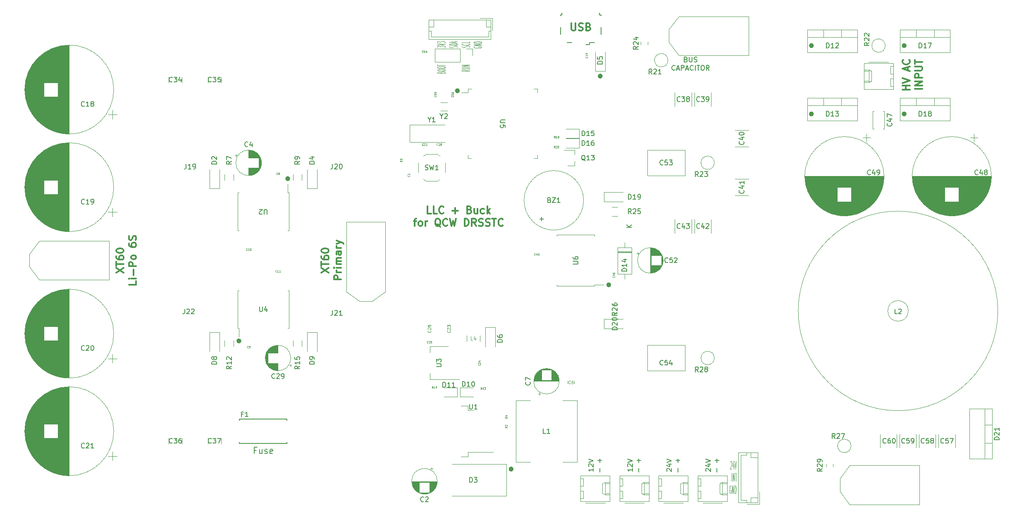
<source format=gbr>
G04 #@! TF.GenerationSoftware,KiCad,Pcbnew,(5.0.1)-3*
G04 #@! TF.CreationDate,2020-10-01T22:01:30+02:00*
G04 #@! TF.ProjectId,QCW Ultimate,51435720556C74696D6174652E6B6963,rev?*
G04 #@! TF.SameCoordinates,Original*
G04 #@! TF.FileFunction,Legend,Top*
G04 #@! TF.FilePolarity,Positive*
%FSLAX46Y46*%
G04 Gerber Fmt 4.6, Leading zero omitted, Abs format (unit mm)*
G04 Created by KiCad (PCBNEW (5.0.1)-3) date 01/10/2020 22:01:30*
%MOMM*%
%LPD*%
G01*
G04 APERTURE LIST*
%ADD10C,0.300000*%
%ADD11C,0.200000*%
%ADD12C,0.500000*%
%ADD13C,0.100000*%
%ADD14C,0.120000*%
%ADD15C,0.150000*%
%ADD16C,0.050000*%
%ADD17C,0.080000*%
G04 APERTURE END LIST*
D10*
X114357142Y-70403571D02*
X113642857Y-70403571D01*
X113642857Y-68903571D01*
X115571428Y-70403571D02*
X114857142Y-70403571D01*
X114857142Y-68903571D01*
X116928571Y-70260714D02*
X116857142Y-70332142D01*
X116642857Y-70403571D01*
X116500000Y-70403571D01*
X116285714Y-70332142D01*
X116142857Y-70189285D01*
X116071428Y-70046428D01*
X116000000Y-69760714D01*
X116000000Y-69546428D01*
X116071428Y-69260714D01*
X116142857Y-69117857D01*
X116285714Y-68975000D01*
X116500000Y-68903571D01*
X116642857Y-68903571D01*
X116857142Y-68975000D01*
X116928571Y-69046428D01*
X118714285Y-69832142D02*
X119857142Y-69832142D01*
X119285714Y-70403571D02*
X119285714Y-69260714D01*
X122214285Y-69617857D02*
X122428571Y-69689285D01*
X122500000Y-69760714D01*
X122571428Y-69903571D01*
X122571428Y-70117857D01*
X122500000Y-70260714D01*
X122428571Y-70332142D01*
X122285714Y-70403571D01*
X121714285Y-70403571D01*
X121714285Y-68903571D01*
X122214285Y-68903571D01*
X122357142Y-68975000D01*
X122428571Y-69046428D01*
X122500000Y-69189285D01*
X122500000Y-69332142D01*
X122428571Y-69475000D01*
X122357142Y-69546428D01*
X122214285Y-69617857D01*
X121714285Y-69617857D01*
X123857142Y-69403571D02*
X123857142Y-70403571D01*
X123214285Y-69403571D02*
X123214285Y-70189285D01*
X123285714Y-70332142D01*
X123428571Y-70403571D01*
X123642857Y-70403571D01*
X123785714Y-70332142D01*
X123857142Y-70260714D01*
X125214285Y-70332142D02*
X125071428Y-70403571D01*
X124785714Y-70403571D01*
X124642857Y-70332142D01*
X124571428Y-70260714D01*
X124500000Y-70117857D01*
X124500000Y-69689285D01*
X124571428Y-69546428D01*
X124642857Y-69475000D01*
X124785714Y-69403571D01*
X125071428Y-69403571D01*
X125214285Y-69475000D01*
X125857142Y-70403571D02*
X125857142Y-68903571D01*
X126000000Y-69832142D02*
X126428571Y-70403571D01*
X126428571Y-69403571D02*
X125857142Y-69975000D01*
X110785714Y-71953571D02*
X111357142Y-71953571D01*
X111000000Y-72953571D02*
X111000000Y-71667857D01*
X111071428Y-71525000D01*
X111214285Y-71453571D01*
X111357142Y-71453571D01*
X112071428Y-72953571D02*
X111928571Y-72882142D01*
X111857142Y-72810714D01*
X111785714Y-72667857D01*
X111785714Y-72239285D01*
X111857142Y-72096428D01*
X111928571Y-72025000D01*
X112071428Y-71953571D01*
X112285714Y-71953571D01*
X112428571Y-72025000D01*
X112500000Y-72096428D01*
X112571428Y-72239285D01*
X112571428Y-72667857D01*
X112500000Y-72810714D01*
X112428571Y-72882142D01*
X112285714Y-72953571D01*
X112071428Y-72953571D01*
X113214285Y-72953571D02*
X113214285Y-71953571D01*
X113214285Y-72239285D02*
X113285714Y-72096428D01*
X113357142Y-72025000D01*
X113500000Y-71953571D01*
X113642857Y-71953571D01*
X116285714Y-73096428D02*
X116142857Y-73025000D01*
X116000000Y-72882142D01*
X115785714Y-72667857D01*
X115642857Y-72596428D01*
X115500000Y-72596428D01*
X115571428Y-72953571D02*
X115428571Y-72882142D01*
X115285714Y-72739285D01*
X115214285Y-72453571D01*
X115214285Y-71953571D01*
X115285714Y-71667857D01*
X115428571Y-71525000D01*
X115571428Y-71453571D01*
X115857142Y-71453571D01*
X116000000Y-71525000D01*
X116142857Y-71667857D01*
X116214285Y-71953571D01*
X116214285Y-72453571D01*
X116142857Y-72739285D01*
X116000000Y-72882142D01*
X115857142Y-72953571D01*
X115571428Y-72953571D01*
X117714285Y-72810714D02*
X117642857Y-72882142D01*
X117428571Y-72953571D01*
X117285714Y-72953571D01*
X117071428Y-72882142D01*
X116928571Y-72739285D01*
X116857142Y-72596428D01*
X116785714Y-72310714D01*
X116785714Y-72096428D01*
X116857142Y-71810714D01*
X116928571Y-71667857D01*
X117071428Y-71525000D01*
X117285714Y-71453571D01*
X117428571Y-71453571D01*
X117642857Y-71525000D01*
X117714285Y-71596428D01*
X118214285Y-71453571D02*
X118571428Y-72953571D01*
X118857142Y-71882142D01*
X119142857Y-72953571D01*
X119500000Y-71453571D01*
X121214285Y-72953571D02*
X121214285Y-71453571D01*
X121571428Y-71453571D01*
X121785714Y-71525000D01*
X121928571Y-71667857D01*
X122000000Y-71810714D01*
X122071428Y-72096428D01*
X122071428Y-72310714D01*
X122000000Y-72596428D01*
X121928571Y-72739285D01*
X121785714Y-72882142D01*
X121571428Y-72953571D01*
X121214285Y-72953571D01*
X123571428Y-72953571D02*
X123071428Y-72239285D01*
X122714285Y-72953571D02*
X122714285Y-71453571D01*
X123285714Y-71453571D01*
X123428571Y-71525000D01*
X123500000Y-71596428D01*
X123571428Y-71739285D01*
X123571428Y-71953571D01*
X123500000Y-72096428D01*
X123428571Y-72167857D01*
X123285714Y-72239285D01*
X122714285Y-72239285D01*
X124142857Y-72882142D02*
X124357142Y-72953571D01*
X124714285Y-72953571D01*
X124857142Y-72882142D01*
X124928571Y-72810714D01*
X125000000Y-72667857D01*
X125000000Y-72525000D01*
X124928571Y-72382142D01*
X124857142Y-72310714D01*
X124714285Y-72239285D01*
X124428571Y-72167857D01*
X124285714Y-72096428D01*
X124214285Y-72025000D01*
X124142857Y-71882142D01*
X124142857Y-71739285D01*
X124214285Y-71596428D01*
X124285714Y-71525000D01*
X124428571Y-71453571D01*
X124785714Y-71453571D01*
X125000000Y-71525000D01*
X125571428Y-72882142D02*
X125785714Y-72953571D01*
X126142857Y-72953571D01*
X126285714Y-72882142D01*
X126357142Y-72810714D01*
X126428571Y-72667857D01*
X126428571Y-72525000D01*
X126357142Y-72382142D01*
X126285714Y-72310714D01*
X126142857Y-72239285D01*
X125857142Y-72167857D01*
X125714285Y-72096428D01*
X125642857Y-72025000D01*
X125571428Y-71882142D01*
X125571428Y-71739285D01*
X125642857Y-71596428D01*
X125714285Y-71525000D01*
X125857142Y-71453571D01*
X126214285Y-71453571D01*
X126428571Y-71525000D01*
X126857142Y-71453571D02*
X127714285Y-71453571D01*
X127285714Y-72953571D02*
X127285714Y-71453571D01*
X129071428Y-72810714D02*
X129000000Y-72882142D01*
X128785714Y-72953571D01*
X128642857Y-72953571D01*
X128428571Y-72882142D01*
X128285714Y-72739285D01*
X128214285Y-72596428D01*
X128142857Y-72310714D01*
X128142857Y-72096428D01*
X128214285Y-71810714D01*
X128285714Y-71667857D01*
X128428571Y-71525000D01*
X128642857Y-71453571D01*
X128785714Y-71453571D01*
X129000000Y-71525000D01*
X129071428Y-71596428D01*
X212403571Y-45035714D02*
X210903571Y-45035714D01*
X211617857Y-45035714D02*
X211617857Y-44178571D01*
X212403571Y-44178571D02*
X210903571Y-44178571D01*
X210903571Y-43678571D02*
X212403571Y-43178571D01*
X210903571Y-42678571D01*
X211975000Y-41107142D02*
X211975000Y-40392857D01*
X212403571Y-41250000D02*
X210903571Y-40750000D01*
X212403571Y-40250000D01*
X212260714Y-38892857D02*
X212332142Y-38964285D01*
X212403571Y-39178571D01*
X212403571Y-39321428D01*
X212332142Y-39535714D01*
X212189285Y-39678571D01*
X212046428Y-39750000D01*
X211760714Y-39821428D01*
X211546428Y-39821428D01*
X211260714Y-39750000D01*
X211117857Y-39678571D01*
X210975000Y-39535714D01*
X210903571Y-39321428D01*
X210903571Y-39178571D01*
X210975000Y-38964285D01*
X211046428Y-38892857D01*
X214953571Y-44892857D02*
X213453571Y-44892857D01*
X214953571Y-44178571D02*
X213453571Y-44178571D01*
X214953571Y-43321428D01*
X213453571Y-43321428D01*
X214953571Y-42607142D02*
X213453571Y-42607142D01*
X213453571Y-42035714D01*
X213525000Y-41892857D01*
X213596428Y-41821428D01*
X213739285Y-41750000D01*
X213953571Y-41750000D01*
X214096428Y-41821428D01*
X214167857Y-41892857D01*
X214239285Y-42035714D01*
X214239285Y-42607142D01*
X213453571Y-41107142D02*
X214667857Y-41107142D01*
X214810714Y-41035714D01*
X214882142Y-40964285D01*
X214953571Y-40821428D01*
X214953571Y-40535714D01*
X214882142Y-40392857D01*
X214810714Y-40321428D01*
X214667857Y-40250000D01*
X213453571Y-40250000D01*
X213453571Y-39750000D02*
X213453571Y-38892857D01*
X214953571Y-39321428D02*
X213453571Y-39321428D01*
X143107142Y-31428571D02*
X143107142Y-32642857D01*
X143178571Y-32785714D01*
X143250000Y-32857142D01*
X143392857Y-32928571D01*
X143678571Y-32928571D01*
X143821428Y-32857142D01*
X143892857Y-32785714D01*
X143964285Y-32642857D01*
X143964285Y-31428571D01*
X144607142Y-32857142D02*
X144821428Y-32928571D01*
X145178571Y-32928571D01*
X145321428Y-32857142D01*
X145392857Y-32785714D01*
X145464285Y-32642857D01*
X145464285Y-32500000D01*
X145392857Y-32357142D01*
X145321428Y-32285714D01*
X145178571Y-32214285D01*
X144892857Y-32142857D01*
X144750000Y-32071428D01*
X144678571Y-32000000D01*
X144607142Y-31857142D01*
X144607142Y-31714285D01*
X144678571Y-31571428D01*
X144750000Y-31500000D01*
X144892857Y-31428571D01*
X145250000Y-31428571D01*
X145464285Y-31500000D01*
X146607142Y-32142857D02*
X146821428Y-32214285D01*
X146892857Y-32285714D01*
X146964285Y-32428571D01*
X146964285Y-32642857D01*
X146892857Y-32785714D01*
X146821428Y-32857142D01*
X146678571Y-32928571D01*
X146107142Y-32928571D01*
X146107142Y-31428571D01*
X146607142Y-31428571D01*
X146750000Y-31500000D01*
X146821428Y-31571428D01*
X146892857Y-31714285D01*
X146892857Y-31857142D01*
X146821428Y-32000000D01*
X146750000Y-32071428D01*
X146607142Y-32142857D01*
X146107142Y-32142857D01*
D11*
X166571428Y-38828571D02*
X166714285Y-38876190D01*
X166761904Y-38923809D01*
X166809523Y-39019047D01*
X166809523Y-39161904D01*
X166761904Y-39257142D01*
X166714285Y-39304761D01*
X166619047Y-39352380D01*
X166238095Y-39352380D01*
X166238095Y-38352380D01*
X166571428Y-38352380D01*
X166666666Y-38400000D01*
X166714285Y-38447619D01*
X166761904Y-38542857D01*
X166761904Y-38638095D01*
X166714285Y-38733333D01*
X166666666Y-38780952D01*
X166571428Y-38828571D01*
X166238095Y-38828571D01*
X167238095Y-38352380D02*
X167238095Y-39161904D01*
X167285714Y-39257142D01*
X167333333Y-39304761D01*
X167428571Y-39352380D01*
X167619047Y-39352380D01*
X167714285Y-39304761D01*
X167761904Y-39257142D01*
X167809523Y-39161904D01*
X167809523Y-38352380D01*
X168238095Y-39304761D02*
X168380952Y-39352380D01*
X168619047Y-39352380D01*
X168714285Y-39304761D01*
X168761904Y-39257142D01*
X168809523Y-39161904D01*
X168809523Y-39066666D01*
X168761904Y-38971428D01*
X168714285Y-38923809D01*
X168619047Y-38876190D01*
X168428571Y-38828571D01*
X168333333Y-38780952D01*
X168285714Y-38733333D01*
X168238095Y-38638095D01*
X168238095Y-38542857D01*
X168285714Y-38447619D01*
X168333333Y-38400000D01*
X168428571Y-38352380D01*
X168666666Y-38352380D01*
X168809523Y-38400000D01*
X164309523Y-40957142D02*
X164261904Y-41004761D01*
X164119047Y-41052380D01*
X164023809Y-41052380D01*
X163880952Y-41004761D01*
X163785714Y-40909523D01*
X163738095Y-40814285D01*
X163690476Y-40623809D01*
X163690476Y-40480952D01*
X163738095Y-40290476D01*
X163785714Y-40195238D01*
X163880952Y-40100000D01*
X164023809Y-40052380D01*
X164119047Y-40052380D01*
X164261904Y-40100000D01*
X164309523Y-40147619D01*
X164690476Y-40766666D02*
X165166666Y-40766666D01*
X164595238Y-41052380D02*
X164928571Y-40052380D01*
X165261904Y-41052380D01*
X165595238Y-41052380D02*
X165595238Y-40052380D01*
X165976190Y-40052380D01*
X166071428Y-40100000D01*
X166119047Y-40147619D01*
X166166666Y-40242857D01*
X166166666Y-40385714D01*
X166119047Y-40480952D01*
X166071428Y-40528571D01*
X165976190Y-40576190D01*
X165595238Y-40576190D01*
X166547619Y-40766666D02*
X167023809Y-40766666D01*
X166452380Y-41052380D02*
X166785714Y-40052380D01*
X167119047Y-41052380D01*
X168023809Y-40957142D02*
X167976190Y-41004761D01*
X167833333Y-41052380D01*
X167738095Y-41052380D01*
X167595238Y-41004761D01*
X167500000Y-40909523D01*
X167452380Y-40814285D01*
X167404761Y-40623809D01*
X167404761Y-40480952D01*
X167452380Y-40290476D01*
X167500000Y-40195238D01*
X167595238Y-40100000D01*
X167738095Y-40052380D01*
X167833333Y-40052380D01*
X167976190Y-40100000D01*
X168023809Y-40147619D01*
X168452380Y-41052380D02*
X168452380Y-40052380D01*
X168785714Y-40052380D02*
X169357142Y-40052380D01*
X169071428Y-41052380D02*
X169071428Y-40052380D01*
X169880952Y-40052380D02*
X170071428Y-40052380D01*
X170166666Y-40100000D01*
X170261904Y-40195238D01*
X170309523Y-40385714D01*
X170309523Y-40719047D01*
X170261904Y-40909523D01*
X170166666Y-41004761D01*
X170071428Y-41052380D01*
X169880952Y-41052380D01*
X169785714Y-41004761D01*
X169690476Y-40909523D01*
X169642857Y-40719047D01*
X169642857Y-40385714D01*
X169690476Y-40195238D01*
X169785714Y-40100000D01*
X169880952Y-40052380D01*
X171309523Y-41052380D02*
X170976190Y-40576190D01*
X170738095Y-41052380D02*
X170738095Y-40052380D01*
X171119047Y-40052380D01*
X171214285Y-40100000D01*
X171261904Y-40147619D01*
X171309523Y-40242857D01*
X171309523Y-40385714D01*
X171261904Y-40480952D01*
X171214285Y-40528571D01*
X171119047Y-40576190D01*
X170738095Y-40576190D01*
D12*
X131000000Y-122750000D02*
G75*
G03X131000000Y-122750000I-250000J0D01*
G01*
D13*
X175649285Y-121276190D02*
X175673095Y-121200000D01*
X175720714Y-121123809D01*
X175839761Y-121123809D01*
X175887380Y-121200000D01*
X175911190Y-121276190D01*
X175935000Y-121428571D01*
X175935000Y-121580952D01*
X175911190Y-121809523D01*
X175625476Y-122723809D01*
X175935000Y-122723809D01*
X176363571Y-121657142D02*
X176363571Y-122723809D01*
X176244523Y-121047619D02*
X176125476Y-122190476D01*
X176435000Y-122190476D01*
X176554047Y-121123809D02*
X176720714Y-122723809D01*
X176887380Y-121123809D01*
X175911190Y-125223809D02*
X175911190Y-123623809D01*
X176149285Y-125223809D02*
X176149285Y-123623809D01*
X176435000Y-125223809D01*
X176435000Y-123623809D01*
X176601666Y-123623809D02*
X176887380Y-123623809D01*
X176744523Y-125223809D02*
X176744523Y-123623809D01*
X175792142Y-126200000D02*
X175744523Y-126123809D01*
X175673095Y-126123809D01*
X175601666Y-126200000D01*
X175554047Y-126352380D01*
X175530238Y-126504761D01*
X175506428Y-126809523D01*
X175506428Y-127038095D01*
X175530238Y-127342857D01*
X175554047Y-127495238D01*
X175601666Y-127647619D01*
X175673095Y-127723809D01*
X175720714Y-127723809D01*
X175792142Y-127647619D01*
X175815952Y-127571428D01*
X175815952Y-127038095D01*
X175720714Y-127038095D01*
X176030238Y-127723809D02*
X176030238Y-126123809D01*
X176315952Y-127723809D01*
X176315952Y-126123809D01*
X176554047Y-127723809D02*
X176554047Y-126123809D01*
X176673095Y-126123809D01*
X176744523Y-126200000D01*
X176792142Y-126352380D01*
X176815952Y-126504761D01*
X176839761Y-126809523D01*
X176839761Y-127038095D01*
X176815952Y-127342857D01*
X176792142Y-127495238D01*
X176744523Y-127647619D01*
X176673095Y-127723809D01*
X176554047Y-127723809D01*
D11*
X170697619Y-123190476D02*
X170650000Y-123142857D01*
X170602380Y-123047619D01*
X170602380Y-122809523D01*
X170650000Y-122714285D01*
X170697619Y-122666666D01*
X170792857Y-122619047D01*
X170888095Y-122619047D01*
X171030952Y-122666666D01*
X171602380Y-123238095D01*
X171602380Y-122619047D01*
X170935714Y-121761904D02*
X171602380Y-121761904D01*
X170554761Y-122000000D02*
X171269047Y-122238095D01*
X171269047Y-121619047D01*
X170602380Y-121380952D02*
X171602380Y-121047619D01*
X170602380Y-120714285D01*
X172921428Y-123380952D02*
X172921428Y-122619047D01*
X172921428Y-121380952D02*
X172921428Y-120619047D01*
X173302380Y-121000000D02*
X172540476Y-121000000D01*
X162697619Y-123190476D02*
X162650000Y-123142857D01*
X162602380Y-123047619D01*
X162602380Y-122809523D01*
X162650000Y-122714285D01*
X162697619Y-122666666D01*
X162792857Y-122619047D01*
X162888095Y-122619047D01*
X163030952Y-122666666D01*
X163602380Y-123238095D01*
X163602380Y-122619047D01*
X162935714Y-121761904D02*
X163602380Y-121761904D01*
X162554761Y-122000000D02*
X163269047Y-122238095D01*
X163269047Y-121619047D01*
X162602380Y-121380952D02*
X163602380Y-121047619D01*
X162602380Y-120714285D01*
X164921428Y-123380952D02*
X164921428Y-122619047D01*
X164921428Y-121380952D02*
X164921428Y-120619047D01*
X165302380Y-121000000D02*
X164540476Y-121000000D01*
X155602380Y-122619047D02*
X155602380Y-123190476D01*
X155602380Y-122904761D02*
X154602380Y-122904761D01*
X154745238Y-123000000D01*
X154840476Y-123095238D01*
X154888095Y-123190476D01*
X154697619Y-122238095D02*
X154650000Y-122190476D01*
X154602380Y-122095238D01*
X154602380Y-121857142D01*
X154650000Y-121761904D01*
X154697619Y-121714285D01*
X154792857Y-121666666D01*
X154888095Y-121666666D01*
X155030952Y-121714285D01*
X155602380Y-122285714D01*
X155602380Y-121666666D01*
X154602380Y-121380952D02*
X155602380Y-121047619D01*
X154602380Y-120714285D01*
X156921428Y-123380952D02*
X156921428Y-122619047D01*
X156921428Y-121380952D02*
X156921428Y-120619047D01*
X157302380Y-121000000D02*
X156540476Y-121000000D01*
X147602380Y-122619047D02*
X147602380Y-123190476D01*
X147602380Y-122904761D02*
X146602380Y-122904761D01*
X146745238Y-123000000D01*
X146840476Y-123095238D01*
X146888095Y-123190476D01*
X146697619Y-122238095D02*
X146650000Y-122190476D01*
X146602380Y-122095238D01*
X146602380Y-121857142D01*
X146650000Y-121761904D01*
X146697619Y-121714285D01*
X146792857Y-121666666D01*
X146888095Y-121666666D01*
X147030952Y-121714285D01*
X147602380Y-122285714D01*
X147602380Y-121666666D01*
X146602380Y-121380952D02*
X147602380Y-121047619D01*
X146602380Y-120714285D01*
X148921428Y-123380952D02*
X148921428Y-122619047D01*
X148921428Y-121380952D02*
X148921428Y-120619047D01*
X149302380Y-121000000D02*
X148540476Y-121000000D01*
D13*
X116385714Y-41457857D02*
X116461904Y-41386428D01*
X116538095Y-41362619D01*
X116690476Y-41338809D01*
X116919047Y-41338809D01*
X117071428Y-41362619D01*
X117147619Y-41386428D01*
X117223809Y-41434047D01*
X117223809Y-41624523D01*
X115623809Y-41624523D01*
X115623809Y-41457857D01*
X115700000Y-41410238D01*
X115776190Y-41386428D01*
X115928571Y-41362619D01*
X116080952Y-41362619D01*
X116233333Y-41386428D01*
X116309523Y-41410238D01*
X116385714Y-41457857D01*
X116385714Y-41624523D01*
X115623809Y-41029285D02*
X115623809Y-40934047D01*
X115700000Y-40886428D01*
X115852380Y-40838809D01*
X116157142Y-40815000D01*
X116690476Y-40815000D01*
X116995238Y-40838809D01*
X117147619Y-40886428D01*
X117223809Y-40934047D01*
X117223809Y-41029285D01*
X117147619Y-41076904D01*
X116995238Y-41124523D01*
X116690476Y-41148333D01*
X116157142Y-41148333D01*
X115852380Y-41124523D01*
X115700000Y-41076904D01*
X115623809Y-41029285D01*
X115623809Y-40505476D02*
X115623809Y-40410238D01*
X115700000Y-40362619D01*
X115852380Y-40315000D01*
X116157142Y-40291190D01*
X116690476Y-40291190D01*
X116995238Y-40315000D01*
X117147619Y-40362619D01*
X117223809Y-40410238D01*
X117223809Y-40505476D01*
X117147619Y-40553095D01*
X116995238Y-40600714D01*
X116690476Y-40624523D01*
X116157142Y-40624523D01*
X115852380Y-40600714D01*
X115700000Y-40553095D01*
X115623809Y-40505476D01*
X115623809Y-40148333D02*
X115623809Y-39862619D01*
X117223809Y-40005476D02*
X115623809Y-40005476D01*
X122223809Y-40957857D02*
X121461904Y-41124523D01*
X122223809Y-41243571D02*
X120623809Y-41243571D01*
X120623809Y-41053095D01*
X120700000Y-41005476D01*
X120776190Y-40981666D01*
X120928571Y-40957857D01*
X121157142Y-40957857D01*
X121309523Y-40981666D01*
X121385714Y-41005476D01*
X121461904Y-41053095D01*
X121461904Y-41243571D01*
X120623809Y-40743571D02*
X121919047Y-40743571D01*
X122071428Y-40719761D01*
X122147619Y-40695952D01*
X122223809Y-40648333D01*
X122223809Y-40553095D01*
X122147619Y-40505476D01*
X122071428Y-40481666D01*
X121919047Y-40457857D01*
X120623809Y-40457857D01*
X122223809Y-40219761D02*
X120623809Y-40219761D01*
X122223809Y-39934047D01*
X120623809Y-39934047D01*
X115623809Y-36374523D02*
X115623809Y-36065000D01*
X116233333Y-36231666D01*
X116233333Y-36160238D01*
X116309523Y-36112619D01*
X116385714Y-36088809D01*
X116538095Y-36065000D01*
X116919047Y-36065000D01*
X117071428Y-36088809D01*
X117147619Y-36112619D01*
X117223809Y-36160238D01*
X117223809Y-36303095D01*
X117147619Y-36350714D01*
X117071428Y-36374523D01*
X115623809Y-35922142D02*
X117223809Y-35755476D01*
X115623809Y-35588809D01*
X115623809Y-35469761D02*
X115623809Y-35160238D01*
X116233333Y-35326904D01*
X116233333Y-35255476D01*
X116309523Y-35207857D01*
X116385714Y-35184047D01*
X116538095Y-35160238D01*
X116919047Y-35160238D01*
X117071428Y-35184047D01*
X117147619Y-35207857D01*
X117223809Y-35255476D01*
X117223809Y-35398333D01*
X117147619Y-35445952D01*
X117071428Y-35469761D01*
X119647619Y-36374523D02*
X119723809Y-36303095D01*
X119723809Y-36184047D01*
X119647619Y-36136428D01*
X119571428Y-36112619D01*
X119419047Y-36088809D01*
X119266666Y-36088809D01*
X119114285Y-36112619D01*
X119038095Y-36136428D01*
X118961904Y-36184047D01*
X118885714Y-36279285D01*
X118809523Y-36326904D01*
X118733333Y-36350714D01*
X118580952Y-36374523D01*
X118428571Y-36374523D01*
X118276190Y-36350714D01*
X118200000Y-36326904D01*
X118123809Y-36279285D01*
X118123809Y-36160238D01*
X118200000Y-36088809D01*
X119723809Y-35874523D02*
X118123809Y-35874523D01*
X118123809Y-35755476D01*
X118200000Y-35684047D01*
X118352380Y-35636428D01*
X118504761Y-35612619D01*
X118809523Y-35588809D01*
X119038095Y-35588809D01*
X119342857Y-35612619D01*
X119495238Y-35636428D01*
X119647619Y-35684047D01*
X119723809Y-35755476D01*
X119723809Y-35874523D01*
X119266666Y-35398333D02*
X119266666Y-35160238D01*
X119723809Y-35445952D02*
X118123809Y-35279285D01*
X119723809Y-35112619D01*
X122147619Y-36350714D02*
X122223809Y-36279285D01*
X122223809Y-36160238D01*
X122147619Y-36112619D01*
X122071428Y-36088809D01*
X121919047Y-36065000D01*
X121766666Y-36065000D01*
X121614285Y-36088809D01*
X121538095Y-36112619D01*
X121461904Y-36160238D01*
X121385714Y-36255476D01*
X121309523Y-36303095D01*
X121233333Y-36326904D01*
X121080952Y-36350714D01*
X120928571Y-36350714D01*
X120776190Y-36326904D01*
X120700000Y-36303095D01*
X120623809Y-36255476D01*
X120623809Y-36136428D01*
X120700000Y-36065000D01*
X122071428Y-35565000D02*
X122147619Y-35588809D01*
X122223809Y-35660238D01*
X122223809Y-35707857D01*
X122147619Y-35779285D01*
X121995238Y-35826904D01*
X121842857Y-35850714D01*
X121538095Y-35874523D01*
X121309523Y-35874523D01*
X121004761Y-35850714D01*
X120852380Y-35826904D01*
X120700000Y-35779285D01*
X120623809Y-35707857D01*
X120623809Y-35660238D01*
X120700000Y-35588809D01*
X120776190Y-35565000D01*
X122223809Y-35112619D02*
X122223809Y-35350714D01*
X120623809Y-35350714D01*
X123200000Y-36207857D02*
X123123809Y-36255476D01*
X123123809Y-36326904D01*
X123200000Y-36398333D01*
X123352380Y-36445952D01*
X123504761Y-36469761D01*
X123809523Y-36493571D01*
X124038095Y-36493571D01*
X124342857Y-36469761D01*
X124495238Y-36445952D01*
X124647619Y-36398333D01*
X124723809Y-36326904D01*
X124723809Y-36279285D01*
X124647619Y-36207857D01*
X124571428Y-36184047D01*
X124038095Y-36184047D01*
X124038095Y-36279285D01*
X124723809Y-35969761D02*
X123123809Y-35969761D01*
X124723809Y-35684047D01*
X123123809Y-35684047D01*
X124723809Y-35445952D02*
X123123809Y-35445952D01*
X123123809Y-35326904D01*
X123200000Y-35255476D01*
X123352380Y-35207857D01*
X123504761Y-35184047D01*
X123809523Y-35160238D01*
X124038095Y-35160238D01*
X124342857Y-35184047D01*
X124495238Y-35207857D01*
X124647619Y-35255476D01*
X124723809Y-35326904D01*
X124723809Y-35445952D01*
D12*
X211500000Y-50000000D02*
G75*
G03X211500000Y-50000000I-250000J0D01*
G01*
X211500000Y-36000000D02*
G75*
G03X211500000Y-36000000I-250000J0D01*
G01*
X192500000Y-36000000D02*
G75*
G03X192500000Y-36000000I-250000J0D01*
G01*
X192500000Y-50000000D02*
G75*
G03X192500000Y-50000000I-250000J0D01*
G01*
X149250000Y-42250000D02*
G75*
G03X149250000Y-42250000I-250000J0D01*
G01*
X151000000Y-85000000D02*
G75*
G03X151000000Y-85000000I-250000J0D01*
G01*
X75250000Y-96500000D02*
G75*
G03X75250000Y-96500000I-250000J0D01*
G01*
X85250000Y-63250000D02*
G75*
G03X85250000Y-63250000I-250000J0D01*
G01*
X120000000Y-45250000D02*
G75*
G03X120000000Y-45250000I-250000J0D01*
G01*
D10*
X49903571Y-82500000D02*
X51403571Y-81500000D01*
X49903571Y-81500000D02*
X51403571Y-82500000D01*
X49903571Y-81142857D02*
X49903571Y-80285714D01*
X51403571Y-80714285D02*
X49903571Y-80714285D01*
X49903571Y-79142857D02*
X49903571Y-79428571D01*
X49975000Y-79571428D01*
X50046428Y-79642857D01*
X50260714Y-79785714D01*
X50546428Y-79857142D01*
X51117857Y-79857142D01*
X51260714Y-79785714D01*
X51332142Y-79714285D01*
X51403571Y-79571428D01*
X51403571Y-79285714D01*
X51332142Y-79142857D01*
X51260714Y-79071428D01*
X51117857Y-79000000D01*
X50760714Y-79000000D01*
X50617857Y-79071428D01*
X50546428Y-79142857D01*
X50475000Y-79285714D01*
X50475000Y-79571428D01*
X50546428Y-79714285D01*
X50617857Y-79785714D01*
X50760714Y-79857142D01*
X49903571Y-78071428D02*
X49903571Y-77928571D01*
X49975000Y-77785714D01*
X50046428Y-77714285D01*
X50189285Y-77642857D01*
X50475000Y-77571428D01*
X50832142Y-77571428D01*
X51117857Y-77642857D01*
X51260714Y-77714285D01*
X51332142Y-77785714D01*
X51403571Y-77928571D01*
X51403571Y-78071428D01*
X51332142Y-78214285D01*
X51260714Y-78285714D01*
X51117857Y-78357142D01*
X50832142Y-78428571D01*
X50475000Y-78428571D01*
X50189285Y-78357142D01*
X50046428Y-78285714D01*
X49975000Y-78214285D01*
X49903571Y-78071428D01*
X53953571Y-84250000D02*
X53953571Y-84964285D01*
X52453571Y-84964285D01*
X53953571Y-83750000D02*
X52953571Y-83750000D01*
X52453571Y-83750000D02*
X52525000Y-83821428D01*
X52596428Y-83750000D01*
X52525000Y-83678571D01*
X52453571Y-83750000D01*
X52596428Y-83750000D01*
X53382142Y-83035714D02*
X53382142Y-81892857D01*
X53953571Y-81178571D02*
X52453571Y-81178571D01*
X52453571Y-80607142D01*
X52525000Y-80464285D01*
X52596428Y-80392857D01*
X52739285Y-80321428D01*
X52953571Y-80321428D01*
X53096428Y-80392857D01*
X53167857Y-80464285D01*
X53239285Y-80607142D01*
X53239285Y-81178571D01*
X53953571Y-79464285D02*
X53882142Y-79607142D01*
X53810714Y-79678571D01*
X53667857Y-79750000D01*
X53239285Y-79750000D01*
X53096428Y-79678571D01*
X53025000Y-79607142D01*
X52953571Y-79464285D01*
X52953571Y-79250000D01*
X53025000Y-79107142D01*
X53096428Y-79035714D01*
X53239285Y-78964285D01*
X53667857Y-78964285D01*
X53810714Y-79035714D01*
X53882142Y-79107142D01*
X53953571Y-79250000D01*
X53953571Y-79464285D01*
X52453571Y-76535714D02*
X52453571Y-76821428D01*
X52525000Y-76964285D01*
X52596428Y-77035714D01*
X52810714Y-77178571D01*
X53096428Y-77250000D01*
X53667857Y-77250000D01*
X53810714Y-77178571D01*
X53882142Y-77107142D01*
X53953571Y-76964285D01*
X53953571Y-76678571D01*
X53882142Y-76535714D01*
X53810714Y-76464285D01*
X53667857Y-76392857D01*
X53310714Y-76392857D01*
X53167857Y-76464285D01*
X53096428Y-76535714D01*
X53025000Y-76678571D01*
X53025000Y-76964285D01*
X53096428Y-77107142D01*
X53167857Y-77178571D01*
X53310714Y-77250000D01*
X53882142Y-75821428D02*
X53953571Y-75607142D01*
X53953571Y-75250000D01*
X53882142Y-75107142D01*
X53810714Y-75035714D01*
X53667857Y-74964285D01*
X53525000Y-74964285D01*
X53382142Y-75035714D01*
X53310714Y-75107142D01*
X53239285Y-75250000D01*
X53167857Y-75535714D01*
X53096428Y-75678571D01*
X53025000Y-75750000D01*
X52882142Y-75821428D01*
X52739285Y-75821428D01*
X52596428Y-75750000D01*
X52525000Y-75678571D01*
X52453571Y-75535714D01*
X52453571Y-75178571D01*
X52525000Y-74964285D01*
X91903571Y-82500000D02*
X93403571Y-81500000D01*
X91903571Y-81500000D02*
X93403571Y-82500000D01*
X91903571Y-81142857D02*
X91903571Y-80285714D01*
X93403571Y-80714285D02*
X91903571Y-80714285D01*
X91903571Y-79142857D02*
X91903571Y-79428571D01*
X91975000Y-79571428D01*
X92046428Y-79642857D01*
X92260714Y-79785714D01*
X92546428Y-79857142D01*
X93117857Y-79857142D01*
X93260714Y-79785714D01*
X93332142Y-79714285D01*
X93403571Y-79571428D01*
X93403571Y-79285714D01*
X93332142Y-79142857D01*
X93260714Y-79071428D01*
X93117857Y-79000000D01*
X92760714Y-79000000D01*
X92617857Y-79071428D01*
X92546428Y-79142857D01*
X92475000Y-79285714D01*
X92475000Y-79571428D01*
X92546428Y-79714285D01*
X92617857Y-79785714D01*
X92760714Y-79857142D01*
X91903571Y-78071428D02*
X91903571Y-77928571D01*
X91975000Y-77785714D01*
X92046428Y-77714285D01*
X92189285Y-77642857D01*
X92475000Y-77571428D01*
X92832142Y-77571428D01*
X93117857Y-77642857D01*
X93260714Y-77714285D01*
X93332142Y-77785714D01*
X93403571Y-77928571D01*
X93403571Y-78071428D01*
X93332142Y-78214285D01*
X93260714Y-78285714D01*
X93117857Y-78357142D01*
X92832142Y-78428571D01*
X92475000Y-78428571D01*
X92189285Y-78357142D01*
X92046428Y-78285714D01*
X91975000Y-78214285D01*
X91903571Y-78071428D01*
X95953571Y-83928571D02*
X94453571Y-83928571D01*
X94453571Y-83357142D01*
X94525000Y-83214285D01*
X94596428Y-83142857D01*
X94739285Y-83071428D01*
X94953571Y-83071428D01*
X95096428Y-83142857D01*
X95167857Y-83214285D01*
X95239285Y-83357142D01*
X95239285Y-83928571D01*
X95953571Y-82428571D02*
X94953571Y-82428571D01*
X95239285Y-82428571D02*
X95096428Y-82357142D01*
X95025000Y-82285714D01*
X94953571Y-82142857D01*
X94953571Y-82000000D01*
X95953571Y-81500000D02*
X94953571Y-81500000D01*
X94453571Y-81500000D02*
X94525000Y-81571428D01*
X94596428Y-81500000D01*
X94525000Y-81428571D01*
X94453571Y-81500000D01*
X94596428Y-81500000D01*
X95953571Y-80785714D02*
X94953571Y-80785714D01*
X95096428Y-80785714D02*
X95025000Y-80714285D01*
X94953571Y-80571428D01*
X94953571Y-80357142D01*
X95025000Y-80214285D01*
X95167857Y-80142857D01*
X95953571Y-80142857D01*
X95167857Y-80142857D02*
X95025000Y-80071428D01*
X94953571Y-79928571D01*
X94953571Y-79714285D01*
X95025000Y-79571428D01*
X95167857Y-79500000D01*
X95953571Y-79500000D01*
X95953571Y-78142857D02*
X95167857Y-78142857D01*
X95025000Y-78214285D01*
X94953571Y-78357142D01*
X94953571Y-78642857D01*
X95025000Y-78785714D01*
X95882142Y-78142857D02*
X95953571Y-78285714D01*
X95953571Y-78642857D01*
X95882142Y-78785714D01*
X95739285Y-78857142D01*
X95596428Y-78857142D01*
X95453571Y-78785714D01*
X95382142Y-78642857D01*
X95382142Y-78285714D01*
X95310714Y-78142857D01*
X95953571Y-77428571D02*
X94953571Y-77428571D01*
X95239285Y-77428571D02*
X95096428Y-77357142D01*
X95025000Y-77285714D01*
X94953571Y-77142857D01*
X94953571Y-77000000D01*
X94953571Y-76642857D02*
X95953571Y-76285714D01*
X94953571Y-75928571D02*
X95953571Y-76285714D01*
X96310714Y-76428571D01*
X96382142Y-76500000D01*
X96453571Y-76642857D01*
D14*
G04 #@! TO.C,BZ1*
X145600000Y-67700000D02*
G75*
G03X145600000Y-67700000I-6100000J0D01*
G01*
G04 #@! TO.C,C2*
X115620000Y-125250000D02*
G75*
G03X115620000Y-125250000I-2620000J0D01*
G01*
X115580000Y-125250000D02*
X110420000Y-125250000D01*
X115580000Y-125290000D02*
X110420000Y-125290000D01*
X115579000Y-125330000D02*
X110421000Y-125330000D01*
X115578000Y-125370000D02*
X110422000Y-125370000D01*
X115576000Y-125410000D02*
X110424000Y-125410000D01*
X115573000Y-125450000D02*
X110427000Y-125450000D01*
X115569000Y-125490000D02*
X114040000Y-125490000D01*
X111960000Y-125490000D02*
X110431000Y-125490000D01*
X115565000Y-125530000D02*
X114040000Y-125530000D01*
X111960000Y-125530000D02*
X110435000Y-125530000D01*
X115561000Y-125570000D02*
X114040000Y-125570000D01*
X111960000Y-125570000D02*
X110439000Y-125570000D01*
X115556000Y-125610000D02*
X114040000Y-125610000D01*
X111960000Y-125610000D02*
X110444000Y-125610000D01*
X115550000Y-125650000D02*
X114040000Y-125650000D01*
X111960000Y-125650000D02*
X110450000Y-125650000D01*
X115543000Y-125690000D02*
X114040000Y-125690000D01*
X111960000Y-125690000D02*
X110457000Y-125690000D01*
X115536000Y-125730000D02*
X114040000Y-125730000D01*
X111960000Y-125730000D02*
X110464000Y-125730000D01*
X115528000Y-125770000D02*
X114040000Y-125770000D01*
X111960000Y-125770000D02*
X110472000Y-125770000D01*
X115520000Y-125810000D02*
X114040000Y-125810000D01*
X111960000Y-125810000D02*
X110480000Y-125810000D01*
X115511000Y-125850000D02*
X114040000Y-125850000D01*
X111960000Y-125850000D02*
X110489000Y-125850000D01*
X115501000Y-125890000D02*
X114040000Y-125890000D01*
X111960000Y-125890000D02*
X110499000Y-125890000D01*
X115491000Y-125930000D02*
X114040000Y-125930000D01*
X111960000Y-125930000D02*
X110509000Y-125930000D01*
X115480000Y-125971000D02*
X114040000Y-125971000D01*
X111960000Y-125971000D02*
X110520000Y-125971000D01*
X115468000Y-126011000D02*
X114040000Y-126011000D01*
X111960000Y-126011000D02*
X110532000Y-126011000D01*
X115455000Y-126051000D02*
X114040000Y-126051000D01*
X111960000Y-126051000D02*
X110545000Y-126051000D01*
X115442000Y-126091000D02*
X114040000Y-126091000D01*
X111960000Y-126091000D02*
X110558000Y-126091000D01*
X115428000Y-126131000D02*
X114040000Y-126131000D01*
X111960000Y-126131000D02*
X110572000Y-126131000D01*
X115414000Y-126171000D02*
X114040000Y-126171000D01*
X111960000Y-126171000D02*
X110586000Y-126171000D01*
X115398000Y-126211000D02*
X114040000Y-126211000D01*
X111960000Y-126211000D02*
X110602000Y-126211000D01*
X115382000Y-126251000D02*
X114040000Y-126251000D01*
X111960000Y-126251000D02*
X110618000Y-126251000D01*
X115365000Y-126291000D02*
X114040000Y-126291000D01*
X111960000Y-126291000D02*
X110635000Y-126291000D01*
X115348000Y-126331000D02*
X114040000Y-126331000D01*
X111960000Y-126331000D02*
X110652000Y-126331000D01*
X115329000Y-126371000D02*
X114040000Y-126371000D01*
X111960000Y-126371000D02*
X110671000Y-126371000D01*
X115310000Y-126411000D02*
X114040000Y-126411000D01*
X111960000Y-126411000D02*
X110690000Y-126411000D01*
X115290000Y-126451000D02*
X114040000Y-126451000D01*
X111960000Y-126451000D02*
X110710000Y-126451000D01*
X115268000Y-126491000D02*
X114040000Y-126491000D01*
X111960000Y-126491000D02*
X110732000Y-126491000D01*
X115247000Y-126531000D02*
X114040000Y-126531000D01*
X111960000Y-126531000D02*
X110753000Y-126531000D01*
X115224000Y-126571000D02*
X114040000Y-126571000D01*
X111960000Y-126571000D02*
X110776000Y-126571000D01*
X115200000Y-126611000D02*
X114040000Y-126611000D01*
X111960000Y-126611000D02*
X110800000Y-126611000D01*
X115175000Y-126651000D02*
X114040000Y-126651000D01*
X111960000Y-126651000D02*
X110825000Y-126651000D01*
X115149000Y-126691000D02*
X114040000Y-126691000D01*
X111960000Y-126691000D02*
X110851000Y-126691000D01*
X115122000Y-126731000D02*
X114040000Y-126731000D01*
X111960000Y-126731000D02*
X110878000Y-126731000D01*
X115095000Y-126771000D02*
X114040000Y-126771000D01*
X111960000Y-126771000D02*
X110905000Y-126771000D01*
X115065000Y-126811000D02*
X114040000Y-126811000D01*
X111960000Y-126811000D02*
X110935000Y-126811000D01*
X115035000Y-126851000D02*
X114040000Y-126851000D01*
X111960000Y-126851000D02*
X110965000Y-126851000D01*
X115004000Y-126891000D02*
X114040000Y-126891000D01*
X111960000Y-126891000D02*
X110996000Y-126891000D01*
X114971000Y-126931000D02*
X114040000Y-126931000D01*
X111960000Y-126931000D02*
X111029000Y-126931000D01*
X114937000Y-126971000D02*
X114040000Y-126971000D01*
X111960000Y-126971000D02*
X111063000Y-126971000D01*
X114901000Y-127011000D02*
X114040000Y-127011000D01*
X111960000Y-127011000D02*
X111099000Y-127011000D01*
X114864000Y-127051000D02*
X114040000Y-127051000D01*
X111960000Y-127051000D02*
X111136000Y-127051000D01*
X114826000Y-127091000D02*
X114040000Y-127091000D01*
X111960000Y-127091000D02*
X111174000Y-127091000D01*
X114785000Y-127131000D02*
X114040000Y-127131000D01*
X111960000Y-127131000D02*
X111215000Y-127131000D01*
X114743000Y-127171000D02*
X114040000Y-127171000D01*
X111960000Y-127171000D02*
X111257000Y-127171000D01*
X114699000Y-127211000D02*
X114040000Y-127211000D01*
X111960000Y-127211000D02*
X111301000Y-127211000D01*
X114653000Y-127251000D02*
X114040000Y-127251000D01*
X111960000Y-127251000D02*
X111347000Y-127251000D01*
X114605000Y-127291000D02*
X114040000Y-127291000D01*
X111960000Y-127291000D02*
X111395000Y-127291000D01*
X114554000Y-127331000D02*
X114040000Y-127331000D01*
X111960000Y-127331000D02*
X111446000Y-127331000D01*
X114500000Y-127371000D02*
X114040000Y-127371000D01*
X111960000Y-127371000D02*
X111500000Y-127371000D01*
X114443000Y-127411000D02*
X114040000Y-127411000D01*
X111960000Y-127411000D02*
X111557000Y-127411000D01*
X114383000Y-127451000D02*
X114040000Y-127451000D01*
X111960000Y-127451000D02*
X111617000Y-127451000D01*
X114319000Y-127491000D02*
X114040000Y-127491000D01*
X111960000Y-127491000D02*
X111681000Y-127491000D01*
X114251000Y-127531000D02*
X114040000Y-127531000D01*
X111960000Y-127531000D02*
X111749000Y-127531000D01*
X114178000Y-127571000D02*
X111822000Y-127571000D01*
X114098000Y-127611000D02*
X111902000Y-127611000D01*
X114011000Y-127651000D02*
X111989000Y-127651000D01*
X113915000Y-127691000D02*
X112085000Y-127691000D01*
X113805000Y-127731000D02*
X112195000Y-127731000D01*
X113677000Y-127771000D02*
X112323000Y-127771000D01*
X113518000Y-127811000D02*
X112482000Y-127811000D01*
X113284000Y-127851000D02*
X112716000Y-127851000D01*
X114475000Y-122445225D02*
X114475000Y-122945225D01*
X114725000Y-122695225D02*
X114225000Y-122695225D01*
G04 #@! TO.C,C4*
X74445225Y-58275000D02*
X74445225Y-58775000D01*
X74195225Y-58525000D02*
X74695225Y-58525000D01*
X79601000Y-59716000D02*
X79601000Y-60284000D01*
X79561000Y-59482000D02*
X79561000Y-60518000D01*
X79521000Y-59323000D02*
X79521000Y-60677000D01*
X79481000Y-59195000D02*
X79481000Y-60805000D01*
X79441000Y-59085000D02*
X79441000Y-60915000D01*
X79401000Y-58989000D02*
X79401000Y-61011000D01*
X79361000Y-58902000D02*
X79361000Y-61098000D01*
X79321000Y-58822000D02*
X79321000Y-61178000D01*
X79281000Y-58749000D02*
X79281000Y-61251000D01*
X79241000Y-58681000D02*
X79241000Y-61319000D01*
X79201000Y-58617000D02*
X79201000Y-61383000D01*
X79161000Y-58557000D02*
X79161000Y-61443000D01*
X79121000Y-58500000D02*
X79121000Y-61500000D01*
X79081000Y-58446000D02*
X79081000Y-61554000D01*
X79041000Y-58395000D02*
X79041000Y-61605000D01*
X79001000Y-61040000D02*
X79001000Y-61653000D01*
X79001000Y-58347000D02*
X79001000Y-58960000D01*
X78961000Y-61040000D02*
X78961000Y-61699000D01*
X78961000Y-58301000D02*
X78961000Y-58960000D01*
X78921000Y-61040000D02*
X78921000Y-61743000D01*
X78921000Y-58257000D02*
X78921000Y-58960000D01*
X78881000Y-61040000D02*
X78881000Y-61785000D01*
X78881000Y-58215000D02*
X78881000Y-58960000D01*
X78841000Y-61040000D02*
X78841000Y-61826000D01*
X78841000Y-58174000D02*
X78841000Y-58960000D01*
X78801000Y-61040000D02*
X78801000Y-61864000D01*
X78801000Y-58136000D02*
X78801000Y-58960000D01*
X78761000Y-61040000D02*
X78761000Y-61901000D01*
X78761000Y-58099000D02*
X78761000Y-58960000D01*
X78721000Y-61040000D02*
X78721000Y-61937000D01*
X78721000Y-58063000D02*
X78721000Y-58960000D01*
X78681000Y-61040000D02*
X78681000Y-61971000D01*
X78681000Y-58029000D02*
X78681000Y-58960000D01*
X78641000Y-61040000D02*
X78641000Y-62004000D01*
X78641000Y-57996000D02*
X78641000Y-58960000D01*
X78601000Y-61040000D02*
X78601000Y-62035000D01*
X78601000Y-57965000D02*
X78601000Y-58960000D01*
X78561000Y-61040000D02*
X78561000Y-62065000D01*
X78561000Y-57935000D02*
X78561000Y-58960000D01*
X78521000Y-61040000D02*
X78521000Y-62095000D01*
X78521000Y-57905000D02*
X78521000Y-58960000D01*
X78481000Y-61040000D02*
X78481000Y-62122000D01*
X78481000Y-57878000D02*
X78481000Y-58960000D01*
X78441000Y-61040000D02*
X78441000Y-62149000D01*
X78441000Y-57851000D02*
X78441000Y-58960000D01*
X78401000Y-61040000D02*
X78401000Y-62175000D01*
X78401000Y-57825000D02*
X78401000Y-58960000D01*
X78361000Y-61040000D02*
X78361000Y-62200000D01*
X78361000Y-57800000D02*
X78361000Y-58960000D01*
X78321000Y-61040000D02*
X78321000Y-62224000D01*
X78321000Y-57776000D02*
X78321000Y-58960000D01*
X78281000Y-61040000D02*
X78281000Y-62247000D01*
X78281000Y-57753000D02*
X78281000Y-58960000D01*
X78241000Y-61040000D02*
X78241000Y-62268000D01*
X78241000Y-57732000D02*
X78241000Y-58960000D01*
X78201000Y-61040000D02*
X78201000Y-62290000D01*
X78201000Y-57710000D02*
X78201000Y-58960000D01*
X78161000Y-61040000D02*
X78161000Y-62310000D01*
X78161000Y-57690000D02*
X78161000Y-58960000D01*
X78121000Y-61040000D02*
X78121000Y-62329000D01*
X78121000Y-57671000D02*
X78121000Y-58960000D01*
X78081000Y-61040000D02*
X78081000Y-62348000D01*
X78081000Y-57652000D02*
X78081000Y-58960000D01*
X78041000Y-61040000D02*
X78041000Y-62365000D01*
X78041000Y-57635000D02*
X78041000Y-58960000D01*
X78001000Y-61040000D02*
X78001000Y-62382000D01*
X78001000Y-57618000D02*
X78001000Y-58960000D01*
X77961000Y-61040000D02*
X77961000Y-62398000D01*
X77961000Y-57602000D02*
X77961000Y-58960000D01*
X77921000Y-61040000D02*
X77921000Y-62414000D01*
X77921000Y-57586000D02*
X77921000Y-58960000D01*
X77881000Y-61040000D02*
X77881000Y-62428000D01*
X77881000Y-57572000D02*
X77881000Y-58960000D01*
X77841000Y-61040000D02*
X77841000Y-62442000D01*
X77841000Y-57558000D02*
X77841000Y-58960000D01*
X77801000Y-61040000D02*
X77801000Y-62455000D01*
X77801000Y-57545000D02*
X77801000Y-58960000D01*
X77761000Y-61040000D02*
X77761000Y-62468000D01*
X77761000Y-57532000D02*
X77761000Y-58960000D01*
X77721000Y-61040000D02*
X77721000Y-62480000D01*
X77721000Y-57520000D02*
X77721000Y-58960000D01*
X77680000Y-61040000D02*
X77680000Y-62491000D01*
X77680000Y-57509000D02*
X77680000Y-58960000D01*
X77640000Y-61040000D02*
X77640000Y-62501000D01*
X77640000Y-57499000D02*
X77640000Y-58960000D01*
X77600000Y-61040000D02*
X77600000Y-62511000D01*
X77600000Y-57489000D02*
X77600000Y-58960000D01*
X77560000Y-61040000D02*
X77560000Y-62520000D01*
X77560000Y-57480000D02*
X77560000Y-58960000D01*
X77520000Y-61040000D02*
X77520000Y-62528000D01*
X77520000Y-57472000D02*
X77520000Y-58960000D01*
X77480000Y-61040000D02*
X77480000Y-62536000D01*
X77480000Y-57464000D02*
X77480000Y-58960000D01*
X77440000Y-61040000D02*
X77440000Y-62543000D01*
X77440000Y-57457000D02*
X77440000Y-58960000D01*
X77400000Y-61040000D02*
X77400000Y-62550000D01*
X77400000Y-57450000D02*
X77400000Y-58960000D01*
X77360000Y-61040000D02*
X77360000Y-62556000D01*
X77360000Y-57444000D02*
X77360000Y-58960000D01*
X77320000Y-61040000D02*
X77320000Y-62561000D01*
X77320000Y-57439000D02*
X77320000Y-58960000D01*
X77280000Y-61040000D02*
X77280000Y-62565000D01*
X77280000Y-57435000D02*
X77280000Y-58960000D01*
X77240000Y-61040000D02*
X77240000Y-62569000D01*
X77240000Y-57431000D02*
X77240000Y-58960000D01*
X77200000Y-61040000D02*
X77200000Y-62573000D01*
X77200000Y-57427000D02*
X77200000Y-58960000D01*
X77160000Y-61040000D02*
X77160000Y-62576000D01*
X77160000Y-57424000D02*
X77160000Y-58960000D01*
X77120000Y-61040000D02*
X77120000Y-62578000D01*
X77120000Y-57422000D02*
X77120000Y-58960000D01*
X77080000Y-61040000D02*
X77080000Y-62579000D01*
X77080000Y-57421000D02*
X77080000Y-58960000D01*
X77040000Y-57420000D02*
X77040000Y-58960000D01*
X77040000Y-61040000D02*
X77040000Y-62580000D01*
X77000000Y-57420000D02*
X77000000Y-58960000D01*
X77000000Y-61040000D02*
X77000000Y-62580000D01*
X79620000Y-60000000D02*
G75*
G03X79620000Y-60000000I-2620000J0D01*
G01*
G04 #@! TO.C,C6*
X143710000Y-104738748D02*
X143710000Y-105261252D01*
X142290000Y-104738748D02*
X142290000Y-105261252D01*
G04 #@! TO.C,C7*
X140620000Y-104750000D02*
G75*
G03X140620000Y-104750000I-2620000J0D01*
G01*
X135420000Y-104750000D02*
X140580000Y-104750000D01*
X135420000Y-104710000D02*
X140580000Y-104710000D01*
X135421000Y-104670000D02*
X140579000Y-104670000D01*
X135422000Y-104630000D02*
X140578000Y-104630000D01*
X135424000Y-104590000D02*
X140576000Y-104590000D01*
X135427000Y-104550000D02*
X140573000Y-104550000D01*
X135431000Y-104510000D02*
X136960000Y-104510000D01*
X139040000Y-104510000D02*
X140569000Y-104510000D01*
X135435000Y-104470000D02*
X136960000Y-104470000D01*
X139040000Y-104470000D02*
X140565000Y-104470000D01*
X135439000Y-104430000D02*
X136960000Y-104430000D01*
X139040000Y-104430000D02*
X140561000Y-104430000D01*
X135444000Y-104390000D02*
X136960000Y-104390000D01*
X139040000Y-104390000D02*
X140556000Y-104390000D01*
X135450000Y-104350000D02*
X136960000Y-104350000D01*
X139040000Y-104350000D02*
X140550000Y-104350000D01*
X135457000Y-104310000D02*
X136960000Y-104310000D01*
X139040000Y-104310000D02*
X140543000Y-104310000D01*
X135464000Y-104270000D02*
X136960000Y-104270000D01*
X139040000Y-104270000D02*
X140536000Y-104270000D01*
X135472000Y-104230000D02*
X136960000Y-104230000D01*
X139040000Y-104230000D02*
X140528000Y-104230000D01*
X135480000Y-104190000D02*
X136960000Y-104190000D01*
X139040000Y-104190000D02*
X140520000Y-104190000D01*
X135489000Y-104150000D02*
X136960000Y-104150000D01*
X139040000Y-104150000D02*
X140511000Y-104150000D01*
X135499000Y-104110000D02*
X136960000Y-104110000D01*
X139040000Y-104110000D02*
X140501000Y-104110000D01*
X135509000Y-104070000D02*
X136960000Y-104070000D01*
X139040000Y-104070000D02*
X140491000Y-104070000D01*
X135520000Y-104029000D02*
X136960000Y-104029000D01*
X139040000Y-104029000D02*
X140480000Y-104029000D01*
X135532000Y-103989000D02*
X136960000Y-103989000D01*
X139040000Y-103989000D02*
X140468000Y-103989000D01*
X135545000Y-103949000D02*
X136960000Y-103949000D01*
X139040000Y-103949000D02*
X140455000Y-103949000D01*
X135558000Y-103909000D02*
X136960000Y-103909000D01*
X139040000Y-103909000D02*
X140442000Y-103909000D01*
X135572000Y-103869000D02*
X136960000Y-103869000D01*
X139040000Y-103869000D02*
X140428000Y-103869000D01*
X135586000Y-103829000D02*
X136960000Y-103829000D01*
X139040000Y-103829000D02*
X140414000Y-103829000D01*
X135602000Y-103789000D02*
X136960000Y-103789000D01*
X139040000Y-103789000D02*
X140398000Y-103789000D01*
X135618000Y-103749000D02*
X136960000Y-103749000D01*
X139040000Y-103749000D02*
X140382000Y-103749000D01*
X135635000Y-103709000D02*
X136960000Y-103709000D01*
X139040000Y-103709000D02*
X140365000Y-103709000D01*
X135652000Y-103669000D02*
X136960000Y-103669000D01*
X139040000Y-103669000D02*
X140348000Y-103669000D01*
X135671000Y-103629000D02*
X136960000Y-103629000D01*
X139040000Y-103629000D02*
X140329000Y-103629000D01*
X135690000Y-103589000D02*
X136960000Y-103589000D01*
X139040000Y-103589000D02*
X140310000Y-103589000D01*
X135710000Y-103549000D02*
X136960000Y-103549000D01*
X139040000Y-103549000D02*
X140290000Y-103549000D01*
X135732000Y-103509000D02*
X136960000Y-103509000D01*
X139040000Y-103509000D02*
X140268000Y-103509000D01*
X135753000Y-103469000D02*
X136960000Y-103469000D01*
X139040000Y-103469000D02*
X140247000Y-103469000D01*
X135776000Y-103429000D02*
X136960000Y-103429000D01*
X139040000Y-103429000D02*
X140224000Y-103429000D01*
X135800000Y-103389000D02*
X136960000Y-103389000D01*
X139040000Y-103389000D02*
X140200000Y-103389000D01*
X135825000Y-103349000D02*
X136960000Y-103349000D01*
X139040000Y-103349000D02*
X140175000Y-103349000D01*
X135851000Y-103309000D02*
X136960000Y-103309000D01*
X139040000Y-103309000D02*
X140149000Y-103309000D01*
X135878000Y-103269000D02*
X136960000Y-103269000D01*
X139040000Y-103269000D02*
X140122000Y-103269000D01*
X135905000Y-103229000D02*
X136960000Y-103229000D01*
X139040000Y-103229000D02*
X140095000Y-103229000D01*
X135935000Y-103189000D02*
X136960000Y-103189000D01*
X139040000Y-103189000D02*
X140065000Y-103189000D01*
X135965000Y-103149000D02*
X136960000Y-103149000D01*
X139040000Y-103149000D02*
X140035000Y-103149000D01*
X135996000Y-103109000D02*
X136960000Y-103109000D01*
X139040000Y-103109000D02*
X140004000Y-103109000D01*
X136029000Y-103069000D02*
X136960000Y-103069000D01*
X139040000Y-103069000D02*
X139971000Y-103069000D01*
X136063000Y-103029000D02*
X136960000Y-103029000D01*
X139040000Y-103029000D02*
X139937000Y-103029000D01*
X136099000Y-102989000D02*
X136960000Y-102989000D01*
X139040000Y-102989000D02*
X139901000Y-102989000D01*
X136136000Y-102949000D02*
X136960000Y-102949000D01*
X139040000Y-102949000D02*
X139864000Y-102949000D01*
X136174000Y-102909000D02*
X136960000Y-102909000D01*
X139040000Y-102909000D02*
X139826000Y-102909000D01*
X136215000Y-102869000D02*
X136960000Y-102869000D01*
X139040000Y-102869000D02*
X139785000Y-102869000D01*
X136257000Y-102829000D02*
X136960000Y-102829000D01*
X139040000Y-102829000D02*
X139743000Y-102829000D01*
X136301000Y-102789000D02*
X136960000Y-102789000D01*
X139040000Y-102789000D02*
X139699000Y-102789000D01*
X136347000Y-102749000D02*
X136960000Y-102749000D01*
X139040000Y-102749000D02*
X139653000Y-102749000D01*
X136395000Y-102709000D02*
X136960000Y-102709000D01*
X139040000Y-102709000D02*
X139605000Y-102709000D01*
X136446000Y-102669000D02*
X136960000Y-102669000D01*
X139040000Y-102669000D02*
X139554000Y-102669000D01*
X136500000Y-102629000D02*
X136960000Y-102629000D01*
X139040000Y-102629000D02*
X139500000Y-102629000D01*
X136557000Y-102589000D02*
X136960000Y-102589000D01*
X139040000Y-102589000D02*
X139443000Y-102589000D01*
X136617000Y-102549000D02*
X136960000Y-102549000D01*
X139040000Y-102549000D02*
X139383000Y-102549000D01*
X136681000Y-102509000D02*
X136960000Y-102509000D01*
X139040000Y-102509000D02*
X139319000Y-102509000D01*
X136749000Y-102469000D02*
X136960000Y-102469000D01*
X139040000Y-102469000D02*
X139251000Y-102469000D01*
X136822000Y-102429000D02*
X139178000Y-102429000D01*
X136902000Y-102389000D02*
X139098000Y-102389000D01*
X136989000Y-102349000D02*
X139011000Y-102349000D01*
X137085000Y-102309000D02*
X138915000Y-102309000D01*
X137195000Y-102269000D02*
X138805000Y-102269000D01*
X137323000Y-102229000D02*
X138677000Y-102229000D01*
X137482000Y-102189000D02*
X138518000Y-102189000D01*
X137716000Y-102149000D02*
X138284000Y-102149000D01*
X136525000Y-107554775D02*
X136525000Y-107054775D01*
X136275000Y-107304775D02*
X136775000Y-107304775D01*
G04 #@! TO.C,C18*
X49370000Y-45000000D02*
G75*
G03X49370000Y-45000000I-9120000J0D01*
G01*
X40250000Y-54081000D02*
X40250000Y-35919000D01*
X40210000Y-54080000D02*
X40210000Y-35920000D01*
X40170000Y-54080000D02*
X40170000Y-35920000D01*
X40130000Y-54080000D02*
X40130000Y-35920000D01*
X40090000Y-54079000D02*
X40090000Y-35921000D01*
X40050000Y-54078000D02*
X40050000Y-35922000D01*
X40010000Y-54077000D02*
X40010000Y-35923000D01*
X39970000Y-54076000D02*
X39970000Y-35924000D01*
X39930000Y-54075000D02*
X39930000Y-35925000D01*
X39890000Y-54073000D02*
X39890000Y-35927000D01*
X39850000Y-54072000D02*
X39850000Y-35928000D01*
X39810000Y-54070000D02*
X39810000Y-35930000D01*
X39770000Y-54068000D02*
X39770000Y-35932000D01*
X39730000Y-54066000D02*
X39730000Y-35934000D01*
X39690000Y-54063000D02*
X39690000Y-35937000D01*
X39650000Y-54061000D02*
X39650000Y-35939000D01*
X39610000Y-54058000D02*
X39610000Y-35942000D01*
X39570000Y-54055000D02*
X39570000Y-35945000D01*
X39529000Y-54052000D02*
X39529000Y-35948000D01*
X39489000Y-54049000D02*
X39489000Y-35951000D01*
X39449000Y-54045000D02*
X39449000Y-35955000D01*
X39409000Y-54042000D02*
X39409000Y-35958000D01*
X39369000Y-54038000D02*
X39369000Y-35962000D01*
X39329000Y-54034000D02*
X39329000Y-35966000D01*
X39289000Y-54030000D02*
X39289000Y-35970000D01*
X39249000Y-54026000D02*
X39249000Y-35974000D01*
X39209000Y-54021000D02*
X39209000Y-35979000D01*
X39169000Y-54016000D02*
X39169000Y-35984000D01*
X39129000Y-54011000D02*
X39129000Y-35989000D01*
X39089000Y-54006000D02*
X39089000Y-35994000D01*
X39049000Y-54001000D02*
X39049000Y-35999000D01*
X39009000Y-53996000D02*
X39009000Y-36004000D01*
X38969000Y-53990000D02*
X38969000Y-36010000D01*
X38929000Y-53984000D02*
X38929000Y-36016000D01*
X38889000Y-53979000D02*
X38889000Y-36021000D01*
X38849000Y-53972000D02*
X38849000Y-36028000D01*
X38809000Y-53966000D02*
X38809000Y-36034000D01*
X38769000Y-53960000D02*
X38769000Y-36040000D01*
X38729000Y-53953000D02*
X38729000Y-36047000D01*
X38689000Y-53946000D02*
X38689000Y-36054000D01*
X38649000Y-53939000D02*
X38649000Y-36061000D01*
X38609000Y-53932000D02*
X38609000Y-36068000D01*
X38569000Y-53924000D02*
X38569000Y-36076000D01*
X38529000Y-53917000D02*
X38529000Y-36083000D01*
X38489000Y-53909000D02*
X38489000Y-36091000D01*
X38449000Y-53901000D02*
X38449000Y-36099000D01*
X38409000Y-53893000D02*
X38409000Y-36107000D01*
X38369000Y-53885000D02*
X38369000Y-36115000D01*
X38329000Y-53876000D02*
X38329000Y-36124000D01*
X38289000Y-53867000D02*
X38289000Y-36133000D01*
X38249000Y-53858000D02*
X38249000Y-36142000D01*
X38209000Y-53849000D02*
X38209000Y-36151000D01*
X38169000Y-53840000D02*
X38169000Y-36160000D01*
X38129000Y-53831000D02*
X38129000Y-36169000D01*
X38089000Y-53821000D02*
X38089000Y-36179000D01*
X38049000Y-53811000D02*
X38049000Y-36189000D01*
X38009000Y-53801000D02*
X38009000Y-36199000D01*
X37969000Y-53791000D02*
X37969000Y-36209000D01*
X37929000Y-53780000D02*
X37929000Y-46440000D01*
X37929000Y-43560000D02*
X37929000Y-36220000D01*
X37889000Y-53770000D02*
X37889000Y-46440000D01*
X37889000Y-43560000D02*
X37889000Y-36230000D01*
X37849000Y-53759000D02*
X37849000Y-46440000D01*
X37849000Y-43560000D02*
X37849000Y-36241000D01*
X37809000Y-53748000D02*
X37809000Y-46440000D01*
X37809000Y-43560000D02*
X37809000Y-36252000D01*
X37769000Y-53737000D02*
X37769000Y-46440000D01*
X37769000Y-43560000D02*
X37769000Y-36263000D01*
X37729000Y-53725000D02*
X37729000Y-46440000D01*
X37729000Y-43560000D02*
X37729000Y-36275000D01*
X37689000Y-53714000D02*
X37689000Y-46440000D01*
X37689000Y-43560000D02*
X37689000Y-36286000D01*
X37649000Y-53702000D02*
X37649000Y-46440000D01*
X37649000Y-43560000D02*
X37649000Y-36298000D01*
X37609000Y-53690000D02*
X37609000Y-46440000D01*
X37609000Y-43560000D02*
X37609000Y-36310000D01*
X37569000Y-53678000D02*
X37569000Y-46440000D01*
X37569000Y-43560000D02*
X37569000Y-36322000D01*
X37529000Y-53665000D02*
X37529000Y-46440000D01*
X37529000Y-43560000D02*
X37529000Y-36335000D01*
X37489000Y-53653000D02*
X37489000Y-46440000D01*
X37489000Y-43560000D02*
X37489000Y-36347000D01*
X37449000Y-53640000D02*
X37449000Y-46440000D01*
X37449000Y-43560000D02*
X37449000Y-36360000D01*
X37409000Y-53627000D02*
X37409000Y-46440000D01*
X37409000Y-43560000D02*
X37409000Y-36373000D01*
X37369000Y-53614000D02*
X37369000Y-46440000D01*
X37369000Y-43560000D02*
X37369000Y-36386000D01*
X37329000Y-53600000D02*
X37329000Y-46440000D01*
X37329000Y-43560000D02*
X37329000Y-36400000D01*
X37289000Y-53587000D02*
X37289000Y-46440000D01*
X37289000Y-43560000D02*
X37289000Y-36413000D01*
X37249000Y-53573000D02*
X37249000Y-46440000D01*
X37249000Y-43560000D02*
X37249000Y-36427000D01*
X37209000Y-53559000D02*
X37209000Y-46440000D01*
X37209000Y-43560000D02*
X37209000Y-36441000D01*
X37169000Y-53545000D02*
X37169000Y-46440000D01*
X37169000Y-43560000D02*
X37169000Y-36455000D01*
X37129000Y-53530000D02*
X37129000Y-46440000D01*
X37129000Y-43560000D02*
X37129000Y-36470000D01*
X37089000Y-53516000D02*
X37089000Y-46440000D01*
X37089000Y-43560000D02*
X37089000Y-36484000D01*
X37049000Y-53501000D02*
X37049000Y-46440000D01*
X37049000Y-43560000D02*
X37049000Y-36499000D01*
X37009000Y-53486000D02*
X37009000Y-46440000D01*
X37009000Y-43560000D02*
X37009000Y-36514000D01*
X36969000Y-53470000D02*
X36969000Y-46440000D01*
X36969000Y-43560000D02*
X36969000Y-36530000D01*
X36929000Y-53455000D02*
X36929000Y-46440000D01*
X36929000Y-43560000D02*
X36929000Y-36545000D01*
X36889000Y-53439000D02*
X36889000Y-46440000D01*
X36889000Y-43560000D02*
X36889000Y-36561000D01*
X36849000Y-53423000D02*
X36849000Y-46440000D01*
X36849000Y-43560000D02*
X36849000Y-36577000D01*
X36809000Y-53407000D02*
X36809000Y-46440000D01*
X36809000Y-43560000D02*
X36809000Y-36593000D01*
X36769000Y-53390000D02*
X36769000Y-46440000D01*
X36769000Y-43560000D02*
X36769000Y-36610000D01*
X36729000Y-53374000D02*
X36729000Y-46440000D01*
X36729000Y-43560000D02*
X36729000Y-36626000D01*
X36689000Y-53357000D02*
X36689000Y-46440000D01*
X36689000Y-43560000D02*
X36689000Y-36643000D01*
X36649000Y-53340000D02*
X36649000Y-46440000D01*
X36649000Y-43560000D02*
X36649000Y-36660000D01*
X36609000Y-53323000D02*
X36609000Y-46440000D01*
X36609000Y-43560000D02*
X36609000Y-36677000D01*
X36569000Y-53305000D02*
X36569000Y-46440000D01*
X36569000Y-43560000D02*
X36569000Y-36695000D01*
X36529000Y-53287000D02*
X36529000Y-46440000D01*
X36529000Y-43560000D02*
X36529000Y-36713000D01*
X36489000Y-53269000D02*
X36489000Y-46440000D01*
X36489000Y-43560000D02*
X36489000Y-36731000D01*
X36449000Y-53251000D02*
X36449000Y-46440000D01*
X36449000Y-43560000D02*
X36449000Y-36749000D01*
X36409000Y-53233000D02*
X36409000Y-46440000D01*
X36409000Y-43560000D02*
X36409000Y-36767000D01*
X36369000Y-53214000D02*
X36369000Y-46440000D01*
X36369000Y-43560000D02*
X36369000Y-36786000D01*
X36329000Y-53195000D02*
X36329000Y-46440000D01*
X36329000Y-43560000D02*
X36329000Y-36805000D01*
X36289000Y-53176000D02*
X36289000Y-46440000D01*
X36289000Y-43560000D02*
X36289000Y-36824000D01*
X36249000Y-53156000D02*
X36249000Y-46440000D01*
X36249000Y-43560000D02*
X36249000Y-36844000D01*
X36209000Y-53137000D02*
X36209000Y-46440000D01*
X36209000Y-43560000D02*
X36209000Y-36863000D01*
X36169000Y-53117000D02*
X36169000Y-46440000D01*
X36169000Y-43560000D02*
X36169000Y-36883000D01*
X36129000Y-53097000D02*
X36129000Y-46440000D01*
X36129000Y-43560000D02*
X36129000Y-36903000D01*
X36089000Y-53076000D02*
X36089000Y-46440000D01*
X36089000Y-43560000D02*
X36089000Y-36924000D01*
X36049000Y-53056000D02*
X36049000Y-46440000D01*
X36049000Y-43560000D02*
X36049000Y-36944000D01*
X36009000Y-53035000D02*
X36009000Y-46440000D01*
X36009000Y-43560000D02*
X36009000Y-36965000D01*
X35969000Y-53014000D02*
X35969000Y-46440000D01*
X35969000Y-43560000D02*
X35969000Y-36986000D01*
X35929000Y-52992000D02*
X35929000Y-46440000D01*
X35929000Y-43560000D02*
X35929000Y-37008000D01*
X35889000Y-52971000D02*
X35889000Y-46440000D01*
X35889000Y-43560000D02*
X35889000Y-37029000D01*
X35849000Y-52949000D02*
X35849000Y-46440000D01*
X35849000Y-43560000D02*
X35849000Y-37051000D01*
X35809000Y-52927000D02*
X35809000Y-46440000D01*
X35809000Y-43560000D02*
X35809000Y-37073000D01*
X35769000Y-52904000D02*
X35769000Y-46440000D01*
X35769000Y-43560000D02*
X35769000Y-37096000D01*
X35729000Y-52882000D02*
X35729000Y-46440000D01*
X35729000Y-43560000D02*
X35729000Y-37118000D01*
X35689000Y-52859000D02*
X35689000Y-46440000D01*
X35689000Y-43560000D02*
X35689000Y-37141000D01*
X35649000Y-52835000D02*
X35649000Y-46440000D01*
X35649000Y-43560000D02*
X35649000Y-37165000D01*
X35609000Y-52812000D02*
X35609000Y-46440000D01*
X35609000Y-43560000D02*
X35609000Y-37188000D01*
X35569000Y-52788000D02*
X35569000Y-46440000D01*
X35569000Y-43560000D02*
X35569000Y-37212000D01*
X35529000Y-52764000D02*
X35529000Y-46440000D01*
X35529000Y-43560000D02*
X35529000Y-37236000D01*
X35489000Y-52740000D02*
X35489000Y-46440000D01*
X35489000Y-43560000D02*
X35489000Y-37260000D01*
X35449000Y-52715000D02*
X35449000Y-46440000D01*
X35449000Y-43560000D02*
X35449000Y-37285000D01*
X35409000Y-52690000D02*
X35409000Y-46440000D01*
X35409000Y-43560000D02*
X35409000Y-37310000D01*
X35369000Y-52665000D02*
X35369000Y-46440000D01*
X35369000Y-43560000D02*
X35369000Y-37335000D01*
X35329000Y-52640000D02*
X35329000Y-46440000D01*
X35329000Y-43560000D02*
X35329000Y-37360000D01*
X35289000Y-52614000D02*
X35289000Y-46440000D01*
X35289000Y-43560000D02*
X35289000Y-37386000D01*
X35249000Y-52588000D02*
X35249000Y-46440000D01*
X35249000Y-43560000D02*
X35249000Y-37412000D01*
X35209000Y-52561000D02*
X35209000Y-46440000D01*
X35209000Y-43560000D02*
X35209000Y-37439000D01*
X35169000Y-52535000D02*
X35169000Y-46440000D01*
X35169000Y-43560000D02*
X35169000Y-37465000D01*
X35129000Y-52508000D02*
X35129000Y-46440000D01*
X35129000Y-43560000D02*
X35129000Y-37492000D01*
X35089000Y-52480000D02*
X35089000Y-46440000D01*
X35089000Y-43560000D02*
X35089000Y-37520000D01*
X35049000Y-52453000D02*
X35049000Y-37547000D01*
X35009000Y-52425000D02*
X35009000Y-37575000D01*
X34969000Y-52397000D02*
X34969000Y-37603000D01*
X34929000Y-52368000D02*
X34929000Y-37632000D01*
X34889000Y-52339000D02*
X34889000Y-37661000D01*
X34849000Y-52310000D02*
X34849000Y-37690000D01*
X34809000Y-52280000D02*
X34809000Y-37720000D01*
X34769000Y-52250000D02*
X34769000Y-37750000D01*
X34729000Y-52220000D02*
X34729000Y-37780000D01*
X34689000Y-52190000D02*
X34689000Y-37810000D01*
X34649000Y-52159000D02*
X34649000Y-37841000D01*
X34609000Y-52127000D02*
X34609000Y-37873000D01*
X34569000Y-52096000D02*
X34569000Y-37904000D01*
X34529000Y-52064000D02*
X34529000Y-37936000D01*
X34489000Y-52031000D02*
X34489000Y-37969000D01*
X34449000Y-51999000D02*
X34449000Y-38001000D01*
X34409000Y-51965000D02*
X34409000Y-38035000D01*
X34369000Y-51932000D02*
X34369000Y-38068000D01*
X34329000Y-51898000D02*
X34329000Y-38102000D01*
X34289000Y-51864000D02*
X34289000Y-38136000D01*
X34249000Y-51829000D02*
X34249000Y-38171000D01*
X34209000Y-51794000D02*
X34209000Y-38206000D01*
X34169000Y-51758000D02*
X34169000Y-38242000D01*
X34129000Y-51722000D02*
X34129000Y-38278000D01*
X34089000Y-51686000D02*
X34089000Y-38314000D01*
X34049000Y-51649000D02*
X34049000Y-38351000D01*
X34009000Y-51612000D02*
X34009000Y-38388000D01*
X33969000Y-51574000D02*
X33969000Y-38426000D01*
X33929000Y-51536000D02*
X33929000Y-38464000D01*
X33889000Y-51497000D02*
X33889000Y-38503000D01*
X33849000Y-51458000D02*
X33849000Y-38542000D01*
X33809000Y-51418000D02*
X33809000Y-38582000D01*
X33769000Y-51378000D02*
X33769000Y-38622000D01*
X33729000Y-51337000D02*
X33729000Y-38663000D01*
X33689000Y-51296000D02*
X33689000Y-38704000D01*
X33649000Y-51254000D02*
X33649000Y-38746000D01*
X33609000Y-51212000D02*
X33609000Y-38788000D01*
X33569000Y-51170000D02*
X33569000Y-38830000D01*
X33529000Y-51126000D02*
X33529000Y-38874000D01*
X33489000Y-51082000D02*
X33489000Y-38918000D01*
X33449000Y-51038000D02*
X33449000Y-38962000D01*
X33409000Y-50993000D02*
X33409000Y-39007000D01*
X33369000Y-50947000D02*
X33369000Y-39053000D01*
X33329000Y-50901000D02*
X33329000Y-39099000D01*
X33289000Y-50854000D02*
X33289000Y-39146000D01*
X33249000Y-50806000D02*
X33249000Y-39194000D01*
X33209000Y-50758000D02*
X33209000Y-39242000D01*
X33169000Y-50709000D02*
X33169000Y-39291000D01*
X33129000Y-50660000D02*
X33129000Y-39340000D01*
X33089000Y-50609000D02*
X33089000Y-39391000D01*
X33049000Y-50558000D02*
X33049000Y-39442000D01*
X33009000Y-50506000D02*
X33009000Y-39494000D01*
X32969000Y-50454000D02*
X32969000Y-39546000D01*
X32929000Y-50400000D02*
X32929000Y-39600000D01*
X32889000Y-50346000D02*
X32889000Y-39654000D01*
X32849000Y-50291000D02*
X32849000Y-39709000D01*
X32809000Y-50235000D02*
X32809000Y-39765000D01*
X32769000Y-50178000D02*
X32769000Y-39822000D01*
X32729000Y-50120000D02*
X32729000Y-39880000D01*
X32689000Y-50062000D02*
X32689000Y-39938000D01*
X32649000Y-50002000D02*
X32649000Y-39998000D01*
X32609000Y-49941000D02*
X32609000Y-40059000D01*
X32569000Y-49879000D02*
X32569000Y-40121000D01*
X32529000Y-49816000D02*
X32529000Y-40184000D01*
X32489000Y-49752000D02*
X32489000Y-40248000D01*
X32449000Y-49686000D02*
X32449000Y-40314000D01*
X32409000Y-49620000D02*
X32409000Y-40380000D01*
X32369000Y-49552000D02*
X32369000Y-40448000D01*
X32329000Y-49482000D02*
X32329000Y-40518000D01*
X32289000Y-49412000D02*
X32289000Y-40588000D01*
X32249000Y-49339000D02*
X32249000Y-40661000D01*
X32209000Y-49265000D02*
X32209000Y-40735000D01*
X32169000Y-49190000D02*
X32169000Y-40810000D01*
X32129000Y-49113000D02*
X32129000Y-40887000D01*
X32089000Y-49033000D02*
X32089000Y-40967000D01*
X32050000Y-48952000D02*
X32050000Y-41048000D01*
X32010000Y-48869000D02*
X32010000Y-41131000D01*
X31970000Y-48784000D02*
X31970000Y-41216000D01*
X31930000Y-48696000D02*
X31930000Y-41304000D01*
X31890000Y-48605000D02*
X31890000Y-41395000D01*
X31850000Y-48512000D02*
X31850000Y-41488000D01*
X31810000Y-48416000D02*
X31810000Y-41584000D01*
X31770000Y-48317000D02*
X31770000Y-41683000D01*
X31730000Y-48214000D02*
X31730000Y-41786000D01*
X31690000Y-48107000D02*
X31690000Y-41893000D01*
X31650000Y-47996000D02*
X31650000Y-42004000D01*
X31610000Y-47880000D02*
X31610000Y-42120000D01*
X31570000Y-47759000D02*
X31570000Y-42241000D01*
X31530000Y-47632000D02*
X31530000Y-42368000D01*
X31490000Y-47498000D02*
X31490000Y-42502000D01*
X31450000Y-47355000D02*
X31450000Y-42645000D01*
X31410000Y-47203000D02*
X31410000Y-42797000D01*
X31370000Y-47039000D02*
X31370000Y-42961000D01*
X31330000Y-46860000D02*
X31330000Y-43140000D01*
X31290000Y-46661000D02*
X31290000Y-43339000D01*
X31250000Y-46435000D02*
X31250000Y-43565000D01*
X31210000Y-46166000D02*
X31210000Y-43834000D01*
X31170000Y-45814000D02*
X31170000Y-44186000D01*
X31130000Y-45040000D02*
X31130000Y-44960000D01*
X50009440Y-50115000D02*
X48209440Y-50115000D01*
X49109440Y-51015000D02*
X49109440Y-49215000D01*
G04 #@! TO.C,C19*
X49109440Y-71015000D02*
X49109440Y-69215000D01*
X50009440Y-70115000D02*
X48209440Y-70115000D01*
X31130000Y-65040000D02*
X31130000Y-64960000D01*
X31170000Y-65814000D02*
X31170000Y-64186000D01*
X31210000Y-66166000D02*
X31210000Y-63834000D01*
X31250000Y-66435000D02*
X31250000Y-63565000D01*
X31290000Y-66661000D02*
X31290000Y-63339000D01*
X31330000Y-66860000D02*
X31330000Y-63140000D01*
X31370000Y-67039000D02*
X31370000Y-62961000D01*
X31410000Y-67203000D02*
X31410000Y-62797000D01*
X31450000Y-67355000D02*
X31450000Y-62645000D01*
X31490000Y-67498000D02*
X31490000Y-62502000D01*
X31530000Y-67632000D02*
X31530000Y-62368000D01*
X31570000Y-67759000D02*
X31570000Y-62241000D01*
X31610000Y-67880000D02*
X31610000Y-62120000D01*
X31650000Y-67996000D02*
X31650000Y-62004000D01*
X31690000Y-68107000D02*
X31690000Y-61893000D01*
X31730000Y-68214000D02*
X31730000Y-61786000D01*
X31770000Y-68317000D02*
X31770000Y-61683000D01*
X31810000Y-68416000D02*
X31810000Y-61584000D01*
X31850000Y-68512000D02*
X31850000Y-61488000D01*
X31890000Y-68605000D02*
X31890000Y-61395000D01*
X31930000Y-68696000D02*
X31930000Y-61304000D01*
X31970000Y-68784000D02*
X31970000Y-61216000D01*
X32010000Y-68869000D02*
X32010000Y-61131000D01*
X32050000Y-68952000D02*
X32050000Y-61048000D01*
X32089000Y-69033000D02*
X32089000Y-60967000D01*
X32129000Y-69113000D02*
X32129000Y-60887000D01*
X32169000Y-69190000D02*
X32169000Y-60810000D01*
X32209000Y-69265000D02*
X32209000Y-60735000D01*
X32249000Y-69339000D02*
X32249000Y-60661000D01*
X32289000Y-69412000D02*
X32289000Y-60588000D01*
X32329000Y-69482000D02*
X32329000Y-60518000D01*
X32369000Y-69552000D02*
X32369000Y-60448000D01*
X32409000Y-69620000D02*
X32409000Y-60380000D01*
X32449000Y-69686000D02*
X32449000Y-60314000D01*
X32489000Y-69752000D02*
X32489000Y-60248000D01*
X32529000Y-69816000D02*
X32529000Y-60184000D01*
X32569000Y-69879000D02*
X32569000Y-60121000D01*
X32609000Y-69941000D02*
X32609000Y-60059000D01*
X32649000Y-70002000D02*
X32649000Y-59998000D01*
X32689000Y-70062000D02*
X32689000Y-59938000D01*
X32729000Y-70120000D02*
X32729000Y-59880000D01*
X32769000Y-70178000D02*
X32769000Y-59822000D01*
X32809000Y-70235000D02*
X32809000Y-59765000D01*
X32849000Y-70291000D02*
X32849000Y-59709000D01*
X32889000Y-70346000D02*
X32889000Y-59654000D01*
X32929000Y-70400000D02*
X32929000Y-59600000D01*
X32969000Y-70454000D02*
X32969000Y-59546000D01*
X33009000Y-70506000D02*
X33009000Y-59494000D01*
X33049000Y-70558000D02*
X33049000Y-59442000D01*
X33089000Y-70609000D02*
X33089000Y-59391000D01*
X33129000Y-70660000D02*
X33129000Y-59340000D01*
X33169000Y-70709000D02*
X33169000Y-59291000D01*
X33209000Y-70758000D02*
X33209000Y-59242000D01*
X33249000Y-70806000D02*
X33249000Y-59194000D01*
X33289000Y-70854000D02*
X33289000Y-59146000D01*
X33329000Y-70901000D02*
X33329000Y-59099000D01*
X33369000Y-70947000D02*
X33369000Y-59053000D01*
X33409000Y-70993000D02*
X33409000Y-59007000D01*
X33449000Y-71038000D02*
X33449000Y-58962000D01*
X33489000Y-71082000D02*
X33489000Y-58918000D01*
X33529000Y-71126000D02*
X33529000Y-58874000D01*
X33569000Y-71170000D02*
X33569000Y-58830000D01*
X33609000Y-71212000D02*
X33609000Y-58788000D01*
X33649000Y-71254000D02*
X33649000Y-58746000D01*
X33689000Y-71296000D02*
X33689000Y-58704000D01*
X33729000Y-71337000D02*
X33729000Y-58663000D01*
X33769000Y-71378000D02*
X33769000Y-58622000D01*
X33809000Y-71418000D02*
X33809000Y-58582000D01*
X33849000Y-71458000D02*
X33849000Y-58542000D01*
X33889000Y-71497000D02*
X33889000Y-58503000D01*
X33929000Y-71536000D02*
X33929000Y-58464000D01*
X33969000Y-71574000D02*
X33969000Y-58426000D01*
X34009000Y-71612000D02*
X34009000Y-58388000D01*
X34049000Y-71649000D02*
X34049000Y-58351000D01*
X34089000Y-71686000D02*
X34089000Y-58314000D01*
X34129000Y-71722000D02*
X34129000Y-58278000D01*
X34169000Y-71758000D02*
X34169000Y-58242000D01*
X34209000Y-71794000D02*
X34209000Y-58206000D01*
X34249000Y-71829000D02*
X34249000Y-58171000D01*
X34289000Y-71864000D02*
X34289000Y-58136000D01*
X34329000Y-71898000D02*
X34329000Y-58102000D01*
X34369000Y-71932000D02*
X34369000Y-58068000D01*
X34409000Y-71965000D02*
X34409000Y-58035000D01*
X34449000Y-71999000D02*
X34449000Y-58001000D01*
X34489000Y-72031000D02*
X34489000Y-57969000D01*
X34529000Y-72064000D02*
X34529000Y-57936000D01*
X34569000Y-72096000D02*
X34569000Y-57904000D01*
X34609000Y-72127000D02*
X34609000Y-57873000D01*
X34649000Y-72159000D02*
X34649000Y-57841000D01*
X34689000Y-72190000D02*
X34689000Y-57810000D01*
X34729000Y-72220000D02*
X34729000Y-57780000D01*
X34769000Y-72250000D02*
X34769000Y-57750000D01*
X34809000Y-72280000D02*
X34809000Y-57720000D01*
X34849000Y-72310000D02*
X34849000Y-57690000D01*
X34889000Y-72339000D02*
X34889000Y-57661000D01*
X34929000Y-72368000D02*
X34929000Y-57632000D01*
X34969000Y-72397000D02*
X34969000Y-57603000D01*
X35009000Y-72425000D02*
X35009000Y-57575000D01*
X35049000Y-72453000D02*
X35049000Y-57547000D01*
X35089000Y-63560000D02*
X35089000Y-57520000D01*
X35089000Y-72480000D02*
X35089000Y-66440000D01*
X35129000Y-63560000D02*
X35129000Y-57492000D01*
X35129000Y-72508000D02*
X35129000Y-66440000D01*
X35169000Y-63560000D02*
X35169000Y-57465000D01*
X35169000Y-72535000D02*
X35169000Y-66440000D01*
X35209000Y-63560000D02*
X35209000Y-57439000D01*
X35209000Y-72561000D02*
X35209000Y-66440000D01*
X35249000Y-63560000D02*
X35249000Y-57412000D01*
X35249000Y-72588000D02*
X35249000Y-66440000D01*
X35289000Y-63560000D02*
X35289000Y-57386000D01*
X35289000Y-72614000D02*
X35289000Y-66440000D01*
X35329000Y-63560000D02*
X35329000Y-57360000D01*
X35329000Y-72640000D02*
X35329000Y-66440000D01*
X35369000Y-63560000D02*
X35369000Y-57335000D01*
X35369000Y-72665000D02*
X35369000Y-66440000D01*
X35409000Y-63560000D02*
X35409000Y-57310000D01*
X35409000Y-72690000D02*
X35409000Y-66440000D01*
X35449000Y-63560000D02*
X35449000Y-57285000D01*
X35449000Y-72715000D02*
X35449000Y-66440000D01*
X35489000Y-63560000D02*
X35489000Y-57260000D01*
X35489000Y-72740000D02*
X35489000Y-66440000D01*
X35529000Y-63560000D02*
X35529000Y-57236000D01*
X35529000Y-72764000D02*
X35529000Y-66440000D01*
X35569000Y-63560000D02*
X35569000Y-57212000D01*
X35569000Y-72788000D02*
X35569000Y-66440000D01*
X35609000Y-63560000D02*
X35609000Y-57188000D01*
X35609000Y-72812000D02*
X35609000Y-66440000D01*
X35649000Y-63560000D02*
X35649000Y-57165000D01*
X35649000Y-72835000D02*
X35649000Y-66440000D01*
X35689000Y-63560000D02*
X35689000Y-57141000D01*
X35689000Y-72859000D02*
X35689000Y-66440000D01*
X35729000Y-63560000D02*
X35729000Y-57118000D01*
X35729000Y-72882000D02*
X35729000Y-66440000D01*
X35769000Y-63560000D02*
X35769000Y-57096000D01*
X35769000Y-72904000D02*
X35769000Y-66440000D01*
X35809000Y-63560000D02*
X35809000Y-57073000D01*
X35809000Y-72927000D02*
X35809000Y-66440000D01*
X35849000Y-63560000D02*
X35849000Y-57051000D01*
X35849000Y-72949000D02*
X35849000Y-66440000D01*
X35889000Y-63560000D02*
X35889000Y-57029000D01*
X35889000Y-72971000D02*
X35889000Y-66440000D01*
X35929000Y-63560000D02*
X35929000Y-57008000D01*
X35929000Y-72992000D02*
X35929000Y-66440000D01*
X35969000Y-63560000D02*
X35969000Y-56986000D01*
X35969000Y-73014000D02*
X35969000Y-66440000D01*
X36009000Y-63560000D02*
X36009000Y-56965000D01*
X36009000Y-73035000D02*
X36009000Y-66440000D01*
X36049000Y-63560000D02*
X36049000Y-56944000D01*
X36049000Y-73056000D02*
X36049000Y-66440000D01*
X36089000Y-63560000D02*
X36089000Y-56924000D01*
X36089000Y-73076000D02*
X36089000Y-66440000D01*
X36129000Y-63560000D02*
X36129000Y-56903000D01*
X36129000Y-73097000D02*
X36129000Y-66440000D01*
X36169000Y-63560000D02*
X36169000Y-56883000D01*
X36169000Y-73117000D02*
X36169000Y-66440000D01*
X36209000Y-63560000D02*
X36209000Y-56863000D01*
X36209000Y-73137000D02*
X36209000Y-66440000D01*
X36249000Y-63560000D02*
X36249000Y-56844000D01*
X36249000Y-73156000D02*
X36249000Y-66440000D01*
X36289000Y-63560000D02*
X36289000Y-56824000D01*
X36289000Y-73176000D02*
X36289000Y-66440000D01*
X36329000Y-63560000D02*
X36329000Y-56805000D01*
X36329000Y-73195000D02*
X36329000Y-66440000D01*
X36369000Y-63560000D02*
X36369000Y-56786000D01*
X36369000Y-73214000D02*
X36369000Y-66440000D01*
X36409000Y-63560000D02*
X36409000Y-56767000D01*
X36409000Y-73233000D02*
X36409000Y-66440000D01*
X36449000Y-63560000D02*
X36449000Y-56749000D01*
X36449000Y-73251000D02*
X36449000Y-66440000D01*
X36489000Y-63560000D02*
X36489000Y-56731000D01*
X36489000Y-73269000D02*
X36489000Y-66440000D01*
X36529000Y-63560000D02*
X36529000Y-56713000D01*
X36529000Y-73287000D02*
X36529000Y-66440000D01*
X36569000Y-63560000D02*
X36569000Y-56695000D01*
X36569000Y-73305000D02*
X36569000Y-66440000D01*
X36609000Y-63560000D02*
X36609000Y-56677000D01*
X36609000Y-73323000D02*
X36609000Y-66440000D01*
X36649000Y-63560000D02*
X36649000Y-56660000D01*
X36649000Y-73340000D02*
X36649000Y-66440000D01*
X36689000Y-63560000D02*
X36689000Y-56643000D01*
X36689000Y-73357000D02*
X36689000Y-66440000D01*
X36729000Y-63560000D02*
X36729000Y-56626000D01*
X36729000Y-73374000D02*
X36729000Y-66440000D01*
X36769000Y-63560000D02*
X36769000Y-56610000D01*
X36769000Y-73390000D02*
X36769000Y-66440000D01*
X36809000Y-63560000D02*
X36809000Y-56593000D01*
X36809000Y-73407000D02*
X36809000Y-66440000D01*
X36849000Y-63560000D02*
X36849000Y-56577000D01*
X36849000Y-73423000D02*
X36849000Y-66440000D01*
X36889000Y-63560000D02*
X36889000Y-56561000D01*
X36889000Y-73439000D02*
X36889000Y-66440000D01*
X36929000Y-63560000D02*
X36929000Y-56545000D01*
X36929000Y-73455000D02*
X36929000Y-66440000D01*
X36969000Y-63560000D02*
X36969000Y-56530000D01*
X36969000Y-73470000D02*
X36969000Y-66440000D01*
X37009000Y-63560000D02*
X37009000Y-56514000D01*
X37009000Y-73486000D02*
X37009000Y-66440000D01*
X37049000Y-63560000D02*
X37049000Y-56499000D01*
X37049000Y-73501000D02*
X37049000Y-66440000D01*
X37089000Y-63560000D02*
X37089000Y-56484000D01*
X37089000Y-73516000D02*
X37089000Y-66440000D01*
X37129000Y-63560000D02*
X37129000Y-56470000D01*
X37129000Y-73530000D02*
X37129000Y-66440000D01*
X37169000Y-63560000D02*
X37169000Y-56455000D01*
X37169000Y-73545000D02*
X37169000Y-66440000D01*
X37209000Y-63560000D02*
X37209000Y-56441000D01*
X37209000Y-73559000D02*
X37209000Y-66440000D01*
X37249000Y-63560000D02*
X37249000Y-56427000D01*
X37249000Y-73573000D02*
X37249000Y-66440000D01*
X37289000Y-63560000D02*
X37289000Y-56413000D01*
X37289000Y-73587000D02*
X37289000Y-66440000D01*
X37329000Y-63560000D02*
X37329000Y-56400000D01*
X37329000Y-73600000D02*
X37329000Y-66440000D01*
X37369000Y-63560000D02*
X37369000Y-56386000D01*
X37369000Y-73614000D02*
X37369000Y-66440000D01*
X37409000Y-63560000D02*
X37409000Y-56373000D01*
X37409000Y-73627000D02*
X37409000Y-66440000D01*
X37449000Y-63560000D02*
X37449000Y-56360000D01*
X37449000Y-73640000D02*
X37449000Y-66440000D01*
X37489000Y-63560000D02*
X37489000Y-56347000D01*
X37489000Y-73653000D02*
X37489000Y-66440000D01*
X37529000Y-63560000D02*
X37529000Y-56335000D01*
X37529000Y-73665000D02*
X37529000Y-66440000D01*
X37569000Y-63560000D02*
X37569000Y-56322000D01*
X37569000Y-73678000D02*
X37569000Y-66440000D01*
X37609000Y-63560000D02*
X37609000Y-56310000D01*
X37609000Y-73690000D02*
X37609000Y-66440000D01*
X37649000Y-63560000D02*
X37649000Y-56298000D01*
X37649000Y-73702000D02*
X37649000Y-66440000D01*
X37689000Y-63560000D02*
X37689000Y-56286000D01*
X37689000Y-73714000D02*
X37689000Y-66440000D01*
X37729000Y-63560000D02*
X37729000Y-56275000D01*
X37729000Y-73725000D02*
X37729000Y-66440000D01*
X37769000Y-63560000D02*
X37769000Y-56263000D01*
X37769000Y-73737000D02*
X37769000Y-66440000D01*
X37809000Y-63560000D02*
X37809000Y-56252000D01*
X37809000Y-73748000D02*
X37809000Y-66440000D01*
X37849000Y-63560000D02*
X37849000Y-56241000D01*
X37849000Y-73759000D02*
X37849000Y-66440000D01*
X37889000Y-63560000D02*
X37889000Y-56230000D01*
X37889000Y-73770000D02*
X37889000Y-66440000D01*
X37929000Y-63560000D02*
X37929000Y-56220000D01*
X37929000Y-73780000D02*
X37929000Y-66440000D01*
X37969000Y-73791000D02*
X37969000Y-56209000D01*
X38009000Y-73801000D02*
X38009000Y-56199000D01*
X38049000Y-73811000D02*
X38049000Y-56189000D01*
X38089000Y-73821000D02*
X38089000Y-56179000D01*
X38129000Y-73831000D02*
X38129000Y-56169000D01*
X38169000Y-73840000D02*
X38169000Y-56160000D01*
X38209000Y-73849000D02*
X38209000Y-56151000D01*
X38249000Y-73858000D02*
X38249000Y-56142000D01*
X38289000Y-73867000D02*
X38289000Y-56133000D01*
X38329000Y-73876000D02*
X38329000Y-56124000D01*
X38369000Y-73885000D02*
X38369000Y-56115000D01*
X38409000Y-73893000D02*
X38409000Y-56107000D01*
X38449000Y-73901000D02*
X38449000Y-56099000D01*
X38489000Y-73909000D02*
X38489000Y-56091000D01*
X38529000Y-73917000D02*
X38529000Y-56083000D01*
X38569000Y-73924000D02*
X38569000Y-56076000D01*
X38609000Y-73932000D02*
X38609000Y-56068000D01*
X38649000Y-73939000D02*
X38649000Y-56061000D01*
X38689000Y-73946000D02*
X38689000Y-56054000D01*
X38729000Y-73953000D02*
X38729000Y-56047000D01*
X38769000Y-73960000D02*
X38769000Y-56040000D01*
X38809000Y-73966000D02*
X38809000Y-56034000D01*
X38849000Y-73972000D02*
X38849000Y-56028000D01*
X38889000Y-73979000D02*
X38889000Y-56021000D01*
X38929000Y-73984000D02*
X38929000Y-56016000D01*
X38969000Y-73990000D02*
X38969000Y-56010000D01*
X39009000Y-73996000D02*
X39009000Y-56004000D01*
X39049000Y-74001000D02*
X39049000Y-55999000D01*
X39089000Y-74006000D02*
X39089000Y-55994000D01*
X39129000Y-74011000D02*
X39129000Y-55989000D01*
X39169000Y-74016000D02*
X39169000Y-55984000D01*
X39209000Y-74021000D02*
X39209000Y-55979000D01*
X39249000Y-74026000D02*
X39249000Y-55974000D01*
X39289000Y-74030000D02*
X39289000Y-55970000D01*
X39329000Y-74034000D02*
X39329000Y-55966000D01*
X39369000Y-74038000D02*
X39369000Y-55962000D01*
X39409000Y-74042000D02*
X39409000Y-55958000D01*
X39449000Y-74045000D02*
X39449000Y-55955000D01*
X39489000Y-74049000D02*
X39489000Y-55951000D01*
X39529000Y-74052000D02*
X39529000Y-55948000D01*
X39570000Y-74055000D02*
X39570000Y-55945000D01*
X39610000Y-74058000D02*
X39610000Y-55942000D01*
X39650000Y-74061000D02*
X39650000Y-55939000D01*
X39690000Y-74063000D02*
X39690000Y-55937000D01*
X39730000Y-74066000D02*
X39730000Y-55934000D01*
X39770000Y-74068000D02*
X39770000Y-55932000D01*
X39810000Y-74070000D02*
X39810000Y-55930000D01*
X39850000Y-74072000D02*
X39850000Y-55928000D01*
X39890000Y-74073000D02*
X39890000Y-55927000D01*
X39930000Y-74075000D02*
X39930000Y-55925000D01*
X39970000Y-74076000D02*
X39970000Y-55924000D01*
X40010000Y-74077000D02*
X40010000Y-55923000D01*
X40050000Y-74078000D02*
X40050000Y-55922000D01*
X40090000Y-74079000D02*
X40090000Y-55921000D01*
X40130000Y-74080000D02*
X40130000Y-55920000D01*
X40170000Y-74080000D02*
X40170000Y-55920000D01*
X40210000Y-74080000D02*
X40210000Y-55920000D01*
X40250000Y-74081000D02*
X40250000Y-55919000D01*
X49370000Y-65000000D02*
G75*
G03X49370000Y-65000000I-9120000J0D01*
G01*
G04 #@! TO.C,C20*
X49370000Y-95000000D02*
G75*
G03X49370000Y-95000000I-9120000J0D01*
G01*
X40250000Y-104081000D02*
X40250000Y-85919000D01*
X40210000Y-104080000D02*
X40210000Y-85920000D01*
X40170000Y-104080000D02*
X40170000Y-85920000D01*
X40130000Y-104080000D02*
X40130000Y-85920000D01*
X40090000Y-104079000D02*
X40090000Y-85921000D01*
X40050000Y-104078000D02*
X40050000Y-85922000D01*
X40010000Y-104077000D02*
X40010000Y-85923000D01*
X39970000Y-104076000D02*
X39970000Y-85924000D01*
X39930000Y-104075000D02*
X39930000Y-85925000D01*
X39890000Y-104073000D02*
X39890000Y-85927000D01*
X39850000Y-104072000D02*
X39850000Y-85928000D01*
X39810000Y-104070000D02*
X39810000Y-85930000D01*
X39770000Y-104068000D02*
X39770000Y-85932000D01*
X39730000Y-104066000D02*
X39730000Y-85934000D01*
X39690000Y-104063000D02*
X39690000Y-85937000D01*
X39650000Y-104061000D02*
X39650000Y-85939000D01*
X39610000Y-104058000D02*
X39610000Y-85942000D01*
X39570000Y-104055000D02*
X39570000Y-85945000D01*
X39529000Y-104052000D02*
X39529000Y-85948000D01*
X39489000Y-104049000D02*
X39489000Y-85951000D01*
X39449000Y-104045000D02*
X39449000Y-85955000D01*
X39409000Y-104042000D02*
X39409000Y-85958000D01*
X39369000Y-104038000D02*
X39369000Y-85962000D01*
X39329000Y-104034000D02*
X39329000Y-85966000D01*
X39289000Y-104030000D02*
X39289000Y-85970000D01*
X39249000Y-104026000D02*
X39249000Y-85974000D01*
X39209000Y-104021000D02*
X39209000Y-85979000D01*
X39169000Y-104016000D02*
X39169000Y-85984000D01*
X39129000Y-104011000D02*
X39129000Y-85989000D01*
X39089000Y-104006000D02*
X39089000Y-85994000D01*
X39049000Y-104001000D02*
X39049000Y-85999000D01*
X39009000Y-103996000D02*
X39009000Y-86004000D01*
X38969000Y-103990000D02*
X38969000Y-86010000D01*
X38929000Y-103984000D02*
X38929000Y-86016000D01*
X38889000Y-103979000D02*
X38889000Y-86021000D01*
X38849000Y-103972000D02*
X38849000Y-86028000D01*
X38809000Y-103966000D02*
X38809000Y-86034000D01*
X38769000Y-103960000D02*
X38769000Y-86040000D01*
X38729000Y-103953000D02*
X38729000Y-86047000D01*
X38689000Y-103946000D02*
X38689000Y-86054000D01*
X38649000Y-103939000D02*
X38649000Y-86061000D01*
X38609000Y-103932000D02*
X38609000Y-86068000D01*
X38569000Y-103924000D02*
X38569000Y-86076000D01*
X38529000Y-103917000D02*
X38529000Y-86083000D01*
X38489000Y-103909000D02*
X38489000Y-86091000D01*
X38449000Y-103901000D02*
X38449000Y-86099000D01*
X38409000Y-103893000D02*
X38409000Y-86107000D01*
X38369000Y-103885000D02*
X38369000Y-86115000D01*
X38329000Y-103876000D02*
X38329000Y-86124000D01*
X38289000Y-103867000D02*
X38289000Y-86133000D01*
X38249000Y-103858000D02*
X38249000Y-86142000D01*
X38209000Y-103849000D02*
X38209000Y-86151000D01*
X38169000Y-103840000D02*
X38169000Y-86160000D01*
X38129000Y-103831000D02*
X38129000Y-86169000D01*
X38089000Y-103821000D02*
X38089000Y-86179000D01*
X38049000Y-103811000D02*
X38049000Y-86189000D01*
X38009000Y-103801000D02*
X38009000Y-86199000D01*
X37969000Y-103791000D02*
X37969000Y-86209000D01*
X37929000Y-103780000D02*
X37929000Y-96440000D01*
X37929000Y-93560000D02*
X37929000Y-86220000D01*
X37889000Y-103770000D02*
X37889000Y-96440000D01*
X37889000Y-93560000D02*
X37889000Y-86230000D01*
X37849000Y-103759000D02*
X37849000Y-96440000D01*
X37849000Y-93560000D02*
X37849000Y-86241000D01*
X37809000Y-103748000D02*
X37809000Y-96440000D01*
X37809000Y-93560000D02*
X37809000Y-86252000D01*
X37769000Y-103737000D02*
X37769000Y-96440000D01*
X37769000Y-93560000D02*
X37769000Y-86263000D01*
X37729000Y-103725000D02*
X37729000Y-96440000D01*
X37729000Y-93560000D02*
X37729000Y-86275000D01*
X37689000Y-103714000D02*
X37689000Y-96440000D01*
X37689000Y-93560000D02*
X37689000Y-86286000D01*
X37649000Y-103702000D02*
X37649000Y-96440000D01*
X37649000Y-93560000D02*
X37649000Y-86298000D01*
X37609000Y-103690000D02*
X37609000Y-96440000D01*
X37609000Y-93560000D02*
X37609000Y-86310000D01*
X37569000Y-103678000D02*
X37569000Y-96440000D01*
X37569000Y-93560000D02*
X37569000Y-86322000D01*
X37529000Y-103665000D02*
X37529000Y-96440000D01*
X37529000Y-93560000D02*
X37529000Y-86335000D01*
X37489000Y-103653000D02*
X37489000Y-96440000D01*
X37489000Y-93560000D02*
X37489000Y-86347000D01*
X37449000Y-103640000D02*
X37449000Y-96440000D01*
X37449000Y-93560000D02*
X37449000Y-86360000D01*
X37409000Y-103627000D02*
X37409000Y-96440000D01*
X37409000Y-93560000D02*
X37409000Y-86373000D01*
X37369000Y-103614000D02*
X37369000Y-96440000D01*
X37369000Y-93560000D02*
X37369000Y-86386000D01*
X37329000Y-103600000D02*
X37329000Y-96440000D01*
X37329000Y-93560000D02*
X37329000Y-86400000D01*
X37289000Y-103587000D02*
X37289000Y-96440000D01*
X37289000Y-93560000D02*
X37289000Y-86413000D01*
X37249000Y-103573000D02*
X37249000Y-96440000D01*
X37249000Y-93560000D02*
X37249000Y-86427000D01*
X37209000Y-103559000D02*
X37209000Y-96440000D01*
X37209000Y-93560000D02*
X37209000Y-86441000D01*
X37169000Y-103545000D02*
X37169000Y-96440000D01*
X37169000Y-93560000D02*
X37169000Y-86455000D01*
X37129000Y-103530000D02*
X37129000Y-96440000D01*
X37129000Y-93560000D02*
X37129000Y-86470000D01*
X37089000Y-103516000D02*
X37089000Y-96440000D01*
X37089000Y-93560000D02*
X37089000Y-86484000D01*
X37049000Y-103501000D02*
X37049000Y-96440000D01*
X37049000Y-93560000D02*
X37049000Y-86499000D01*
X37009000Y-103486000D02*
X37009000Y-96440000D01*
X37009000Y-93560000D02*
X37009000Y-86514000D01*
X36969000Y-103470000D02*
X36969000Y-96440000D01*
X36969000Y-93560000D02*
X36969000Y-86530000D01*
X36929000Y-103455000D02*
X36929000Y-96440000D01*
X36929000Y-93560000D02*
X36929000Y-86545000D01*
X36889000Y-103439000D02*
X36889000Y-96440000D01*
X36889000Y-93560000D02*
X36889000Y-86561000D01*
X36849000Y-103423000D02*
X36849000Y-96440000D01*
X36849000Y-93560000D02*
X36849000Y-86577000D01*
X36809000Y-103407000D02*
X36809000Y-96440000D01*
X36809000Y-93560000D02*
X36809000Y-86593000D01*
X36769000Y-103390000D02*
X36769000Y-96440000D01*
X36769000Y-93560000D02*
X36769000Y-86610000D01*
X36729000Y-103374000D02*
X36729000Y-96440000D01*
X36729000Y-93560000D02*
X36729000Y-86626000D01*
X36689000Y-103357000D02*
X36689000Y-96440000D01*
X36689000Y-93560000D02*
X36689000Y-86643000D01*
X36649000Y-103340000D02*
X36649000Y-96440000D01*
X36649000Y-93560000D02*
X36649000Y-86660000D01*
X36609000Y-103323000D02*
X36609000Y-96440000D01*
X36609000Y-93560000D02*
X36609000Y-86677000D01*
X36569000Y-103305000D02*
X36569000Y-96440000D01*
X36569000Y-93560000D02*
X36569000Y-86695000D01*
X36529000Y-103287000D02*
X36529000Y-96440000D01*
X36529000Y-93560000D02*
X36529000Y-86713000D01*
X36489000Y-103269000D02*
X36489000Y-96440000D01*
X36489000Y-93560000D02*
X36489000Y-86731000D01*
X36449000Y-103251000D02*
X36449000Y-96440000D01*
X36449000Y-93560000D02*
X36449000Y-86749000D01*
X36409000Y-103233000D02*
X36409000Y-96440000D01*
X36409000Y-93560000D02*
X36409000Y-86767000D01*
X36369000Y-103214000D02*
X36369000Y-96440000D01*
X36369000Y-93560000D02*
X36369000Y-86786000D01*
X36329000Y-103195000D02*
X36329000Y-96440000D01*
X36329000Y-93560000D02*
X36329000Y-86805000D01*
X36289000Y-103176000D02*
X36289000Y-96440000D01*
X36289000Y-93560000D02*
X36289000Y-86824000D01*
X36249000Y-103156000D02*
X36249000Y-96440000D01*
X36249000Y-93560000D02*
X36249000Y-86844000D01*
X36209000Y-103137000D02*
X36209000Y-96440000D01*
X36209000Y-93560000D02*
X36209000Y-86863000D01*
X36169000Y-103117000D02*
X36169000Y-96440000D01*
X36169000Y-93560000D02*
X36169000Y-86883000D01*
X36129000Y-103097000D02*
X36129000Y-96440000D01*
X36129000Y-93560000D02*
X36129000Y-86903000D01*
X36089000Y-103076000D02*
X36089000Y-96440000D01*
X36089000Y-93560000D02*
X36089000Y-86924000D01*
X36049000Y-103056000D02*
X36049000Y-96440000D01*
X36049000Y-93560000D02*
X36049000Y-86944000D01*
X36009000Y-103035000D02*
X36009000Y-96440000D01*
X36009000Y-93560000D02*
X36009000Y-86965000D01*
X35969000Y-103014000D02*
X35969000Y-96440000D01*
X35969000Y-93560000D02*
X35969000Y-86986000D01*
X35929000Y-102992000D02*
X35929000Y-96440000D01*
X35929000Y-93560000D02*
X35929000Y-87008000D01*
X35889000Y-102971000D02*
X35889000Y-96440000D01*
X35889000Y-93560000D02*
X35889000Y-87029000D01*
X35849000Y-102949000D02*
X35849000Y-96440000D01*
X35849000Y-93560000D02*
X35849000Y-87051000D01*
X35809000Y-102927000D02*
X35809000Y-96440000D01*
X35809000Y-93560000D02*
X35809000Y-87073000D01*
X35769000Y-102904000D02*
X35769000Y-96440000D01*
X35769000Y-93560000D02*
X35769000Y-87096000D01*
X35729000Y-102882000D02*
X35729000Y-96440000D01*
X35729000Y-93560000D02*
X35729000Y-87118000D01*
X35689000Y-102859000D02*
X35689000Y-96440000D01*
X35689000Y-93560000D02*
X35689000Y-87141000D01*
X35649000Y-102835000D02*
X35649000Y-96440000D01*
X35649000Y-93560000D02*
X35649000Y-87165000D01*
X35609000Y-102812000D02*
X35609000Y-96440000D01*
X35609000Y-93560000D02*
X35609000Y-87188000D01*
X35569000Y-102788000D02*
X35569000Y-96440000D01*
X35569000Y-93560000D02*
X35569000Y-87212000D01*
X35529000Y-102764000D02*
X35529000Y-96440000D01*
X35529000Y-93560000D02*
X35529000Y-87236000D01*
X35489000Y-102740000D02*
X35489000Y-96440000D01*
X35489000Y-93560000D02*
X35489000Y-87260000D01*
X35449000Y-102715000D02*
X35449000Y-96440000D01*
X35449000Y-93560000D02*
X35449000Y-87285000D01*
X35409000Y-102690000D02*
X35409000Y-96440000D01*
X35409000Y-93560000D02*
X35409000Y-87310000D01*
X35369000Y-102665000D02*
X35369000Y-96440000D01*
X35369000Y-93560000D02*
X35369000Y-87335000D01*
X35329000Y-102640000D02*
X35329000Y-96440000D01*
X35329000Y-93560000D02*
X35329000Y-87360000D01*
X35289000Y-102614000D02*
X35289000Y-96440000D01*
X35289000Y-93560000D02*
X35289000Y-87386000D01*
X35249000Y-102588000D02*
X35249000Y-96440000D01*
X35249000Y-93560000D02*
X35249000Y-87412000D01*
X35209000Y-102561000D02*
X35209000Y-96440000D01*
X35209000Y-93560000D02*
X35209000Y-87439000D01*
X35169000Y-102535000D02*
X35169000Y-96440000D01*
X35169000Y-93560000D02*
X35169000Y-87465000D01*
X35129000Y-102508000D02*
X35129000Y-96440000D01*
X35129000Y-93560000D02*
X35129000Y-87492000D01*
X35089000Y-102480000D02*
X35089000Y-96440000D01*
X35089000Y-93560000D02*
X35089000Y-87520000D01*
X35049000Y-102453000D02*
X35049000Y-87547000D01*
X35009000Y-102425000D02*
X35009000Y-87575000D01*
X34969000Y-102397000D02*
X34969000Y-87603000D01*
X34929000Y-102368000D02*
X34929000Y-87632000D01*
X34889000Y-102339000D02*
X34889000Y-87661000D01*
X34849000Y-102310000D02*
X34849000Y-87690000D01*
X34809000Y-102280000D02*
X34809000Y-87720000D01*
X34769000Y-102250000D02*
X34769000Y-87750000D01*
X34729000Y-102220000D02*
X34729000Y-87780000D01*
X34689000Y-102190000D02*
X34689000Y-87810000D01*
X34649000Y-102159000D02*
X34649000Y-87841000D01*
X34609000Y-102127000D02*
X34609000Y-87873000D01*
X34569000Y-102096000D02*
X34569000Y-87904000D01*
X34529000Y-102064000D02*
X34529000Y-87936000D01*
X34489000Y-102031000D02*
X34489000Y-87969000D01*
X34449000Y-101999000D02*
X34449000Y-88001000D01*
X34409000Y-101965000D02*
X34409000Y-88035000D01*
X34369000Y-101932000D02*
X34369000Y-88068000D01*
X34329000Y-101898000D02*
X34329000Y-88102000D01*
X34289000Y-101864000D02*
X34289000Y-88136000D01*
X34249000Y-101829000D02*
X34249000Y-88171000D01*
X34209000Y-101794000D02*
X34209000Y-88206000D01*
X34169000Y-101758000D02*
X34169000Y-88242000D01*
X34129000Y-101722000D02*
X34129000Y-88278000D01*
X34089000Y-101686000D02*
X34089000Y-88314000D01*
X34049000Y-101649000D02*
X34049000Y-88351000D01*
X34009000Y-101612000D02*
X34009000Y-88388000D01*
X33969000Y-101574000D02*
X33969000Y-88426000D01*
X33929000Y-101536000D02*
X33929000Y-88464000D01*
X33889000Y-101497000D02*
X33889000Y-88503000D01*
X33849000Y-101458000D02*
X33849000Y-88542000D01*
X33809000Y-101418000D02*
X33809000Y-88582000D01*
X33769000Y-101378000D02*
X33769000Y-88622000D01*
X33729000Y-101337000D02*
X33729000Y-88663000D01*
X33689000Y-101296000D02*
X33689000Y-88704000D01*
X33649000Y-101254000D02*
X33649000Y-88746000D01*
X33609000Y-101212000D02*
X33609000Y-88788000D01*
X33569000Y-101170000D02*
X33569000Y-88830000D01*
X33529000Y-101126000D02*
X33529000Y-88874000D01*
X33489000Y-101082000D02*
X33489000Y-88918000D01*
X33449000Y-101038000D02*
X33449000Y-88962000D01*
X33409000Y-100993000D02*
X33409000Y-89007000D01*
X33369000Y-100947000D02*
X33369000Y-89053000D01*
X33329000Y-100901000D02*
X33329000Y-89099000D01*
X33289000Y-100854000D02*
X33289000Y-89146000D01*
X33249000Y-100806000D02*
X33249000Y-89194000D01*
X33209000Y-100758000D02*
X33209000Y-89242000D01*
X33169000Y-100709000D02*
X33169000Y-89291000D01*
X33129000Y-100660000D02*
X33129000Y-89340000D01*
X33089000Y-100609000D02*
X33089000Y-89391000D01*
X33049000Y-100558000D02*
X33049000Y-89442000D01*
X33009000Y-100506000D02*
X33009000Y-89494000D01*
X32969000Y-100454000D02*
X32969000Y-89546000D01*
X32929000Y-100400000D02*
X32929000Y-89600000D01*
X32889000Y-100346000D02*
X32889000Y-89654000D01*
X32849000Y-100291000D02*
X32849000Y-89709000D01*
X32809000Y-100235000D02*
X32809000Y-89765000D01*
X32769000Y-100178000D02*
X32769000Y-89822000D01*
X32729000Y-100120000D02*
X32729000Y-89880000D01*
X32689000Y-100062000D02*
X32689000Y-89938000D01*
X32649000Y-100002000D02*
X32649000Y-89998000D01*
X32609000Y-99941000D02*
X32609000Y-90059000D01*
X32569000Y-99879000D02*
X32569000Y-90121000D01*
X32529000Y-99816000D02*
X32529000Y-90184000D01*
X32489000Y-99752000D02*
X32489000Y-90248000D01*
X32449000Y-99686000D02*
X32449000Y-90314000D01*
X32409000Y-99620000D02*
X32409000Y-90380000D01*
X32369000Y-99552000D02*
X32369000Y-90448000D01*
X32329000Y-99482000D02*
X32329000Y-90518000D01*
X32289000Y-99412000D02*
X32289000Y-90588000D01*
X32249000Y-99339000D02*
X32249000Y-90661000D01*
X32209000Y-99265000D02*
X32209000Y-90735000D01*
X32169000Y-99190000D02*
X32169000Y-90810000D01*
X32129000Y-99113000D02*
X32129000Y-90887000D01*
X32089000Y-99033000D02*
X32089000Y-90967000D01*
X32050000Y-98952000D02*
X32050000Y-91048000D01*
X32010000Y-98869000D02*
X32010000Y-91131000D01*
X31970000Y-98784000D02*
X31970000Y-91216000D01*
X31930000Y-98696000D02*
X31930000Y-91304000D01*
X31890000Y-98605000D02*
X31890000Y-91395000D01*
X31850000Y-98512000D02*
X31850000Y-91488000D01*
X31810000Y-98416000D02*
X31810000Y-91584000D01*
X31770000Y-98317000D02*
X31770000Y-91683000D01*
X31730000Y-98214000D02*
X31730000Y-91786000D01*
X31690000Y-98107000D02*
X31690000Y-91893000D01*
X31650000Y-97996000D02*
X31650000Y-92004000D01*
X31610000Y-97880000D02*
X31610000Y-92120000D01*
X31570000Y-97759000D02*
X31570000Y-92241000D01*
X31530000Y-97632000D02*
X31530000Y-92368000D01*
X31490000Y-97498000D02*
X31490000Y-92502000D01*
X31450000Y-97355000D02*
X31450000Y-92645000D01*
X31410000Y-97203000D02*
X31410000Y-92797000D01*
X31370000Y-97039000D02*
X31370000Y-92961000D01*
X31330000Y-96860000D02*
X31330000Y-93140000D01*
X31290000Y-96661000D02*
X31290000Y-93339000D01*
X31250000Y-96435000D02*
X31250000Y-93565000D01*
X31210000Y-96166000D02*
X31210000Y-93834000D01*
X31170000Y-95814000D02*
X31170000Y-94186000D01*
X31130000Y-95040000D02*
X31130000Y-94960000D01*
X50009440Y-100115000D02*
X48209440Y-100115000D01*
X49109440Y-101015000D02*
X49109440Y-99215000D01*
G04 #@! TO.C,C21*
X49109440Y-121015000D02*
X49109440Y-119215000D01*
X50009440Y-120115000D02*
X48209440Y-120115000D01*
X31130000Y-115040000D02*
X31130000Y-114960000D01*
X31170000Y-115814000D02*
X31170000Y-114186000D01*
X31210000Y-116166000D02*
X31210000Y-113834000D01*
X31250000Y-116435000D02*
X31250000Y-113565000D01*
X31290000Y-116661000D02*
X31290000Y-113339000D01*
X31330000Y-116860000D02*
X31330000Y-113140000D01*
X31370000Y-117039000D02*
X31370000Y-112961000D01*
X31410000Y-117203000D02*
X31410000Y-112797000D01*
X31450000Y-117355000D02*
X31450000Y-112645000D01*
X31490000Y-117498000D02*
X31490000Y-112502000D01*
X31530000Y-117632000D02*
X31530000Y-112368000D01*
X31570000Y-117759000D02*
X31570000Y-112241000D01*
X31610000Y-117880000D02*
X31610000Y-112120000D01*
X31650000Y-117996000D02*
X31650000Y-112004000D01*
X31690000Y-118107000D02*
X31690000Y-111893000D01*
X31730000Y-118214000D02*
X31730000Y-111786000D01*
X31770000Y-118317000D02*
X31770000Y-111683000D01*
X31810000Y-118416000D02*
X31810000Y-111584000D01*
X31850000Y-118512000D02*
X31850000Y-111488000D01*
X31890000Y-118605000D02*
X31890000Y-111395000D01*
X31930000Y-118696000D02*
X31930000Y-111304000D01*
X31970000Y-118784000D02*
X31970000Y-111216000D01*
X32010000Y-118869000D02*
X32010000Y-111131000D01*
X32050000Y-118952000D02*
X32050000Y-111048000D01*
X32089000Y-119033000D02*
X32089000Y-110967000D01*
X32129000Y-119113000D02*
X32129000Y-110887000D01*
X32169000Y-119190000D02*
X32169000Y-110810000D01*
X32209000Y-119265000D02*
X32209000Y-110735000D01*
X32249000Y-119339000D02*
X32249000Y-110661000D01*
X32289000Y-119412000D02*
X32289000Y-110588000D01*
X32329000Y-119482000D02*
X32329000Y-110518000D01*
X32369000Y-119552000D02*
X32369000Y-110448000D01*
X32409000Y-119620000D02*
X32409000Y-110380000D01*
X32449000Y-119686000D02*
X32449000Y-110314000D01*
X32489000Y-119752000D02*
X32489000Y-110248000D01*
X32529000Y-119816000D02*
X32529000Y-110184000D01*
X32569000Y-119879000D02*
X32569000Y-110121000D01*
X32609000Y-119941000D02*
X32609000Y-110059000D01*
X32649000Y-120002000D02*
X32649000Y-109998000D01*
X32689000Y-120062000D02*
X32689000Y-109938000D01*
X32729000Y-120120000D02*
X32729000Y-109880000D01*
X32769000Y-120178000D02*
X32769000Y-109822000D01*
X32809000Y-120235000D02*
X32809000Y-109765000D01*
X32849000Y-120291000D02*
X32849000Y-109709000D01*
X32889000Y-120346000D02*
X32889000Y-109654000D01*
X32929000Y-120400000D02*
X32929000Y-109600000D01*
X32969000Y-120454000D02*
X32969000Y-109546000D01*
X33009000Y-120506000D02*
X33009000Y-109494000D01*
X33049000Y-120558000D02*
X33049000Y-109442000D01*
X33089000Y-120609000D02*
X33089000Y-109391000D01*
X33129000Y-120660000D02*
X33129000Y-109340000D01*
X33169000Y-120709000D02*
X33169000Y-109291000D01*
X33209000Y-120758000D02*
X33209000Y-109242000D01*
X33249000Y-120806000D02*
X33249000Y-109194000D01*
X33289000Y-120854000D02*
X33289000Y-109146000D01*
X33329000Y-120901000D02*
X33329000Y-109099000D01*
X33369000Y-120947000D02*
X33369000Y-109053000D01*
X33409000Y-120993000D02*
X33409000Y-109007000D01*
X33449000Y-121038000D02*
X33449000Y-108962000D01*
X33489000Y-121082000D02*
X33489000Y-108918000D01*
X33529000Y-121126000D02*
X33529000Y-108874000D01*
X33569000Y-121170000D02*
X33569000Y-108830000D01*
X33609000Y-121212000D02*
X33609000Y-108788000D01*
X33649000Y-121254000D02*
X33649000Y-108746000D01*
X33689000Y-121296000D02*
X33689000Y-108704000D01*
X33729000Y-121337000D02*
X33729000Y-108663000D01*
X33769000Y-121378000D02*
X33769000Y-108622000D01*
X33809000Y-121418000D02*
X33809000Y-108582000D01*
X33849000Y-121458000D02*
X33849000Y-108542000D01*
X33889000Y-121497000D02*
X33889000Y-108503000D01*
X33929000Y-121536000D02*
X33929000Y-108464000D01*
X33969000Y-121574000D02*
X33969000Y-108426000D01*
X34009000Y-121612000D02*
X34009000Y-108388000D01*
X34049000Y-121649000D02*
X34049000Y-108351000D01*
X34089000Y-121686000D02*
X34089000Y-108314000D01*
X34129000Y-121722000D02*
X34129000Y-108278000D01*
X34169000Y-121758000D02*
X34169000Y-108242000D01*
X34209000Y-121794000D02*
X34209000Y-108206000D01*
X34249000Y-121829000D02*
X34249000Y-108171000D01*
X34289000Y-121864000D02*
X34289000Y-108136000D01*
X34329000Y-121898000D02*
X34329000Y-108102000D01*
X34369000Y-121932000D02*
X34369000Y-108068000D01*
X34409000Y-121965000D02*
X34409000Y-108035000D01*
X34449000Y-121999000D02*
X34449000Y-108001000D01*
X34489000Y-122031000D02*
X34489000Y-107969000D01*
X34529000Y-122064000D02*
X34529000Y-107936000D01*
X34569000Y-122096000D02*
X34569000Y-107904000D01*
X34609000Y-122127000D02*
X34609000Y-107873000D01*
X34649000Y-122159000D02*
X34649000Y-107841000D01*
X34689000Y-122190000D02*
X34689000Y-107810000D01*
X34729000Y-122220000D02*
X34729000Y-107780000D01*
X34769000Y-122250000D02*
X34769000Y-107750000D01*
X34809000Y-122280000D02*
X34809000Y-107720000D01*
X34849000Y-122310000D02*
X34849000Y-107690000D01*
X34889000Y-122339000D02*
X34889000Y-107661000D01*
X34929000Y-122368000D02*
X34929000Y-107632000D01*
X34969000Y-122397000D02*
X34969000Y-107603000D01*
X35009000Y-122425000D02*
X35009000Y-107575000D01*
X35049000Y-122453000D02*
X35049000Y-107547000D01*
X35089000Y-113560000D02*
X35089000Y-107520000D01*
X35089000Y-122480000D02*
X35089000Y-116440000D01*
X35129000Y-113560000D02*
X35129000Y-107492000D01*
X35129000Y-122508000D02*
X35129000Y-116440000D01*
X35169000Y-113560000D02*
X35169000Y-107465000D01*
X35169000Y-122535000D02*
X35169000Y-116440000D01*
X35209000Y-113560000D02*
X35209000Y-107439000D01*
X35209000Y-122561000D02*
X35209000Y-116440000D01*
X35249000Y-113560000D02*
X35249000Y-107412000D01*
X35249000Y-122588000D02*
X35249000Y-116440000D01*
X35289000Y-113560000D02*
X35289000Y-107386000D01*
X35289000Y-122614000D02*
X35289000Y-116440000D01*
X35329000Y-113560000D02*
X35329000Y-107360000D01*
X35329000Y-122640000D02*
X35329000Y-116440000D01*
X35369000Y-113560000D02*
X35369000Y-107335000D01*
X35369000Y-122665000D02*
X35369000Y-116440000D01*
X35409000Y-113560000D02*
X35409000Y-107310000D01*
X35409000Y-122690000D02*
X35409000Y-116440000D01*
X35449000Y-113560000D02*
X35449000Y-107285000D01*
X35449000Y-122715000D02*
X35449000Y-116440000D01*
X35489000Y-113560000D02*
X35489000Y-107260000D01*
X35489000Y-122740000D02*
X35489000Y-116440000D01*
X35529000Y-113560000D02*
X35529000Y-107236000D01*
X35529000Y-122764000D02*
X35529000Y-116440000D01*
X35569000Y-113560000D02*
X35569000Y-107212000D01*
X35569000Y-122788000D02*
X35569000Y-116440000D01*
X35609000Y-113560000D02*
X35609000Y-107188000D01*
X35609000Y-122812000D02*
X35609000Y-116440000D01*
X35649000Y-113560000D02*
X35649000Y-107165000D01*
X35649000Y-122835000D02*
X35649000Y-116440000D01*
X35689000Y-113560000D02*
X35689000Y-107141000D01*
X35689000Y-122859000D02*
X35689000Y-116440000D01*
X35729000Y-113560000D02*
X35729000Y-107118000D01*
X35729000Y-122882000D02*
X35729000Y-116440000D01*
X35769000Y-113560000D02*
X35769000Y-107096000D01*
X35769000Y-122904000D02*
X35769000Y-116440000D01*
X35809000Y-113560000D02*
X35809000Y-107073000D01*
X35809000Y-122927000D02*
X35809000Y-116440000D01*
X35849000Y-113560000D02*
X35849000Y-107051000D01*
X35849000Y-122949000D02*
X35849000Y-116440000D01*
X35889000Y-113560000D02*
X35889000Y-107029000D01*
X35889000Y-122971000D02*
X35889000Y-116440000D01*
X35929000Y-113560000D02*
X35929000Y-107008000D01*
X35929000Y-122992000D02*
X35929000Y-116440000D01*
X35969000Y-113560000D02*
X35969000Y-106986000D01*
X35969000Y-123014000D02*
X35969000Y-116440000D01*
X36009000Y-113560000D02*
X36009000Y-106965000D01*
X36009000Y-123035000D02*
X36009000Y-116440000D01*
X36049000Y-113560000D02*
X36049000Y-106944000D01*
X36049000Y-123056000D02*
X36049000Y-116440000D01*
X36089000Y-113560000D02*
X36089000Y-106924000D01*
X36089000Y-123076000D02*
X36089000Y-116440000D01*
X36129000Y-113560000D02*
X36129000Y-106903000D01*
X36129000Y-123097000D02*
X36129000Y-116440000D01*
X36169000Y-113560000D02*
X36169000Y-106883000D01*
X36169000Y-123117000D02*
X36169000Y-116440000D01*
X36209000Y-113560000D02*
X36209000Y-106863000D01*
X36209000Y-123137000D02*
X36209000Y-116440000D01*
X36249000Y-113560000D02*
X36249000Y-106844000D01*
X36249000Y-123156000D02*
X36249000Y-116440000D01*
X36289000Y-113560000D02*
X36289000Y-106824000D01*
X36289000Y-123176000D02*
X36289000Y-116440000D01*
X36329000Y-113560000D02*
X36329000Y-106805000D01*
X36329000Y-123195000D02*
X36329000Y-116440000D01*
X36369000Y-113560000D02*
X36369000Y-106786000D01*
X36369000Y-123214000D02*
X36369000Y-116440000D01*
X36409000Y-113560000D02*
X36409000Y-106767000D01*
X36409000Y-123233000D02*
X36409000Y-116440000D01*
X36449000Y-113560000D02*
X36449000Y-106749000D01*
X36449000Y-123251000D02*
X36449000Y-116440000D01*
X36489000Y-113560000D02*
X36489000Y-106731000D01*
X36489000Y-123269000D02*
X36489000Y-116440000D01*
X36529000Y-113560000D02*
X36529000Y-106713000D01*
X36529000Y-123287000D02*
X36529000Y-116440000D01*
X36569000Y-113560000D02*
X36569000Y-106695000D01*
X36569000Y-123305000D02*
X36569000Y-116440000D01*
X36609000Y-113560000D02*
X36609000Y-106677000D01*
X36609000Y-123323000D02*
X36609000Y-116440000D01*
X36649000Y-113560000D02*
X36649000Y-106660000D01*
X36649000Y-123340000D02*
X36649000Y-116440000D01*
X36689000Y-113560000D02*
X36689000Y-106643000D01*
X36689000Y-123357000D02*
X36689000Y-116440000D01*
X36729000Y-113560000D02*
X36729000Y-106626000D01*
X36729000Y-123374000D02*
X36729000Y-116440000D01*
X36769000Y-113560000D02*
X36769000Y-106610000D01*
X36769000Y-123390000D02*
X36769000Y-116440000D01*
X36809000Y-113560000D02*
X36809000Y-106593000D01*
X36809000Y-123407000D02*
X36809000Y-116440000D01*
X36849000Y-113560000D02*
X36849000Y-106577000D01*
X36849000Y-123423000D02*
X36849000Y-116440000D01*
X36889000Y-113560000D02*
X36889000Y-106561000D01*
X36889000Y-123439000D02*
X36889000Y-116440000D01*
X36929000Y-113560000D02*
X36929000Y-106545000D01*
X36929000Y-123455000D02*
X36929000Y-116440000D01*
X36969000Y-113560000D02*
X36969000Y-106530000D01*
X36969000Y-123470000D02*
X36969000Y-116440000D01*
X37009000Y-113560000D02*
X37009000Y-106514000D01*
X37009000Y-123486000D02*
X37009000Y-116440000D01*
X37049000Y-113560000D02*
X37049000Y-106499000D01*
X37049000Y-123501000D02*
X37049000Y-116440000D01*
X37089000Y-113560000D02*
X37089000Y-106484000D01*
X37089000Y-123516000D02*
X37089000Y-116440000D01*
X37129000Y-113560000D02*
X37129000Y-106470000D01*
X37129000Y-123530000D02*
X37129000Y-116440000D01*
X37169000Y-113560000D02*
X37169000Y-106455000D01*
X37169000Y-123545000D02*
X37169000Y-116440000D01*
X37209000Y-113560000D02*
X37209000Y-106441000D01*
X37209000Y-123559000D02*
X37209000Y-116440000D01*
X37249000Y-113560000D02*
X37249000Y-106427000D01*
X37249000Y-123573000D02*
X37249000Y-116440000D01*
X37289000Y-113560000D02*
X37289000Y-106413000D01*
X37289000Y-123587000D02*
X37289000Y-116440000D01*
X37329000Y-113560000D02*
X37329000Y-106400000D01*
X37329000Y-123600000D02*
X37329000Y-116440000D01*
X37369000Y-113560000D02*
X37369000Y-106386000D01*
X37369000Y-123614000D02*
X37369000Y-116440000D01*
X37409000Y-113560000D02*
X37409000Y-106373000D01*
X37409000Y-123627000D02*
X37409000Y-116440000D01*
X37449000Y-113560000D02*
X37449000Y-106360000D01*
X37449000Y-123640000D02*
X37449000Y-116440000D01*
X37489000Y-113560000D02*
X37489000Y-106347000D01*
X37489000Y-123653000D02*
X37489000Y-116440000D01*
X37529000Y-113560000D02*
X37529000Y-106335000D01*
X37529000Y-123665000D02*
X37529000Y-116440000D01*
X37569000Y-113560000D02*
X37569000Y-106322000D01*
X37569000Y-123678000D02*
X37569000Y-116440000D01*
X37609000Y-113560000D02*
X37609000Y-106310000D01*
X37609000Y-123690000D02*
X37609000Y-116440000D01*
X37649000Y-113560000D02*
X37649000Y-106298000D01*
X37649000Y-123702000D02*
X37649000Y-116440000D01*
X37689000Y-113560000D02*
X37689000Y-106286000D01*
X37689000Y-123714000D02*
X37689000Y-116440000D01*
X37729000Y-113560000D02*
X37729000Y-106275000D01*
X37729000Y-123725000D02*
X37729000Y-116440000D01*
X37769000Y-113560000D02*
X37769000Y-106263000D01*
X37769000Y-123737000D02*
X37769000Y-116440000D01*
X37809000Y-113560000D02*
X37809000Y-106252000D01*
X37809000Y-123748000D02*
X37809000Y-116440000D01*
X37849000Y-113560000D02*
X37849000Y-106241000D01*
X37849000Y-123759000D02*
X37849000Y-116440000D01*
X37889000Y-113560000D02*
X37889000Y-106230000D01*
X37889000Y-123770000D02*
X37889000Y-116440000D01*
X37929000Y-113560000D02*
X37929000Y-106220000D01*
X37929000Y-123780000D02*
X37929000Y-116440000D01*
X37969000Y-123791000D02*
X37969000Y-106209000D01*
X38009000Y-123801000D02*
X38009000Y-106199000D01*
X38049000Y-123811000D02*
X38049000Y-106189000D01*
X38089000Y-123821000D02*
X38089000Y-106179000D01*
X38129000Y-123831000D02*
X38129000Y-106169000D01*
X38169000Y-123840000D02*
X38169000Y-106160000D01*
X38209000Y-123849000D02*
X38209000Y-106151000D01*
X38249000Y-123858000D02*
X38249000Y-106142000D01*
X38289000Y-123867000D02*
X38289000Y-106133000D01*
X38329000Y-123876000D02*
X38329000Y-106124000D01*
X38369000Y-123885000D02*
X38369000Y-106115000D01*
X38409000Y-123893000D02*
X38409000Y-106107000D01*
X38449000Y-123901000D02*
X38449000Y-106099000D01*
X38489000Y-123909000D02*
X38489000Y-106091000D01*
X38529000Y-123917000D02*
X38529000Y-106083000D01*
X38569000Y-123924000D02*
X38569000Y-106076000D01*
X38609000Y-123932000D02*
X38609000Y-106068000D01*
X38649000Y-123939000D02*
X38649000Y-106061000D01*
X38689000Y-123946000D02*
X38689000Y-106054000D01*
X38729000Y-123953000D02*
X38729000Y-106047000D01*
X38769000Y-123960000D02*
X38769000Y-106040000D01*
X38809000Y-123966000D02*
X38809000Y-106034000D01*
X38849000Y-123972000D02*
X38849000Y-106028000D01*
X38889000Y-123979000D02*
X38889000Y-106021000D01*
X38929000Y-123984000D02*
X38929000Y-106016000D01*
X38969000Y-123990000D02*
X38969000Y-106010000D01*
X39009000Y-123996000D02*
X39009000Y-106004000D01*
X39049000Y-124001000D02*
X39049000Y-105999000D01*
X39089000Y-124006000D02*
X39089000Y-105994000D01*
X39129000Y-124011000D02*
X39129000Y-105989000D01*
X39169000Y-124016000D02*
X39169000Y-105984000D01*
X39209000Y-124021000D02*
X39209000Y-105979000D01*
X39249000Y-124026000D02*
X39249000Y-105974000D01*
X39289000Y-124030000D02*
X39289000Y-105970000D01*
X39329000Y-124034000D02*
X39329000Y-105966000D01*
X39369000Y-124038000D02*
X39369000Y-105962000D01*
X39409000Y-124042000D02*
X39409000Y-105958000D01*
X39449000Y-124045000D02*
X39449000Y-105955000D01*
X39489000Y-124049000D02*
X39489000Y-105951000D01*
X39529000Y-124052000D02*
X39529000Y-105948000D01*
X39570000Y-124055000D02*
X39570000Y-105945000D01*
X39610000Y-124058000D02*
X39610000Y-105942000D01*
X39650000Y-124061000D02*
X39650000Y-105939000D01*
X39690000Y-124063000D02*
X39690000Y-105937000D01*
X39730000Y-124066000D02*
X39730000Y-105934000D01*
X39770000Y-124068000D02*
X39770000Y-105932000D01*
X39810000Y-124070000D02*
X39810000Y-105930000D01*
X39850000Y-124072000D02*
X39850000Y-105928000D01*
X39890000Y-124073000D02*
X39890000Y-105927000D01*
X39930000Y-124075000D02*
X39930000Y-105925000D01*
X39970000Y-124076000D02*
X39970000Y-105924000D01*
X40010000Y-124077000D02*
X40010000Y-105923000D01*
X40050000Y-124078000D02*
X40050000Y-105922000D01*
X40090000Y-124079000D02*
X40090000Y-105921000D01*
X40130000Y-124080000D02*
X40130000Y-105920000D01*
X40170000Y-124080000D02*
X40170000Y-105920000D01*
X40210000Y-124080000D02*
X40210000Y-105920000D01*
X40250000Y-124081000D02*
X40250000Y-105919000D01*
X49370000Y-115000000D02*
G75*
G03X49370000Y-115000000I-9120000J0D01*
G01*
G04 #@! TO.C,C23*
X118261252Y-93290000D02*
X117738748Y-93290000D01*
X118261252Y-94710000D02*
X117738748Y-94710000D01*
G04 #@! TO.C,C26*
X114261252Y-94710000D02*
X113738748Y-94710000D01*
X114261252Y-93290000D02*
X113738748Y-93290000D01*
G04 #@! TO.C,C29*
X85620000Y-100000000D02*
G75*
G03X85620000Y-100000000I-2620000J0D01*
G01*
X83000000Y-98960000D02*
X83000000Y-97420000D01*
X83000000Y-102580000D02*
X83000000Y-101040000D01*
X82960000Y-98960000D02*
X82960000Y-97420000D01*
X82960000Y-102580000D02*
X82960000Y-101040000D01*
X82920000Y-102579000D02*
X82920000Y-101040000D01*
X82920000Y-98960000D02*
X82920000Y-97421000D01*
X82880000Y-102578000D02*
X82880000Y-101040000D01*
X82880000Y-98960000D02*
X82880000Y-97422000D01*
X82840000Y-102576000D02*
X82840000Y-101040000D01*
X82840000Y-98960000D02*
X82840000Y-97424000D01*
X82800000Y-102573000D02*
X82800000Y-101040000D01*
X82800000Y-98960000D02*
X82800000Y-97427000D01*
X82760000Y-102569000D02*
X82760000Y-101040000D01*
X82760000Y-98960000D02*
X82760000Y-97431000D01*
X82720000Y-102565000D02*
X82720000Y-101040000D01*
X82720000Y-98960000D02*
X82720000Y-97435000D01*
X82680000Y-102561000D02*
X82680000Y-101040000D01*
X82680000Y-98960000D02*
X82680000Y-97439000D01*
X82640000Y-102556000D02*
X82640000Y-101040000D01*
X82640000Y-98960000D02*
X82640000Y-97444000D01*
X82600000Y-102550000D02*
X82600000Y-101040000D01*
X82600000Y-98960000D02*
X82600000Y-97450000D01*
X82560000Y-102543000D02*
X82560000Y-101040000D01*
X82560000Y-98960000D02*
X82560000Y-97457000D01*
X82520000Y-102536000D02*
X82520000Y-101040000D01*
X82520000Y-98960000D02*
X82520000Y-97464000D01*
X82480000Y-102528000D02*
X82480000Y-101040000D01*
X82480000Y-98960000D02*
X82480000Y-97472000D01*
X82440000Y-102520000D02*
X82440000Y-101040000D01*
X82440000Y-98960000D02*
X82440000Y-97480000D01*
X82400000Y-102511000D02*
X82400000Y-101040000D01*
X82400000Y-98960000D02*
X82400000Y-97489000D01*
X82360000Y-102501000D02*
X82360000Y-101040000D01*
X82360000Y-98960000D02*
X82360000Y-97499000D01*
X82320000Y-102491000D02*
X82320000Y-101040000D01*
X82320000Y-98960000D02*
X82320000Y-97509000D01*
X82279000Y-102480000D02*
X82279000Y-101040000D01*
X82279000Y-98960000D02*
X82279000Y-97520000D01*
X82239000Y-102468000D02*
X82239000Y-101040000D01*
X82239000Y-98960000D02*
X82239000Y-97532000D01*
X82199000Y-102455000D02*
X82199000Y-101040000D01*
X82199000Y-98960000D02*
X82199000Y-97545000D01*
X82159000Y-102442000D02*
X82159000Y-101040000D01*
X82159000Y-98960000D02*
X82159000Y-97558000D01*
X82119000Y-102428000D02*
X82119000Y-101040000D01*
X82119000Y-98960000D02*
X82119000Y-97572000D01*
X82079000Y-102414000D02*
X82079000Y-101040000D01*
X82079000Y-98960000D02*
X82079000Y-97586000D01*
X82039000Y-102398000D02*
X82039000Y-101040000D01*
X82039000Y-98960000D02*
X82039000Y-97602000D01*
X81999000Y-102382000D02*
X81999000Y-101040000D01*
X81999000Y-98960000D02*
X81999000Y-97618000D01*
X81959000Y-102365000D02*
X81959000Y-101040000D01*
X81959000Y-98960000D02*
X81959000Y-97635000D01*
X81919000Y-102348000D02*
X81919000Y-101040000D01*
X81919000Y-98960000D02*
X81919000Y-97652000D01*
X81879000Y-102329000D02*
X81879000Y-101040000D01*
X81879000Y-98960000D02*
X81879000Y-97671000D01*
X81839000Y-102310000D02*
X81839000Y-101040000D01*
X81839000Y-98960000D02*
X81839000Y-97690000D01*
X81799000Y-102290000D02*
X81799000Y-101040000D01*
X81799000Y-98960000D02*
X81799000Y-97710000D01*
X81759000Y-102268000D02*
X81759000Y-101040000D01*
X81759000Y-98960000D02*
X81759000Y-97732000D01*
X81719000Y-102247000D02*
X81719000Y-101040000D01*
X81719000Y-98960000D02*
X81719000Y-97753000D01*
X81679000Y-102224000D02*
X81679000Y-101040000D01*
X81679000Y-98960000D02*
X81679000Y-97776000D01*
X81639000Y-102200000D02*
X81639000Y-101040000D01*
X81639000Y-98960000D02*
X81639000Y-97800000D01*
X81599000Y-102175000D02*
X81599000Y-101040000D01*
X81599000Y-98960000D02*
X81599000Y-97825000D01*
X81559000Y-102149000D02*
X81559000Y-101040000D01*
X81559000Y-98960000D02*
X81559000Y-97851000D01*
X81519000Y-102122000D02*
X81519000Y-101040000D01*
X81519000Y-98960000D02*
X81519000Y-97878000D01*
X81479000Y-102095000D02*
X81479000Y-101040000D01*
X81479000Y-98960000D02*
X81479000Y-97905000D01*
X81439000Y-102065000D02*
X81439000Y-101040000D01*
X81439000Y-98960000D02*
X81439000Y-97935000D01*
X81399000Y-102035000D02*
X81399000Y-101040000D01*
X81399000Y-98960000D02*
X81399000Y-97965000D01*
X81359000Y-102004000D02*
X81359000Y-101040000D01*
X81359000Y-98960000D02*
X81359000Y-97996000D01*
X81319000Y-101971000D02*
X81319000Y-101040000D01*
X81319000Y-98960000D02*
X81319000Y-98029000D01*
X81279000Y-101937000D02*
X81279000Y-101040000D01*
X81279000Y-98960000D02*
X81279000Y-98063000D01*
X81239000Y-101901000D02*
X81239000Y-101040000D01*
X81239000Y-98960000D02*
X81239000Y-98099000D01*
X81199000Y-101864000D02*
X81199000Y-101040000D01*
X81199000Y-98960000D02*
X81199000Y-98136000D01*
X81159000Y-101826000D02*
X81159000Y-101040000D01*
X81159000Y-98960000D02*
X81159000Y-98174000D01*
X81119000Y-101785000D02*
X81119000Y-101040000D01*
X81119000Y-98960000D02*
X81119000Y-98215000D01*
X81079000Y-101743000D02*
X81079000Y-101040000D01*
X81079000Y-98960000D02*
X81079000Y-98257000D01*
X81039000Y-101699000D02*
X81039000Y-101040000D01*
X81039000Y-98960000D02*
X81039000Y-98301000D01*
X80999000Y-101653000D02*
X80999000Y-101040000D01*
X80999000Y-98960000D02*
X80999000Y-98347000D01*
X80959000Y-101605000D02*
X80959000Y-98395000D01*
X80919000Y-101554000D02*
X80919000Y-98446000D01*
X80879000Y-101500000D02*
X80879000Y-98500000D01*
X80839000Y-101443000D02*
X80839000Y-98557000D01*
X80799000Y-101383000D02*
X80799000Y-98617000D01*
X80759000Y-101319000D02*
X80759000Y-98681000D01*
X80719000Y-101251000D02*
X80719000Y-98749000D01*
X80679000Y-101178000D02*
X80679000Y-98822000D01*
X80639000Y-101098000D02*
X80639000Y-98902000D01*
X80599000Y-101011000D02*
X80599000Y-98989000D01*
X80559000Y-100915000D02*
X80559000Y-99085000D01*
X80519000Y-100805000D02*
X80519000Y-99195000D01*
X80479000Y-100677000D02*
X80479000Y-99323000D01*
X80439000Y-100518000D02*
X80439000Y-99482000D01*
X80399000Y-100284000D02*
X80399000Y-99716000D01*
X85804775Y-101475000D02*
X85304775Y-101475000D01*
X85554775Y-101725000D02*
X85554775Y-101225000D01*
G04 #@! TO.C,C34*
X60640000Y-43602064D02*
X60640000Y-42397936D01*
X63360000Y-43602064D02*
X63360000Y-42397936D01*
G04 #@! TO.C,C35*
X71360000Y-43602064D02*
X71360000Y-42397936D01*
X68640000Y-43602064D02*
X68640000Y-42397936D01*
G04 #@! TO.C,C36*
X63360000Y-116397936D02*
X63360000Y-117602064D01*
X60640000Y-116397936D02*
X60640000Y-117602064D01*
G04 #@! TO.C,C37*
X68640000Y-116397936D02*
X68640000Y-117602064D01*
X71360000Y-116397936D02*
X71360000Y-117602064D01*
G04 #@! TO.C,C38*
X167710000Y-45613748D02*
X167710000Y-48386252D01*
X164290000Y-45613748D02*
X164290000Y-48386252D01*
G04 #@! TO.C,C39*
X168290000Y-45613748D02*
X168290000Y-48386252D01*
X171710000Y-45613748D02*
X171710000Y-48386252D01*
G04 #@! TO.C,C40*
X179386252Y-53290000D02*
X176613748Y-53290000D01*
X179386252Y-56710000D02*
X176613748Y-56710000D01*
G04 #@! TO.C,C41*
X179386252Y-66710000D02*
X176613748Y-66710000D01*
X179386252Y-63290000D02*
X176613748Y-63290000D01*
G04 #@! TO.C,C42*
X171710000Y-74386252D02*
X171710000Y-71613748D01*
X168290000Y-74386252D02*
X168290000Y-71613748D01*
G04 #@! TO.C,C43*
X164290000Y-74386252D02*
X164290000Y-71613748D01*
X167710000Y-74386252D02*
X167710000Y-71613748D01*
G04 #@! TO.C,C47*
X207170000Y-49430000D02*
X207170000Y-53070000D01*
X204830000Y-49430000D02*
X204830000Y-53070000D01*
X207170000Y-49430000D02*
X206925000Y-49430000D01*
X205075000Y-49430000D02*
X204830000Y-49430000D01*
X207170000Y-53070000D02*
X206925000Y-53070000D01*
X205075000Y-53070000D02*
X204830000Y-53070000D01*
G04 #@! TO.C,C52*
X156695225Y-78275000D02*
X156695225Y-78775000D01*
X156445225Y-78525000D02*
X156945225Y-78525000D01*
X161851000Y-79716000D02*
X161851000Y-80284000D01*
X161811000Y-79482000D02*
X161811000Y-80518000D01*
X161771000Y-79323000D02*
X161771000Y-80677000D01*
X161731000Y-79195000D02*
X161731000Y-80805000D01*
X161691000Y-79085000D02*
X161691000Y-80915000D01*
X161651000Y-78989000D02*
X161651000Y-81011000D01*
X161611000Y-78902000D02*
X161611000Y-81098000D01*
X161571000Y-78822000D02*
X161571000Y-81178000D01*
X161531000Y-81040000D02*
X161531000Y-81251000D01*
X161531000Y-78749000D02*
X161531000Y-78960000D01*
X161491000Y-81040000D02*
X161491000Y-81319000D01*
X161491000Y-78681000D02*
X161491000Y-78960000D01*
X161451000Y-81040000D02*
X161451000Y-81383000D01*
X161451000Y-78617000D02*
X161451000Y-78960000D01*
X161411000Y-81040000D02*
X161411000Y-81443000D01*
X161411000Y-78557000D02*
X161411000Y-78960000D01*
X161371000Y-81040000D02*
X161371000Y-81500000D01*
X161371000Y-78500000D02*
X161371000Y-78960000D01*
X161331000Y-81040000D02*
X161331000Y-81554000D01*
X161331000Y-78446000D02*
X161331000Y-78960000D01*
X161291000Y-81040000D02*
X161291000Y-81605000D01*
X161291000Y-78395000D02*
X161291000Y-78960000D01*
X161251000Y-81040000D02*
X161251000Y-81653000D01*
X161251000Y-78347000D02*
X161251000Y-78960000D01*
X161211000Y-81040000D02*
X161211000Y-81699000D01*
X161211000Y-78301000D02*
X161211000Y-78960000D01*
X161171000Y-81040000D02*
X161171000Y-81743000D01*
X161171000Y-78257000D02*
X161171000Y-78960000D01*
X161131000Y-81040000D02*
X161131000Y-81785000D01*
X161131000Y-78215000D02*
X161131000Y-78960000D01*
X161091000Y-81040000D02*
X161091000Y-81826000D01*
X161091000Y-78174000D02*
X161091000Y-78960000D01*
X161051000Y-81040000D02*
X161051000Y-81864000D01*
X161051000Y-78136000D02*
X161051000Y-78960000D01*
X161011000Y-81040000D02*
X161011000Y-81901000D01*
X161011000Y-78099000D02*
X161011000Y-78960000D01*
X160971000Y-81040000D02*
X160971000Y-81937000D01*
X160971000Y-78063000D02*
X160971000Y-78960000D01*
X160931000Y-81040000D02*
X160931000Y-81971000D01*
X160931000Y-78029000D02*
X160931000Y-78960000D01*
X160891000Y-81040000D02*
X160891000Y-82004000D01*
X160891000Y-77996000D02*
X160891000Y-78960000D01*
X160851000Y-81040000D02*
X160851000Y-82035000D01*
X160851000Y-77965000D02*
X160851000Y-78960000D01*
X160811000Y-81040000D02*
X160811000Y-82065000D01*
X160811000Y-77935000D02*
X160811000Y-78960000D01*
X160771000Y-81040000D02*
X160771000Y-82095000D01*
X160771000Y-77905000D02*
X160771000Y-78960000D01*
X160731000Y-81040000D02*
X160731000Y-82122000D01*
X160731000Y-77878000D02*
X160731000Y-78960000D01*
X160691000Y-81040000D02*
X160691000Y-82149000D01*
X160691000Y-77851000D02*
X160691000Y-78960000D01*
X160651000Y-81040000D02*
X160651000Y-82175000D01*
X160651000Y-77825000D02*
X160651000Y-78960000D01*
X160611000Y-81040000D02*
X160611000Y-82200000D01*
X160611000Y-77800000D02*
X160611000Y-78960000D01*
X160571000Y-81040000D02*
X160571000Y-82224000D01*
X160571000Y-77776000D02*
X160571000Y-78960000D01*
X160531000Y-81040000D02*
X160531000Y-82247000D01*
X160531000Y-77753000D02*
X160531000Y-78960000D01*
X160491000Y-81040000D02*
X160491000Y-82268000D01*
X160491000Y-77732000D02*
X160491000Y-78960000D01*
X160451000Y-81040000D02*
X160451000Y-82290000D01*
X160451000Y-77710000D02*
X160451000Y-78960000D01*
X160411000Y-81040000D02*
X160411000Y-82310000D01*
X160411000Y-77690000D02*
X160411000Y-78960000D01*
X160371000Y-81040000D02*
X160371000Y-82329000D01*
X160371000Y-77671000D02*
X160371000Y-78960000D01*
X160331000Y-81040000D02*
X160331000Y-82348000D01*
X160331000Y-77652000D02*
X160331000Y-78960000D01*
X160291000Y-81040000D02*
X160291000Y-82365000D01*
X160291000Y-77635000D02*
X160291000Y-78960000D01*
X160251000Y-81040000D02*
X160251000Y-82382000D01*
X160251000Y-77618000D02*
X160251000Y-78960000D01*
X160211000Y-81040000D02*
X160211000Y-82398000D01*
X160211000Y-77602000D02*
X160211000Y-78960000D01*
X160171000Y-81040000D02*
X160171000Y-82414000D01*
X160171000Y-77586000D02*
X160171000Y-78960000D01*
X160131000Y-81040000D02*
X160131000Y-82428000D01*
X160131000Y-77572000D02*
X160131000Y-78960000D01*
X160091000Y-81040000D02*
X160091000Y-82442000D01*
X160091000Y-77558000D02*
X160091000Y-78960000D01*
X160051000Y-81040000D02*
X160051000Y-82455000D01*
X160051000Y-77545000D02*
X160051000Y-78960000D01*
X160011000Y-81040000D02*
X160011000Y-82468000D01*
X160011000Y-77532000D02*
X160011000Y-78960000D01*
X159971000Y-81040000D02*
X159971000Y-82480000D01*
X159971000Y-77520000D02*
X159971000Y-78960000D01*
X159930000Y-81040000D02*
X159930000Y-82491000D01*
X159930000Y-77509000D02*
X159930000Y-78960000D01*
X159890000Y-81040000D02*
X159890000Y-82501000D01*
X159890000Y-77499000D02*
X159890000Y-78960000D01*
X159850000Y-81040000D02*
X159850000Y-82511000D01*
X159850000Y-77489000D02*
X159850000Y-78960000D01*
X159810000Y-81040000D02*
X159810000Y-82520000D01*
X159810000Y-77480000D02*
X159810000Y-78960000D01*
X159770000Y-81040000D02*
X159770000Y-82528000D01*
X159770000Y-77472000D02*
X159770000Y-78960000D01*
X159730000Y-81040000D02*
X159730000Y-82536000D01*
X159730000Y-77464000D02*
X159730000Y-78960000D01*
X159690000Y-81040000D02*
X159690000Y-82543000D01*
X159690000Y-77457000D02*
X159690000Y-78960000D01*
X159650000Y-81040000D02*
X159650000Y-82550000D01*
X159650000Y-77450000D02*
X159650000Y-78960000D01*
X159610000Y-81040000D02*
X159610000Y-82556000D01*
X159610000Y-77444000D02*
X159610000Y-78960000D01*
X159570000Y-81040000D02*
X159570000Y-82561000D01*
X159570000Y-77439000D02*
X159570000Y-78960000D01*
X159530000Y-81040000D02*
X159530000Y-82565000D01*
X159530000Y-77435000D02*
X159530000Y-78960000D01*
X159490000Y-81040000D02*
X159490000Y-82569000D01*
X159490000Y-77431000D02*
X159490000Y-78960000D01*
X159450000Y-77427000D02*
X159450000Y-82573000D01*
X159410000Y-77424000D02*
X159410000Y-82576000D01*
X159370000Y-77422000D02*
X159370000Y-82578000D01*
X159330000Y-77421000D02*
X159330000Y-82579000D01*
X159290000Y-77420000D02*
X159290000Y-82580000D01*
X159250000Y-77420000D02*
X159250000Y-82580000D01*
X161870000Y-80000000D02*
G75*
G03X161870000Y-80000000I-2620000J0D01*
G01*
G04 #@! TO.C,C53*
X166370000Y-62620000D02*
X158630000Y-62620000D01*
X166370000Y-57380000D02*
X158630000Y-57380000D01*
X166370000Y-62620000D02*
X166370000Y-57380000D01*
X158630000Y-62620000D02*
X158630000Y-57380000D01*
G04 #@! TO.C,C54*
X158630000Y-102620000D02*
X158630000Y-97380000D01*
X166370000Y-102620000D02*
X166370000Y-97380000D01*
X166370000Y-97380000D02*
X158630000Y-97380000D01*
X166370000Y-102620000D02*
X158630000Y-102620000D01*
G04 #@! TO.C,C57*
X218290000Y-115613748D02*
X218290000Y-118386252D01*
X221710000Y-115613748D02*
X221710000Y-118386252D01*
G04 #@! TO.C,C58*
X217710000Y-115613748D02*
X217710000Y-118386252D01*
X214290000Y-115613748D02*
X214290000Y-118386252D01*
G04 #@! TO.C,C59*
X210290000Y-115613748D02*
X210290000Y-118386252D01*
X213710000Y-115613748D02*
X213710000Y-118386252D01*
G04 #@! TO.C,C60*
X209710000Y-115613748D02*
X209710000Y-118386252D01*
X206290000Y-115613748D02*
X206290000Y-118386252D01*
G04 #@! TO.C,D2*
X69000000Y-65250000D02*
X71000000Y-65250000D01*
X71000000Y-65250000D02*
X71000000Y-61350000D01*
X69000000Y-65250000D02*
X69000000Y-61350000D01*
G04 #@! TO.C,D3*
X129800000Y-121750000D02*
X129800000Y-128250000D01*
X129800000Y-121750000D02*
X118600000Y-121750000D01*
X129800000Y-128250000D02*
X118600000Y-128250000D01*
G04 #@! TO.C,D4*
X89000000Y-65250000D02*
X91000000Y-65250000D01*
X91000000Y-65250000D02*
X91000000Y-61350000D01*
X89000000Y-65250000D02*
X89000000Y-61350000D01*
G04 #@! TO.C,D5*
X148000000Y-41250000D02*
X150000000Y-41250000D01*
X150000000Y-41250000D02*
X150000000Y-37350000D01*
X148000000Y-41250000D02*
X148000000Y-37350000D01*
G04 #@! TO.C,D6*
X127500000Y-93750000D02*
X125500000Y-93750000D01*
X125500000Y-93750000D02*
X125500000Y-97650000D01*
X127500000Y-93750000D02*
X127500000Y-97650000D01*
G04 #@! TO.C,D8*
X71000000Y-94750000D02*
X71000000Y-98650000D01*
X69000000Y-94750000D02*
X69000000Y-98650000D01*
X71000000Y-94750000D02*
X69000000Y-94750000D01*
G04 #@! TO.C,D9*
X91000000Y-94750000D02*
X91000000Y-98650000D01*
X89000000Y-94750000D02*
X89000000Y-98650000D01*
X91000000Y-94750000D02*
X89000000Y-94750000D01*
G04 #@! TO.C,D10*
X120315000Y-107960000D02*
X123000000Y-107960000D01*
X120315000Y-106040000D02*
X120315000Y-107960000D01*
X123000000Y-106040000D02*
X120315000Y-106040000D01*
G04 #@! TO.C,D11*
X119685000Y-106040000D02*
X117000000Y-106040000D01*
X119685000Y-107960000D02*
X119685000Y-106040000D01*
X117000000Y-107960000D02*
X119685000Y-107960000D01*
G04 #@! TO.C,D12*
X198391000Y-32730000D02*
X198391000Y-34240000D01*
X194690000Y-32730000D02*
X194690000Y-34240000D01*
X191420000Y-34240000D02*
X201660000Y-34240000D01*
X201660000Y-32730000D02*
X201660000Y-37371000D01*
X191420000Y-32730000D02*
X191420000Y-37371000D01*
X191420000Y-37371000D02*
X201660000Y-37371000D01*
X191420000Y-32730000D02*
X201660000Y-32730000D01*
G04 #@! TO.C,D13*
X191420000Y-46730000D02*
X201660000Y-46730000D01*
X191420000Y-51371000D02*
X201660000Y-51371000D01*
X191420000Y-46730000D02*
X191420000Y-51371000D01*
X201660000Y-46730000D02*
X201660000Y-51371000D01*
X191420000Y-48240000D02*
X201660000Y-48240000D01*
X194690000Y-46730000D02*
X194690000Y-48240000D01*
X198391000Y-46730000D02*
X198391000Y-48240000D01*
G04 #@! TO.C,D14*
X155470000Y-77360000D02*
X152530000Y-77360000D01*
X152530000Y-77360000D02*
X152530000Y-82800000D01*
X152530000Y-82800000D02*
X155470000Y-82800000D01*
X155470000Y-82800000D02*
X155470000Y-77360000D01*
X154000000Y-76340000D02*
X154000000Y-77360000D01*
X154000000Y-83820000D02*
X154000000Y-82800000D01*
X155470000Y-78260000D02*
X152530000Y-78260000D01*
X155470000Y-78380000D02*
X152530000Y-78380000D01*
X155470000Y-78140000D02*
X152530000Y-78140000D01*
G04 #@! TO.C,D15*
X142000000Y-54960000D02*
X144685000Y-54960000D01*
X144685000Y-54960000D02*
X144685000Y-53040000D01*
X144685000Y-53040000D02*
X142000000Y-53040000D01*
G04 #@! TO.C,D16*
X142000000Y-56960000D02*
X144685000Y-56960000D01*
X144685000Y-56960000D02*
X144685000Y-55040000D01*
X144685000Y-55040000D02*
X142000000Y-55040000D01*
G04 #@! TO.C,D17*
X217391000Y-32730000D02*
X217391000Y-34240000D01*
X213690000Y-32730000D02*
X213690000Y-34240000D01*
X210420000Y-34240000D02*
X220660000Y-34240000D01*
X220660000Y-32730000D02*
X220660000Y-37371000D01*
X210420000Y-32730000D02*
X210420000Y-37371000D01*
X210420000Y-37371000D02*
X220660000Y-37371000D01*
X210420000Y-32730000D02*
X220660000Y-32730000D01*
G04 #@! TO.C,D18*
X210420000Y-46730000D02*
X220660000Y-46730000D01*
X210420000Y-51371000D02*
X220660000Y-51371000D01*
X210420000Y-46730000D02*
X210420000Y-51371000D01*
X220660000Y-46730000D02*
X220660000Y-51371000D01*
X210420000Y-48240000D02*
X220660000Y-48240000D01*
X213690000Y-46730000D02*
X213690000Y-48240000D01*
X217391000Y-46730000D02*
X217391000Y-48240000D01*
G04 #@! TO.C,D19*
X149750000Y-66000000D02*
X153650000Y-66000000D01*
X149750000Y-68000000D02*
X153650000Y-68000000D01*
X149750000Y-66000000D02*
X149750000Y-68000000D01*
G04 #@! TO.C,D20*
X149750000Y-92000000D02*
X153650000Y-92000000D01*
X149750000Y-94000000D02*
X153650000Y-94000000D01*
X149750000Y-92000000D02*
X149750000Y-94000000D01*
D15*
G04 #@! TO.C,F1*
X75135000Y-112485000D02*
X84865000Y-112485000D01*
X84865000Y-117515000D02*
X84865000Y-117280000D01*
X84865000Y-112720000D02*
X84865000Y-112485000D01*
X75135000Y-117515000D02*
X84865000Y-117515000D01*
X75135000Y-117515000D02*
X75135000Y-117280000D01*
X75135000Y-112720000D02*
X75135000Y-112485000D01*
D14*
G04 #@! TO.C,J1*
X115130000Y-36670000D02*
X115130000Y-39330000D01*
X120270000Y-36670000D02*
X115130000Y-36670000D01*
X120270000Y-39330000D02*
X115130000Y-39330000D01*
X120270000Y-36670000D02*
X120270000Y-39330000D01*
X121540000Y-36670000D02*
X122870000Y-36670000D01*
X122870000Y-36670000D02*
X122870000Y-38000000D01*
D15*
G04 #@! TO.C,J2*
X149150000Y-33650000D02*
X149150000Y-32250000D01*
X149150000Y-29850000D02*
X149150000Y-29700000D01*
X149150000Y-29700000D02*
X148850000Y-29700000D01*
X148850000Y-29700000D02*
X148850000Y-29250000D01*
X141150000Y-29250000D02*
X141150000Y-29700000D01*
X141150000Y-29700000D02*
X140850000Y-29700000D01*
X140850000Y-29700000D02*
X140850000Y-29850000D01*
X140850000Y-32250000D02*
X140850000Y-33650000D01*
X146075000Y-35825000D02*
X146800000Y-35825000D01*
X146800000Y-35825000D02*
X146800000Y-35400000D01*
X146800000Y-35400000D02*
X147800000Y-35400000D01*
X143200000Y-35400000D02*
X142200000Y-35400000D01*
D13*
G04 #@! TO.C,J3*
X105000000Y-76800000D02*
X105000000Y-72100000D01*
X105000000Y-72100000D02*
X103400000Y-72100000D01*
X97000000Y-76500000D02*
X97000000Y-72300000D01*
X97000000Y-72300000D02*
X97000000Y-72200000D01*
X97000000Y-72200000D02*
X97000000Y-72100000D01*
X97000000Y-72100000D02*
X101000000Y-72100000D01*
X105000000Y-86400000D02*
X102300000Y-88400000D01*
X97000000Y-86400000D02*
X99700000Y-88400000D01*
X101000000Y-88400000D02*
X102250000Y-88400000D01*
X101000000Y-88400000D02*
X99750000Y-88400000D01*
X105000000Y-84000000D02*
X105000000Y-86400000D01*
X105000000Y-81000000D02*
X105000000Y-84000000D01*
X97000000Y-84000000D02*
X97000000Y-86400000D01*
X97000000Y-80900000D02*
X97000000Y-84000000D01*
X100900000Y-88400000D02*
X101200000Y-88400000D01*
X101000000Y-72100000D02*
X103400000Y-72100000D01*
X97000000Y-76500000D02*
X97000000Y-80900000D01*
X105000000Y-76800000D02*
X105000000Y-81000000D01*
D14*
G04 #@! TO.C,J4*
X177290000Y-129610000D02*
X181310000Y-129610000D01*
X181310000Y-129610000D02*
X181310000Y-119390000D01*
X181310000Y-119390000D02*
X177290000Y-119390000D01*
X177290000Y-119390000D02*
X177290000Y-129610000D01*
X179000000Y-129610000D02*
X179000000Y-129110000D01*
X179000000Y-129110000D02*
X177790000Y-129110000D01*
X177790000Y-129110000D02*
X177790000Y-119890000D01*
X177790000Y-119890000D02*
X179000000Y-119890000D01*
X179000000Y-119890000D02*
X179000000Y-119390000D01*
X179810000Y-129610000D02*
X179810000Y-128610000D01*
X179810000Y-128610000D02*
X181310000Y-128610000D01*
X179810000Y-119390000D02*
X179810000Y-120390000D01*
X179810000Y-120390000D02*
X181310000Y-120390000D01*
X179110000Y-129910000D02*
X181610000Y-129910000D01*
X181610000Y-129910000D02*
X181610000Y-127410000D01*
G04 #@! TO.C,J5*
X144970000Y-129380000D02*
X150990000Y-129380000D01*
X150990000Y-129380000D02*
X150990000Y-124080000D01*
X150990000Y-124080000D02*
X144970000Y-124080000D01*
X144970000Y-124080000D02*
X144970000Y-129380000D01*
X146000000Y-129670000D02*
X150000000Y-129670000D01*
X150990000Y-128000000D02*
X149990000Y-128000000D01*
X149990000Y-128000000D02*
X149990000Y-125460000D01*
X149990000Y-125460000D02*
X150990000Y-125460000D01*
X149990000Y-128000000D02*
X149460000Y-127750000D01*
X149460000Y-127750000D02*
X149460000Y-125710000D01*
X149460000Y-125710000D02*
X149990000Y-125460000D01*
X150990000Y-127750000D02*
X149990000Y-127750000D01*
X150990000Y-125710000D02*
X149990000Y-125710000D01*
X144970000Y-128800000D02*
X145570000Y-128800000D01*
X145570000Y-128800000D02*
X145570000Y-127200000D01*
X145570000Y-127200000D02*
X144970000Y-127200000D01*
X144970000Y-126260000D02*
X145570000Y-126260000D01*
X145570000Y-126260000D02*
X145570000Y-124660000D01*
X145570000Y-124660000D02*
X144970000Y-124660000D01*
G04 #@! TO.C,J6*
X161570000Y-124660000D02*
X160970000Y-124660000D01*
X161570000Y-126260000D02*
X161570000Y-124660000D01*
X160970000Y-126260000D02*
X161570000Y-126260000D01*
X161570000Y-127200000D02*
X160970000Y-127200000D01*
X161570000Y-128800000D02*
X161570000Y-127200000D01*
X160970000Y-128800000D02*
X161570000Y-128800000D01*
X166990000Y-125710000D02*
X165990000Y-125710000D01*
X166990000Y-127750000D02*
X165990000Y-127750000D01*
X165460000Y-125710000D02*
X165990000Y-125460000D01*
X165460000Y-127750000D02*
X165460000Y-125710000D01*
X165990000Y-128000000D02*
X165460000Y-127750000D01*
X165990000Y-125460000D02*
X166990000Y-125460000D01*
X165990000Y-128000000D02*
X165990000Y-125460000D01*
X166990000Y-128000000D02*
X165990000Y-128000000D01*
X162000000Y-129670000D02*
X166000000Y-129670000D01*
X160970000Y-124080000D02*
X160970000Y-129380000D01*
X166990000Y-124080000D02*
X160970000Y-124080000D01*
X166990000Y-129380000D02*
X166990000Y-124080000D01*
X160970000Y-129380000D02*
X166990000Y-129380000D01*
D13*
G04 #@! TO.C,J7*
X43700000Y-84000000D02*
X39500000Y-84000000D01*
X44000000Y-76000000D02*
X39600000Y-76000000D01*
X48400000Y-80000000D02*
X48400000Y-82400000D01*
X32100000Y-79900000D02*
X32100000Y-80200000D01*
X39600000Y-76000000D02*
X36500000Y-76000000D01*
X36500000Y-76000000D02*
X34100000Y-76000000D01*
X39500000Y-84000000D02*
X36500000Y-84000000D01*
X36500000Y-84000000D02*
X34100000Y-84000000D01*
X32100000Y-80000000D02*
X32100000Y-78750000D01*
X32100000Y-80000000D02*
X32100000Y-81250000D01*
X34100000Y-76000000D02*
X32100000Y-78700000D01*
X34100000Y-84000000D02*
X32100000Y-81300000D01*
X48400000Y-76000000D02*
X48400000Y-80000000D01*
X48300000Y-76000000D02*
X48400000Y-76000000D01*
X48200000Y-76000000D02*
X48300000Y-76000000D01*
X44000000Y-76000000D02*
X48200000Y-76000000D01*
X48400000Y-84000000D02*
X48400000Y-82400000D01*
X43700000Y-84000000D02*
X48400000Y-84000000D01*
D14*
G04 #@! TO.C,J8*
X152970000Y-129380000D02*
X158990000Y-129380000D01*
X158990000Y-129380000D02*
X158990000Y-124080000D01*
X158990000Y-124080000D02*
X152970000Y-124080000D01*
X152970000Y-124080000D02*
X152970000Y-129380000D01*
X154000000Y-129670000D02*
X158000000Y-129670000D01*
X158990000Y-128000000D02*
X157990000Y-128000000D01*
X157990000Y-128000000D02*
X157990000Y-125460000D01*
X157990000Y-125460000D02*
X158990000Y-125460000D01*
X157990000Y-128000000D02*
X157460000Y-127750000D01*
X157460000Y-127750000D02*
X157460000Y-125710000D01*
X157460000Y-125710000D02*
X157990000Y-125460000D01*
X158990000Y-127750000D02*
X157990000Y-127750000D01*
X158990000Y-125710000D02*
X157990000Y-125710000D01*
X152970000Y-128800000D02*
X153570000Y-128800000D01*
X153570000Y-128800000D02*
X153570000Y-127200000D01*
X153570000Y-127200000D02*
X152970000Y-127200000D01*
X152970000Y-126260000D02*
X153570000Y-126260000D01*
X153570000Y-126260000D02*
X153570000Y-124660000D01*
X153570000Y-124660000D02*
X152970000Y-124660000D01*
G04 #@! TO.C,J9*
X169570000Y-124660000D02*
X168970000Y-124660000D01*
X169570000Y-126260000D02*
X169570000Y-124660000D01*
X168970000Y-126260000D02*
X169570000Y-126260000D01*
X169570000Y-127200000D02*
X168970000Y-127200000D01*
X169570000Y-128800000D02*
X169570000Y-127200000D01*
X168970000Y-128800000D02*
X169570000Y-128800000D01*
X174990000Y-125710000D02*
X173990000Y-125710000D01*
X174990000Y-127750000D02*
X173990000Y-127750000D01*
X173460000Y-125710000D02*
X173990000Y-125460000D01*
X173460000Y-127750000D02*
X173460000Y-125710000D01*
X173990000Y-128000000D02*
X173460000Y-127750000D01*
X173990000Y-125460000D02*
X174990000Y-125460000D01*
X173990000Y-128000000D02*
X173990000Y-125460000D01*
X174990000Y-128000000D02*
X173990000Y-128000000D01*
X170000000Y-129670000D02*
X174000000Y-129670000D01*
X168970000Y-124080000D02*
X168970000Y-129380000D01*
X174990000Y-124080000D02*
X168970000Y-124080000D01*
X174990000Y-129380000D02*
X174990000Y-124080000D01*
X168970000Y-129380000D02*
X174990000Y-129380000D01*
G04 #@! TO.C,J10*
X126610000Y-34710000D02*
X126610000Y-30690000D01*
X126610000Y-30690000D02*
X113890000Y-30690000D01*
X113890000Y-30690000D02*
X113890000Y-34710000D01*
X113890000Y-34710000D02*
X126610000Y-34710000D01*
X126610000Y-33000000D02*
X126110000Y-33000000D01*
X126110000Y-33000000D02*
X126110000Y-34210000D01*
X126110000Y-34210000D02*
X114390000Y-34210000D01*
X114390000Y-34210000D02*
X114390000Y-33000000D01*
X114390000Y-33000000D02*
X113890000Y-33000000D01*
X126610000Y-32190000D02*
X125610000Y-32190000D01*
X125610000Y-32190000D02*
X125610000Y-30690000D01*
X113890000Y-32190000D02*
X114890000Y-32190000D01*
X114890000Y-32190000D02*
X114890000Y-30690000D01*
X126910000Y-32890000D02*
X126910000Y-30390000D01*
X126910000Y-30390000D02*
X124410000Y-30390000D01*
G04 #@! TO.C,J23*
X209030000Y-39620000D02*
X203010000Y-39620000D01*
X203010000Y-39620000D02*
X203010000Y-44920000D01*
X203010000Y-44920000D02*
X209030000Y-44920000D01*
X209030000Y-44920000D02*
X209030000Y-39620000D01*
X208000000Y-39330000D02*
X204000000Y-39330000D01*
X203010000Y-41000000D02*
X204010000Y-41000000D01*
X204010000Y-41000000D02*
X204010000Y-43540000D01*
X204010000Y-43540000D02*
X203010000Y-43540000D01*
X204010000Y-41000000D02*
X204540000Y-41250000D01*
X204540000Y-41250000D02*
X204540000Y-43290000D01*
X204540000Y-43290000D02*
X204010000Y-43540000D01*
X203010000Y-41250000D02*
X204010000Y-41250000D01*
X203010000Y-43290000D02*
X204010000Y-43290000D01*
X209030000Y-40200000D02*
X208430000Y-40200000D01*
X208430000Y-40200000D02*
X208430000Y-41800000D01*
X208430000Y-41800000D02*
X209030000Y-41800000D01*
X209030000Y-42740000D02*
X208430000Y-42740000D01*
X208430000Y-42740000D02*
X208430000Y-44340000D01*
X208430000Y-44340000D02*
X209030000Y-44340000D01*
D13*
G04 #@! TO.C,J24*
X174700000Y-38000000D02*
X170500000Y-38000000D01*
X175000000Y-30000000D02*
X170600000Y-30000000D01*
X179400000Y-34000000D02*
X179400000Y-36400000D01*
X163100000Y-33900000D02*
X163100000Y-34200000D01*
X170600000Y-30000000D02*
X167500000Y-30000000D01*
X167500000Y-30000000D02*
X165100000Y-30000000D01*
X170500000Y-38000000D02*
X167500000Y-38000000D01*
X167500000Y-38000000D02*
X165100000Y-38000000D01*
X163100000Y-34000000D02*
X163100000Y-32750000D01*
X163100000Y-34000000D02*
X163100000Y-35250000D01*
X165100000Y-30000000D02*
X163100000Y-32700000D01*
X165100000Y-38000000D02*
X163100000Y-35300000D01*
X179400000Y-30000000D02*
X179400000Y-34000000D01*
X179300000Y-30000000D02*
X179400000Y-30000000D01*
X179200000Y-30000000D02*
X179300000Y-30000000D01*
X175000000Y-30000000D02*
X179200000Y-30000000D01*
X179400000Y-38000000D02*
X179400000Y-36400000D01*
X174700000Y-38000000D02*
X179400000Y-38000000D01*
G04 #@! TO.C,J25*
X209700000Y-130000000D02*
X214400000Y-130000000D01*
X214400000Y-130000000D02*
X214400000Y-128400000D01*
X210000000Y-122000000D02*
X214200000Y-122000000D01*
X214200000Y-122000000D02*
X214300000Y-122000000D01*
X214300000Y-122000000D02*
X214400000Y-122000000D01*
X214400000Y-122000000D02*
X214400000Y-126000000D01*
X200100000Y-130000000D02*
X198100000Y-127300000D01*
X200100000Y-122000000D02*
X198100000Y-124700000D01*
X198100000Y-126000000D02*
X198100000Y-127250000D01*
X198100000Y-126000000D02*
X198100000Y-124750000D01*
X202500000Y-130000000D02*
X200100000Y-130000000D01*
X205500000Y-130000000D02*
X202500000Y-130000000D01*
X202500000Y-122000000D02*
X200100000Y-122000000D01*
X205600000Y-122000000D02*
X202500000Y-122000000D01*
X198100000Y-125900000D02*
X198100000Y-126200000D01*
X214400000Y-126000000D02*
X214400000Y-128400000D01*
X210000000Y-122000000D02*
X205600000Y-122000000D01*
X209700000Y-130000000D02*
X205500000Y-130000000D01*
D14*
G04 #@! TO.C,L1*
X141300000Y-108700000D02*
X144300000Y-108700000D01*
X144300000Y-108700000D02*
X144300000Y-121300000D01*
X144300000Y-121300000D02*
X141300000Y-121300000D01*
X134700000Y-121300000D02*
X131700000Y-121300000D01*
X131700000Y-121300000D02*
X131700000Y-108700000D01*
X131700000Y-108700000D02*
X134700000Y-108700000D01*
G04 #@! TO.C,L2*
X230440000Y-90350000D02*
G75*
G03X230440000Y-90350000I-20440000J0D01*
G01*
X212105000Y-90350000D02*
G75*
G03X212105000Y-90350000I-2105000J0D01*
G01*
G04 #@! TO.C,R7*
X72090000Y-62397936D02*
X72090000Y-63602064D01*
X73910000Y-62397936D02*
X73910000Y-63602064D01*
G04 #@! TO.C,R9*
X87910000Y-62397936D02*
X87910000Y-63602064D01*
X86090000Y-62397936D02*
X86090000Y-63602064D01*
G04 #@! TO.C,R12*
X72090000Y-97602064D02*
X72090000Y-96397936D01*
X73910000Y-97602064D02*
X73910000Y-96397936D01*
G04 #@! TO.C,R15*
X87910000Y-97602064D02*
X87910000Y-96397936D01*
X86090000Y-97602064D02*
X86090000Y-96397936D01*
G04 #@! TO.C,R21*
X162870000Y-39000000D02*
G75*
G03X162870000Y-39000000I-1370000J0D01*
G01*
X160130000Y-39000000D02*
X160060000Y-39000000D01*
G04 #@! TO.C,R22*
X206000000Y-34630000D02*
X206000000Y-34560000D01*
X207370000Y-36000000D02*
G75*
G03X207370000Y-36000000I-1370000J0D01*
G01*
G04 #@! TO.C,R23*
X169630000Y-60000000D02*
X169560000Y-60000000D01*
X172370000Y-60000000D02*
G75*
G03X172370000Y-60000000I-1370000J0D01*
G01*
G04 #@! TO.C,R24*
X158710000Y-35761252D02*
X158710000Y-35238748D01*
X157290000Y-35761252D02*
X157290000Y-35238748D01*
G04 #@! TO.C,R25*
X152602064Y-69090000D02*
X151397936Y-69090000D01*
X152602064Y-70910000D02*
X151397936Y-70910000D01*
G04 #@! TO.C,R26*
X152602064Y-90910000D02*
X151397936Y-90910000D01*
X152602064Y-89090000D02*
X151397936Y-89090000D01*
G04 #@! TO.C,R27*
X200370000Y-118000000D02*
G75*
G03X200370000Y-118000000I-1370000J0D01*
G01*
X197630000Y-118000000D02*
X197560000Y-118000000D01*
G04 #@! TO.C,R28*
X172370000Y-100000000D02*
G75*
G03X172370000Y-100000000I-1370000J0D01*
G01*
X169630000Y-100000000D02*
X169560000Y-100000000D01*
G04 #@! TO.C,R29*
X196710000Y-121738748D02*
X196710000Y-122261252D01*
X195290000Y-121738748D02*
X195290000Y-122261252D01*
G04 #@! TO.C,SW1*
X116200000Y-58700000D02*
X115750000Y-58250000D01*
X112800000Y-58700000D02*
X113250000Y-58250000D01*
X112800000Y-63300000D02*
X113250000Y-63750000D01*
X116200000Y-63300000D02*
X115750000Y-63750000D01*
X111750000Y-62000000D02*
X111750000Y-60000000D01*
X115750000Y-58250000D02*
X113250000Y-58250000D01*
X117250000Y-62000000D02*
X117250000Y-60000000D01*
X115750000Y-63750000D02*
X113250000Y-63750000D01*
G04 #@! TO.C,U1*
X120450000Y-120200000D02*
X121950000Y-120200000D01*
X121950000Y-120200000D02*
X121950000Y-119250000D01*
X121950000Y-119250000D02*
X127075000Y-119250000D01*
X120450000Y-109800000D02*
X121950000Y-109800000D01*
X121950000Y-109800000D02*
X121950000Y-110750000D01*
X121950000Y-110750000D02*
X123050000Y-110750000D01*
G04 #@! TO.C,U2*
X85005000Y-66140000D02*
X85005000Y-64325000D01*
X85260000Y-66140000D02*
X85005000Y-66140000D01*
X85260000Y-70000000D02*
X85260000Y-66140000D01*
X85260000Y-73860000D02*
X85005000Y-73860000D01*
X85260000Y-70000000D02*
X85260000Y-73860000D01*
X74740000Y-66140000D02*
X74995000Y-66140000D01*
X74740000Y-70000000D02*
X74740000Y-66140000D01*
X74740000Y-73860000D02*
X74995000Y-73860000D01*
X74740000Y-70000000D02*
X74740000Y-73860000D01*
G04 #@! TO.C,U3*
X114090000Y-97590000D02*
X114090000Y-98850000D01*
X114090000Y-104410000D02*
X114090000Y-103150000D01*
X117850000Y-97590000D02*
X114090000Y-97590000D01*
X120100000Y-104410000D02*
X114090000Y-104410000D01*
G04 #@! TO.C,U4*
X85260000Y-90000000D02*
X85260000Y-86140000D01*
X85260000Y-86140000D02*
X85005000Y-86140000D01*
X85260000Y-90000000D02*
X85260000Y-93860000D01*
X85260000Y-93860000D02*
X85005000Y-93860000D01*
X74740000Y-90000000D02*
X74740000Y-86140000D01*
X74740000Y-86140000D02*
X74995000Y-86140000D01*
X74740000Y-90000000D02*
X74740000Y-93860000D01*
X74740000Y-93860000D02*
X74995000Y-93860000D01*
X74995000Y-93860000D02*
X74995000Y-95675000D01*
G04 #@! TO.C,U5*
X135410000Y-59110000D02*
X136110000Y-59110000D01*
X136110000Y-59110000D02*
X136110000Y-58410000D01*
X122590000Y-59110000D02*
X121890000Y-59110000D01*
X121890000Y-59110000D02*
X121890000Y-58410000D01*
X135410000Y-44890000D02*
X136110000Y-44890000D01*
X136110000Y-44890000D02*
X136110000Y-45590000D01*
X122590000Y-44890000D02*
X121890000Y-44890000D01*
X121890000Y-44890000D02*
X121890000Y-45590000D01*
X121890000Y-45590000D02*
X120525000Y-45590000D01*
G04 #@! TO.C,U6*
X144000000Y-74740000D02*
X140140000Y-74740000D01*
X140140000Y-74740000D02*
X140140000Y-74995000D01*
X144000000Y-74740000D02*
X147860000Y-74740000D01*
X147860000Y-74740000D02*
X147860000Y-74995000D01*
X144000000Y-85260000D02*
X140140000Y-85260000D01*
X140140000Y-85260000D02*
X140140000Y-85005000D01*
X144000000Y-85260000D02*
X147860000Y-85260000D01*
X147860000Y-85260000D02*
X147860000Y-85005000D01*
X147860000Y-85005000D02*
X149675000Y-85005000D01*
G04 #@! TO.C,Y1*
X117200000Y-52200000D02*
X109950000Y-52200000D01*
X109950000Y-52200000D02*
X109950000Y-55800000D01*
X109950000Y-55800000D02*
X117200000Y-55800000D01*
G04 #@! TO.C,Y2*
X117675000Y-47625000D02*
X116325000Y-47625000D01*
X117675000Y-49375000D02*
X116325000Y-49375000D01*
G04 #@! TO.C,Q13*
X143760000Y-60580000D02*
X143760000Y-59650000D01*
X143760000Y-57420000D02*
X143760000Y-58350000D01*
X143760000Y-57420000D02*
X141600000Y-57420000D01*
X143760000Y-60580000D02*
X142300000Y-60580000D01*
G04 #@! TO.C,C48*
X229120000Y-62750000D02*
G75*
G03X229120000Y-62750000I-8120000J0D01*
G01*
X229081000Y-62750000D02*
X212919000Y-62750000D01*
X229080000Y-62790000D02*
X212920000Y-62790000D01*
X229080000Y-62830000D02*
X212920000Y-62830000D01*
X229080000Y-62870000D02*
X212920000Y-62870000D01*
X229079000Y-62910000D02*
X212921000Y-62910000D01*
X229078000Y-62950000D02*
X212922000Y-62950000D01*
X229077000Y-62990000D02*
X212923000Y-62990000D01*
X229076000Y-63030000D02*
X212924000Y-63030000D01*
X229074000Y-63070000D02*
X212926000Y-63070000D01*
X229073000Y-63110000D02*
X212927000Y-63110000D01*
X229071000Y-63150000D02*
X212929000Y-63150000D01*
X229069000Y-63190000D02*
X212931000Y-63190000D01*
X229066000Y-63230000D02*
X212934000Y-63230000D01*
X229064000Y-63270000D02*
X212936000Y-63270000D01*
X229061000Y-63310000D02*
X212939000Y-63310000D01*
X229058000Y-63350000D02*
X212942000Y-63350000D01*
X229055000Y-63390000D02*
X212945000Y-63390000D01*
X229052000Y-63430000D02*
X212948000Y-63430000D01*
X229049000Y-63471000D02*
X212951000Y-63471000D01*
X229045000Y-63511000D02*
X212955000Y-63511000D01*
X229041000Y-63551000D02*
X212959000Y-63551000D01*
X229037000Y-63591000D02*
X212963000Y-63591000D01*
X229033000Y-63631000D02*
X212967000Y-63631000D01*
X229028000Y-63671000D02*
X212972000Y-63671000D01*
X229024000Y-63711000D02*
X212976000Y-63711000D01*
X229019000Y-63751000D02*
X212981000Y-63751000D01*
X229014000Y-63791000D02*
X212986000Y-63791000D01*
X229008000Y-63831000D02*
X212992000Y-63831000D01*
X229003000Y-63871000D02*
X212997000Y-63871000D01*
X228997000Y-63911000D02*
X213003000Y-63911000D01*
X228991000Y-63951000D02*
X213009000Y-63951000D01*
X228985000Y-63991000D02*
X213015000Y-63991000D01*
X228979000Y-64031000D02*
X213021000Y-64031000D01*
X228972000Y-64071000D02*
X213028000Y-64071000D01*
X228966000Y-64111000D02*
X213034000Y-64111000D01*
X228959000Y-64151000D02*
X213041000Y-64151000D01*
X228952000Y-64191000D02*
X213048000Y-64191000D01*
X228944000Y-64231000D02*
X213056000Y-64231000D01*
X228937000Y-64271000D02*
X213063000Y-64271000D01*
X228929000Y-64311000D02*
X213071000Y-64311000D01*
X228921000Y-64351000D02*
X213079000Y-64351000D01*
X228913000Y-64391000D02*
X213087000Y-64391000D01*
X228905000Y-64431000D02*
X213095000Y-64431000D01*
X228896000Y-64471000D02*
X213104000Y-64471000D01*
X228887000Y-64511000D02*
X213113000Y-64511000D01*
X228878000Y-64551000D02*
X213122000Y-64551000D01*
X228869000Y-64591000D02*
X213131000Y-64591000D01*
X228860000Y-64631000D02*
X213140000Y-64631000D01*
X228850000Y-64671000D02*
X213150000Y-64671000D01*
X228840000Y-64711000D02*
X213160000Y-64711000D01*
X228830000Y-64751000D02*
X213170000Y-64751000D01*
X228820000Y-64791000D02*
X213180000Y-64791000D01*
X228810000Y-64831000D02*
X213190000Y-64831000D01*
X228799000Y-64871000D02*
X213201000Y-64871000D01*
X228788000Y-64911000D02*
X213212000Y-64911000D01*
X228777000Y-64951000D02*
X213223000Y-64951000D01*
X228765000Y-64991000D02*
X213235000Y-64991000D01*
X228754000Y-65031000D02*
X213246000Y-65031000D01*
X228742000Y-65071000D02*
X222440000Y-65071000D01*
X219560000Y-65071000D02*
X213258000Y-65071000D01*
X228730000Y-65111000D02*
X222440000Y-65111000D01*
X219560000Y-65111000D02*
X213270000Y-65111000D01*
X228718000Y-65151000D02*
X222440000Y-65151000D01*
X219560000Y-65151000D02*
X213282000Y-65151000D01*
X228705000Y-65191000D02*
X222440000Y-65191000D01*
X219560000Y-65191000D02*
X213295000Y-65191000D01*
X228693000Y-65231000D02*
X222440000Y-65231000D01*
X219560000Y-65231000D02*
X213307000Y-65231000D01*
X228680000Y-65271000D02*
X222440000Y-65271000D01*
X219560000Y-65271000D02*
X213320000Y-65271000D01*
X228666000Y-65311000D02*
X222440000Y-65311000D01*
X219560000Y-65311000D02*
X213334000Y-65311000D01*
X228653000Y-65351000D02*
X222440000Y-65351000D01*
X219560000Y-65351000D02*
X213347000Y-65351000D01*
X228639000Y-65391000D02*
X222440000Y-65391000D01*
X219560000Y-65391000D02*
X213361000Y-65391000D01*
X228625000Y-65431000D02*
X222440000Y-65431000D01*
X219560000Y-65431000D02*
X213375000Y-65431000D01*
X228611000Y-65471000D02*
X222440000Y-65471000D01*
X219560000Y-65471000D02*
X213389000Y-65471000D01*
X228597000Y-65511000D02*
X222440000Y-65511000D01*
X219560000Y-65511000D02*
X213403000Y-65511000D01*
X228582000Y-65551000D02*
X222440000Y-65551000D01*
X219560000Y-65551000D02*
X213418000Y-65551000D01*
X228568000Y-65591000D02*
X222440000Y-65591000D01*
X219560000Y-65591000D02*
X213432000Y-65591000D01*
X228553000Y-65631000D02*
X222440000Y-65631000D01*
X219560000Y-65631000D02*
X213447000Y-65631000D01*
X228537000Y-65671000D02*
X222440000Y-65671000D01*
X219560000Y-65671000D02*
X213463000Y-65671000D01*
X228522000Y-65711000D02*
X222440000Y-65711000D01*
X219560000Y-65711000D02*
X213478000Y-65711000D01*
X228506000Y-65751000D02*
X222440000Y-65751000D01*
X219560000Y-65751000D02*
X213494000Y-65751000D01*
X228490000Y-65791000D02*
X222440000Y-65791000D01*
X219560000Y-65791000D02*
X213510000Y-65791000D01*
X228474000Y-65831000D02*
X222440000Y-65831000D01*
X219560000Y-65831000D02*
X213526000Y-65831000D01*
X228457000Y-65871000D02*
X222440000Y-65871000D01*
X219560000Y-65871000D02*
X213543000Y-65871000D01*
X228440000Y-65911000D02*
X222440000Y-65911000D01*
X219560000Y-65911000D02*
X213560000Y-65911000D01*
X228423000Y-65951000D02*
X222440000Y-65951000D01*
X219560000Y-65951000D02*
X213577000Y-65951000D01*
X228406000Y-65991000D02*
X222440000Y-65991000D01*
X219560000Y-65991000D02*
X213594000Y-65991000D01*
X228389000Y-66031000D02*
X222440000Y-66031000D01*
X219560000Y-66031000D02*
X213611000Y-66031000D01*
X228371000Y-66071000D02*
X222440000Y-66071000D01*
X219560000Y-66071000D02*
X213629000Y-66071000D01*
X228353000Y-66111000D02*
X222440000Y-66111000D01*
X219560000Y-66111000D02*
X213647000Y-66111000D01*
X228334000Y-66151000D02*
X222440000Y-66151000D01*
X219560000Y-66151000D02*
X213666000Y-66151000D01*
X228316000Y-66191000D02*
X222440000Y-66191000D01*
X219560000Y-66191000D02*
X213684000Y-66191000D01*
X228297000Y-66231000D02*
X222440000Y-66231000D01*
X219560000Y-66231000D02*
X213703000Y-66231000D01*
X228278000Y-66271000D02*
X222440000Y-66271000D01*
X219560000Y-66271000D02*
X213722000Y-66271000D01*
X228258000Y-66311000D02*
X222440000Y-66311000D01*
X219560000Y-66311000D02*
X213742000Y-66311000D01*
X228239000Y-66351000D02*
X222440000Y-66351000D01*
X219560000Y-66351000D02*
X213761000Y-66351000D01*
X228219000Y-66391000D02*
X222440000Y-66391000D01*
X219560000Y-66391000D02*
X213781000Y-66391000D01*
X228199000Y-66431000D02*
X222440000Y-66431000D01*
X219560000Y-66431000D02*
X213801000Y-66431000D01*
X228178000Y-66471000D02*
X222440000Y-66471000D01*
X219560000Y-66471000D02*
X213822000Y-66471000D01*
X228157000Y-66511000D02*
X222440000Y-66511000D01*
X219560000Y-66511000D02*
X213843000Y-66511000D01*
X228136000Y-66551000D02*
X222440000Y-66551000D01*
X219560000Y-66551000D02*
X213864000Y-66551000D01*
X228115000Y-66591000D02*
X222440000Y-66591000D01*
X219560000Y-66591000D02*
X213885000Y-66591000D01*
X228094000Y-66631000D02*
X222440000Y-66631000D01*
X219560000Y-66631000D02*
X213906000Y-66631000D01*
X228072000Y-66671000D02*
X222440000Y-66671000D01*
X219560000Y-66671000D02*
X213928000Y-66671000D01*
X228049000Y-66711000D02*
X222440000Y-66711000D01*
X219560000Y-66711000D02*
X213951000Y-66711000D01*
X228027000Y-66751000D02*
X222440000Y-66751000D01*
X219560000Y-66751000D02*
X213973000Y-66751000D01*
X228004000Y-66791000D02*
X222440000Y-66791000D01*
X219560000Y-66791000D02*
X213996000Y-66791000D01*
X227981000Y-66831000D02*
X222440000Y-66831000D01*
X219560000Y-66831000D02*
X214019000Y-66831000D01*
X227958000Y-66871000D02*
X222440000Y-66871000D01*
X219560000Y-66871000D02*
X214042000Y-66871000D01*
X227934000Y-66911000D02*
X222440000Y-66911000D01*
X219560000Y-66911000D02*
X214066000Y-66911000D01*
X227910000Y-66951000D02*
X222440000Y-66951000D01*
X219560000Y-66951000D02*
X214090000Y-66951000D01*
X227886000Y-66991000D02*
X222440000Y-66991000D01*
X219560000Y-66991000D02*
X214114000Y-66991000D01*
X227861000Y-67031000D02*
X222440000Y-67031000D01*
X219560000Y-67031000D02*
X214139000Y-67031000D01*
X227836000Y-67071000D02*
X222440000Y-67071000D01*
X219560000Y-67071000D02*
X214164000Y-67071000D01*
X227811000Y-67111000D02*
X222440000Y-67111000D01*
X219560000Y-67111000D02*
X214189000Y-67111000D01*
X227785000Y-67151000D02*
X222440000Y-67151000D01*
X219560000Y-67151000D02*
X214215000Y-67151000D01*
X227759000Y-67191000D02*
X222440000Y-67191000D01*
X219560000Y-67191000D02*
X214241000Y-67191000D01*
X227733000Y-67231000D02*
X222440000Y-67231000D01*
X219560000Y-67231000D02*
X214267000Y-67231000D01*
X227706000Y-67271000D02*
X222440000Y-67271000D01*
X219560000Y-67271000D02*
X214294000Y-67271000D01*
X227679000Y-67311000D02*
X222440000Y-67311000D01*
X219560000Y-67311000D02*
X214321000Y-67311000D01*
X227652000Y-67351000D02*
X222440000Y-67351000D01*
X219560000Y-67351000D02*
X214348000Y-67351000D01*
X227624000Y-67391000D02*
X222440000Y-67391000D01*
X219560000Y-67391000D02*
X214376000Y-67391000D01*
X227596000Y-67431000D02*
X222440000Y-67431000D01*
X219560000Y-67431000D02*
X214404000Y-67431000D01*
X227568000Y-67471000D02*
X222440000Y-67471000D01*
X219560000Y-67471000D02*
X214432000Y-67471000D01*
X227539000Y-67511000D02*
X222440000Y-67511000D01*
X219560000Y-67511000D02*
X214461000Y-67511000D01*
X227510000Y-67551000D02*
X222440000Y-67551000D01*
X219560000Y-67551000D02*
X214490000Y-67551000D01*
X227480000Y-67591000D02*
X222440000Y-67591000D01*
X219560000Y-67591000D02*
X214520000Y-67591000D01*
X227450000Y-67631000D02*
X222440000Y-67631000D01*
X219560000Y-67631000D02*
X214550000Y-67631000D01*
X227420000Y-67671000D02*
X222440000Y-67671000D01*
X219560000Y-67671000D02*
X214580000Y-67671000D01*
X227390000Y-67711000D02*
X222440000Y-67711000D01*
X219560000Y-67711000D02*
X214610000Y-67711000D01*
X227358000Y-67751000D02*
X222440000Y-67751000D01*
X219560000Y-67751000D02*
X214642000Y-67751000D01*
X227327000Y-67791000D02*
X222440000Y-67791000D01*
X219560000Y-67791000D02*
X214673000Y-67791000D01*
X227295000Y-67831000D02*
X222440000Y-67831000D01*
X219560000Y-67831000D02*
X214705000Y-67831000D01*
X227263000Y-67871000D02*
X222440000Y-67871000D01*
X219560000Y-67871000D02*
X214737000Y-67871000D01*
X227230000Y-67911000D02*
X222440000Y-67911000D01*
X219560000Y-67911000D02*
X214770000Y-67911000D01*
X227197000Y-67951000D02*
X214803000Y-67951000D01*
X227163000Y-67991000D02*
X214837000Y-67991000D01*
X227129000Y-68031000D02*
X214871000Y-68031000D01*
X227095000Y-68071000D02*
X214905000Y-68071000D01*
X227060000Y-68111000D02*
X214940000Y-68111000D01*
X227025000Y-68151000D02*
X214975000Y-68151000D01*
X226989000Y-68191000D02*
X215011000Y-68191000D01*
X226952000Y-68231000D02*
X215048000Y-68231000D01*
X226916000Y-68271000D02*
X215084000Y-68271000D01*
X226878000Y-68311000D02*
X215122000Y-68311000D01*
X226840000Y-68351000D02*
X215160000Y-68351000D01*
X226802000Y-68391000D02*
X215198000Y-68391000D01*
X226763000Y-68431000D02*
X215237000Y-68431000D01*
X226724000Y-68471000D02*
X215276000Y-68471000D01*
X226684000Y-68511000D02*
X215316000Y-68511000D01*
X226643000Y-68551000D02*
X215357000Y-68551000D01*
X226602000Y-68591000D02*
X215398000Y-68591000D01*
X226560000Y-68631000D02*
X215440000Y-68631000D01*
X226518000Y-68671000D02*
X215482000Y-68671000D01*
X226475000Y-68711000D02*
X215525000Y-68711000D01*
X226432000Y-68751000D02*
X215568000Y-68751000D01*
X226388000Y-68791000D02*
X215612000Y-68791000D01*
X226343000Y-68831000D02*
X215657000Y-68831000D01*
X226297000Y-68871000D02*
X215703000Y-68871000D01*
X226251000Y-68911000D02*
X215749000Y-68911000D01*
X226204000Y-68951000D02*
X215796000Y-68951000D01*
X226156000Y-68991000D02*
X215844000Y-68991000D01*
X226108000Y-69031000D02*
X215892000Y-69031000D01*
X226059000Y-69071000D02*
X215941000Y-69071000D01*
X226009000Y-69111000D02*
X215991000Y-69111000D01*
X225958000Y-69151000D02*
X216042000Y-69151000D01*
X225906000Y-69191000D02*
X216094000Y-69191000D01*
X225854000Y-69231000D02*
X216146000Y-69231000D01*
X225800000Y-69271000D02*
X216200000Y-69271000D01*
X225746000Y-69311000D02*
X216254000Y-69311000D01*
X225691000Y-69351000D02*
X216309000Y-69351000D01*
X225634000Y-69391000D02*
X216366000Y-69391000D01*
X225577000Y-69431000D02*
X216423000Y-69431000D01*
X225519000Y-69471000D02*
X216481000Y-69471000D01*
X225459000Y-69511000D02*
X216541000Y-69511000D01*
X225398000Y-69551000D02*
X216602000Y-69551000D01*
X225336000Y-69591000D02*
X216664000Y-69591000D01*
X225273000Y-69631000D02*
X216727000Y-69631000D01*
X225209000Y-69671000D02*
X216791000Y-69671000D01*
X225143000Y-69711000D02*
X216857000Y-69711000D01*
X225076000Y-69751000D02*
X216924000Y-69751000D01*
X225007000Y-69791000D02*
X216993000Y-69791000D01*
X224936000Y-69831000D02*
X217064000Y-69831000D01*
X224864000Y-69871000D02*
X217136000Y-69871000D01*
X224790000Y-69911000D02*
X217210000Y-69911000D01*
X224715000Y-69951000D02*
X217285000Y-69951000D01*
X224637000Y-69991000D02*
X217363000Y-69991000D01*
X224557000Y-70031000D02*
X217443000Y-70031000D01*
X224475000Y-70071000D02*
X217525000Y-70071000D01*
X224390000Y-70111000D02*
X217610000Y-70111000D01*
X224303000Y-70151000D02*
X217697000Y-70151000D01*
X224213000Y-70191000D02*
X217787000Y-70191000D01*
X224120000Y-70231000D02*
X217880000Y-70231000D01*
X224024000Y-70271000D02*
X217976000Y-70271000D01*
X223924000Y-70311000D02*
X218076000Y-70311000D01*
X223820000Y-70351000D02*
X218180000Y-70351000D01*
X223711000Y-70391000D02*
X218289000Y-70391000D01*
X223597000Y-70431000D02*
X218403000Y-70431000D01*
X223478000Y-70471000D02*
X218522000Y-70471000D01*
X223351000Y-70511000D02*
X218649000Y-70511000D01*
X223218000Y-70551000D02*
X218782000Y-70551000D01*
X223074000Y-70591000D02*
X218926000Y-70591000D01*
X222920000Y-70631000D02*
X219080000Y-70631000D01*
X222752000Y-70671000D02*
X219248000Y-70671000D01*
X222564000Y-70711000D02*
X219436000Y-70711000D01*
X222351000Y-70751000D02*
X219649000Y-70751000D01*
X222098000Y-70791000D02*
X219902000Y-70791000D01*
X221765000Y-70831000D02*
X220235000Y-70831000D01*
X225555000Y-54060509D02*
X225555000Y-55660509D01*
X226355000Y-54860509D02*
X224755000Y-54860509D01*
G04 #@! TO.C,C49*
X204355000Y-54860509D02*
X202755000Y-54860509D01*
X203555000Y-54060509D02*
X203555000Y-55660509D01*
X199765000Y-70831000D02*
X198235000Y-70831000D01*
X200098000Y-70791000D02*
X197902000Y-70791000D01*
X200351000Y-70751000D02*
X197649000Y-70751000D01*
X200564000Y-70711000D02*
X197436000Y-70711000D01*
X200752000Y-70671000D02*
X197248000Y-70671000D01*
X200920000Y-70631000D02*
X197080000Y-70631000D01*
X201074000Y-70591000D02*
X196926000Y-70591000D01*
X201218000Y-70551000D02*
X196782000Y-70551000D01*
X201351000Y-70511000D02*
X196649000Y-70511000D01*
X201478000Y-70471000D02*
X196522000Y-70471000D01*
X201597000Y-70431000D02*
X196403000Y-70431000D01*
X201711000Y-70391000D02*
X196289000Y-70391000D01*
X201820000Y-70351000D02*
X196180000Y-70351000D01*
X201924000Y-70311000D02*
X196076000Y-70311000D01*
X202024000Y-70271000D02*
X195976000Y-70271000D01*
X202120000Y-70231000D02*
X195880000Y-70231000D01*
X202213000Y-70191000D02*
X195787000Y-70191000D01*
X202303000Y-70151000D02*
X195697000Y-70151000D01*
X202390000Y-70111000D02*
X195610000Y-70111000D01*
X202475000Y-70071000D02*
X195525000Y-70071000D01*
X202557000Y-70031000D02*
X195443000Y-70031000D01*
X202637000Y-69991000D02*
X195363000Y-69991000D01*
X202715000Y-69951000D02*
X195285000Y-69951000D01*
X202790000Y-69911000D02*
X195210000Y-69911000D01*
X202864000Y-69871000D02*
X195136000Y-69871000D01*
X202936000Y-69831000D02*
X195064000Y-69831000D01*
X203007000Y-69791000D02*
X194993000Y-69791000D01*
X203076000Y-69751000D02*
X194924000Y-69751000D01*
X203143000Y-69711000D02*
X194857000Y-69711000D01*
X203209000Y-69671000D02*
X194791000Y-69671000D01*
X203273000Y-69631000D02*
X194727000Y-69631000D01*
X203336000Y-69591000D02*
X194664000Y-69591000D01*
X203398000Y-69551000D02*
X194602000Y-69551000D01*
X203459000Y-69511000D02*
X194541000Y-69511000D01*
X203519000Y-69471000D02*
X194481000Y-69471000D01*
X203577000Y-69431000D02*
X194423000Y-69431000D01*
X203634000Y-69391000D02*
X194366000Y-69391000D01*
X203691000Y-69351000D02*
X194309000Y-69351000D01*
X203746000Y-69311000D02*
X194254000Y-69311000D01*
X203800000Y-69271000D02*
X194200000Y-69271000D01*
X203854000Y-69231000D02*
X194146000Y-69231000D01*
X203906000Y-69191000D02*
X194094000Y-69191000D01*
X203958000Y-69151000D02*
X194042000Y-69151000D01*
X204009000Y-69111000D02*
X193991000Y-69111000D01*
X204059000Y-69071000D02*
X193941000Y-69071000D01*
X204108000Y-69031000D02*
X193892000Y-69031000D01*
X204156000Y-68991000D02*
X193844000Y-68991000D01*
X204204000Y-68951000D02*
X193796000Y-68951000D01*
X204251000Y-68911000D02*
X193749000Y-68911000D01*
X204297000Y-68871000D02*
X193703000Y-68871000D01*
X204343000Y-68831000D02*
X193657000Y-68831000D01*
X204388000Y-68791000D02*
X193612000Y-68791000D01*
X204432000Y-68751000D02*
X193568000Y-68751000D01*
X204475000Y-68711000D02*
X193525000Y-68711000D01*
X204518000Y-68671000D02*
X193482000Y-68671000D01*
X204560000Y-68631000D02*
X193440000Y-68631000D01*
X204602000Y-68591000D02*
X193398000Y-68591000D01*
X204643000Y-68551000D02*
X193357000Y-68551000D01*
X204684000Y-68511000D02*
X193316000Y-68511000D01*
X204724000Y-68471000D02*
X193276000Y-68471000D01*
X204763000Y-68431000D02*
X193237000Y-68431000D01*
X204802000Y-68391000D02*
X193198000Y-68391000D01*
X204840000Y-68351000D02*
X193160000Y-68351000D01*
X204878000Y-68311000D02*
X193122000Y-68311000D01*
X204916000Y-68271000D02*
X193084000Y-68271000D01*
X204952000Y-68231000D02*
X193048000Y-68231000D01*
X204989000Y-68191000D02*
X193011000Y-68191000D01*
X205025000Y-68151000D02*
X192975000Y-68151000D01*
X205060000Y-68111000D02*
X192940000Y-68111000D01*
X205095000Y-68071000D02*
X192905000Y-68071000D01*
X205129000Y-68031000D02*
X192871000Y-68031000D01*
X205163000Y-67991000D02*
X192837000Y-67991000D01*
X205197000Y-67951000D02*
X192803000Y-67951000D01*
X197560000Y-67911000D02*
X192770000Y-67911000D01*
X205230000Y-67911000D02*
X200440000Y-67911000D01*
X197560000Y-67871000D02*
X192737000Y-67871000D01*
X205263000Y-67871000D02*
X200440000Y-67871000D01*
X197560000Y-67831000D02*
X192705000Y-67831000D01*
X205295000Y-67831000D02*
X200440000Y-67831000D01*
X197560000Y-67791000D02*
X192673000Y-67791000D01*
X205327000Y-67791000D02*
X200440000Y-67791000D01*
X197560000Y-67751000D02*
X192642000Y-67751000D01*
X205358000Y-67751000D02*
X200440000Y-67751000D01*
X197560000Y-67711000D02*
X192610000Y-67711000D01*
X205390000Y-67711000D02*
X200440000Y-67711000D01*
X197560000Y-67671000D02*
X192580000Y-67671000D01*
X205420000Y-67671000D02*
X200440000Y-67671000D01*
X197560000Y-67631000D02*
X192550000Y-67631000D01*
X205450000Y-67631000D02*
X200440000Y-67631000D01*
X197560000Y-67591000D02*
X192520000Y-67591000D01*
X205480000Y-67591000D02*
X200440000Y-67591000D01*
X197560000Y-67551000D02*
X192490000Y-67551000D01*
X205510000Y-67551000D02*
X200440000Y-67551000D01*
X197560000Y-67511000D02*
X192461000Y-67511000D01*
X205539000Y-67511000D02*
X200440000Y-67511000D01*
X197560000Y-67471000D02*
X192432000Y-67471000D01*
X205568000Y-67471000D02*
X200440000Y-67471000D01*
X197560000Y-67431000D02*
X192404000Y-67431000D01*
X205596000Y-67431000D02*
X200440000Y-67431000D01*
X197560000Y-67391000D02*
X192376000Y-67391000D01*
X205624000Y-67391000D02*
X200440000Y-67391000D01*
X197560000Y-67351000D02*
X192348000Y-67351000D01*
X205652000Y-67351000D02*
X200440000Y-67351000D01*
X197560000Y-67311000D02*
X192321000Y-67311000D01*
X205679000Y-67311000D02*
X200440000Y-67311000D01*
X197560000Y-67271000D02*
X192294000Y-67271000D01*
X205706000Y-67271000D02*
X200440000Y-67271000D01*
X197560000Y-67231000D02*
X192267000Y-67231000D01*
X205733000Y-67231000D02*
X200440000Y-67231000D01*
X197560000Y-67191000D02*
X192241000Y-67191000D01*
X205759000Y-67191000D02*
X200440000Y-67191000D01*
X197560000Y-67151000D02*
X192215000Y-67151000D01*
X205785000Y-67151000D02*
X200440000Y-67151000D01*
X197560000Y-67111000D02*
X192189000Y-67111000D01*
X205811000Y-67111000D02*
X200440000Y-67111000D01*
X197560000Y-67071000D02*
X192164000Y-67071000D01*
X205836000Y-67071000D02*
X200440000Y-67071000D01*
X197560000Y-67031000D02*
X192139000Y-67031000D01*
X205861000Y-67031000D02*
X200440000Y-67031000D01*
X197560000Y-66991000D02*
X192114000Y-66991000D01*
X205886000Y-66991000D02*
X200440000Y-66991000D01*
X197560000Y-66951000D02*
X192090000Y-66951000D01*
X205910000Y-66951000D02*
X200440000Y-66951000D01*
X197560000Y-66911000D02*
X192066000Y-66911000D01*
X205934000Y-66911000D02*
X200440000Y-66911000D01*
X197560000Y-66871000D02*
X192042000Y-66871000D01*
X205958000Y-66871000D02*
X200440000Y-66871000D01*
X197560000Y-66831000D02*
X192019000Y-66831000D01*
X205981000Y-66831000D02*
X200440000Y-66831000D01*
X197560000Y-66791000D02*
X191996000Y-66791000D01*
X206004000Y-66791000D02*
X200440000Y-66791000D01*
X197560000Y-66751000D02*
X191973000Y-66751000D01*
X206027000Y-66751000D02*
X200440000Y-66751000D01*
X197560000Y-66711000D02*
X191951000Y-66711000D01*
X206049000Y-66711000D02*
X200440000Y-66711000D01*
X197560000Y-66671000D02*
X191928000Y-66671000D01*
X206072000Y-66671000D02*
X200440000Y-66671000D01*
X197560000Y-66631000D02*
X191906000Y-66631000D01*
X206094000Y-66631000D02*
X200440000Y-66631000D01*
X197560000Y-66591000D02*
X191885000Y-66591000D01*
X206115000Y-66591000D02*
X200440000Y-66591000D01*
X197560000Y-66551000D02*
X191864000Y-66551000D01*
X206136000Y-66551000D02*
X200440000Y-66551000D01*
X197560000Y-66511000D02*
X191843000Y-66511000D01*
X206157000Y-66511000D02*
X200440000Y-66511000D01*
X197560000Y-66471000D02*
X191822000Y-66471000D01*
X206178000Y-66471000D02*
X200440000Y-66471000D01*
X197560000Y-66431000D02*
X191801000Y-66431000D01*
X206199000Y-66431000D02*
X200440000Y-66431000D01*
X197560000Y-66391000D02*
X191781000Y-66391000D01*
X206219000Y-66391000D02*
X200440000Y-66391000D01*
X197560000Y-66351000D02*
X191761000Y-66351000D01*
X206239000Y-66351000D02*
X200440000Y-66351000D01*
X197560000Y-66311000D02*
X191742000Y-66311000D01*
X206258000Y-66311000D02*
X200440000Y-66311000D01*
X197560000Y-66271000D02*
X191722000Y-66271000D01*
X206278000Y-66271000D02*
X200440000Y-66271000D01*
X197560000Y-66231000D02*
X191703000Y-66231000D01*
X206297000Y-66231000D02*
X200440000Y-66231000D01*
X197560000Y-66191000D02*
X191684000Y-66191000D01*
X206316000Y-66191000D02*
X200440000Y-66191000D01*
X197560000Y-66151000D02*
X191666000Y-66151000D01*
X206334000Y-66151000D02*
X200440000Y-66151000D01*
X197560000Y-66111000D02*
X191647000Y-66111000D01*
X206353000Y-66111000D02*
X200440000Y-66111000D01*
X197560000Y-66071000D02*
X191629000Y-66071000D01*
X206371000Y-66071000D02*
X200440000Y-66071000D01*
X197560000Y-66031000D02*
X191611000Y-66031000D01*
X206389000Y-66031000D02*
X200440000Y-66031000D01*
X197560000Y-65991000D02*
X191594000Y-65991000D01*
X206406000Y-65991000D02*
X200440000Y-65991000D01*
X197560000Y-65951000D02*
X191577000Y-65951000D01*
X206423000Y-65951000D02*
X200440000Y-65951000D01*
X197560000Y-65911000D02*
X191560000Y-65911000D01*
X206440000Y-65911000D02*
X200440000Y-65911000D01*
X197560000Y-65871000D02*
X191543000Y-65871000D01*
X206457000Y-65871000D02*
X200440000Y-65871000D01*
X197560000Y-65831000D02*
X191526000Y-65831000D01*
X206474000Y-65831000D02*
X200440000Y-65831000D01*
X197560000Y-65791000D02*
X191510000Y-65791000D01*
X206490000Y-65791000D02*
X200440000Y-65791000D01*
X197560000Y-65751000D02*
X191494000Y-65751000D01*
X206506000Y-65751000D02*
X200440000Y-65751000D01*
X197560000Y-65711000D02*
X191478000Y-65711000D01*
X206522000Y-65711000D02*
X200440000Y-65711000D01*
X197560000Y-65671000D02*
X191463000Y-65671000D01*
X206537000Y-65671000D02*
X200440000Y-65671000D01*
X197560000Y-65631000D02*
X191447000Y-65631000D01*
X206553000Y-65631000D02*
X200440000Y-65631000D01*
X197560000Y-65591000D02*
X191432000Y-65591000D01*
X206568000Y-65591000D02*
X200440000Y-65591000D01*
X197560000Y-65551000D02*
X191418000Y-65551000D01*
X206582000Y-65551000D02*
X200440000Y-65551000D01*
X197560000Y-65511000D02*
X191403000Y-65511000D01*
X206597000Y-65511000D02*
X200440000Y-65511000D01*
X197560000Y-65471000D02*
X191389000Y-65471000D01*
X206611000Y-65471000D02*
X200440000Y-65471000D01*
X197560000Y-65431000D02*
X191375000Y-65431000D01*
X206625000Y-65431000D02*
X200440000Y-65431000D01*
X197560000Y-65391000D02*
X191361000Y-65391000D01*
X206639000Y-65391000D02*
X200440000Y-65391000D01*
X197560000Y-65351000D02*
X191347000Y-65351000D01*
X206653000Y-65351000D02*
X200440000Y-65351000D01*
X197560000Y-65311000D02*
X191334000Y-65311000D01*
X206666000Y-65311000D02*
X200440000Y-65311000D01*
X197560000Y-65271000D02*
X191320000Y-65271000D01*
X206680000Y-65271000D02*
X200440000Y-65271000D01*
X197560000Y-65231000D02*
X191307000Y-65231000D01*
X206693000Y-65231000D02*
X200440000Y-65231000D01*
X197560000Y-65191000D02*
X191295000Y-65191000D01*
X206705000Y-65191000D02*
X200440000Y-65191000D01*
X197560000Y-65151000D02*
X191282000Y-65151000D01*
X206718000Y-65151000D02*
X200440000Y-65151000D01*
X197560000Y-65111000D02*
X191270000Y-65111000D01*
X206730000Y-65111000D02*
X200440000Y-65111000D01*
X197560000Y-65071000D02*
X191258000Y-65071000D01*
X206742000Y-65071000D02*
X200440000Y-65071000D01*
X206754000Y-65031000D02*
X191246000Y-65031000D01*
X206765000Y-64991000D02*
X191235000Y-64991000D01*
X206777000Y-64951000D02*
X191223000Y-64951000D01*
X206788000Y-64911000D02*
X191212000Y-64911000D01*
X206799000Y-64871000D02*
X191201000Y-64871000D01*
X206810000Y-64831000D02*
X191190000Y-64831000D01*
X206820000Y-64791000D02*
X191180000Y-64791000D01*
X206830000Y-64751000D02*
X191170000Y-64751000D01*
X206840000Y-64711000D02*
X191160000Y-64711000D01*
X206850000Y-64671000D02*
X191150000Y-64671000D01*
X206860000Y-64631000D02*
X191140000Y-64631000D01*
X206869000Y-64591000D02*
X191131000Y-64591000D01*
X206878000Y-64551000D02*
X191122000Y-64551000D01*
X206887000Y-64511000D02*
X191113000Y-64511000D01*
X206896000Y-64471000D02*
X191104000Y-64471000D01*
X206905000Y-64431000D02*
X191095000Y-64431000D01*
X206913000Y-64391000D02*
X191087000Y-64391000D01*
X206921000Y-64351000D02*
X191079000Y-64351000D01*
X206929000Y-64311000D02*
X191071000Y-64311000D01*
X206937000Y-64271000D02*
X191063000Y-64271000D01*
X206944000Y-64231000D02*
X191056000Y-64231000D01*
X206952000Y-64191000D02*
X191048000Y-64191000D01*
X206959000Y-64151000D02*
X191041000Y-64151000D01*
X206966000Y-64111000D02*
X191034000Y-64111000D01*
X206972000Y-64071000D02*
X191028000Y-64071000D01*
X206979000Y-64031000D02*
X191021000Y-64031000D01*
X206985000Y-63991000D02*
X191015000Y-63991000D01*
X206991000Y-63951000D02*
X191009000Y-63951000D01*
X206997000Y-63911000D02*
X191003000Y-63911000D01*
X207003000Y-63871000D02*
X190997000Y-63871000D01*
X207008000Y-63831000D02*
X190992000Y-63831000D01*
X207014000Y-63791000D02*
X190986000Y-63791000D01*
X207019000Y-63751000D02*
X190981000Y-63751000D01*
X207024000Y-63711000D02*
X190976000Y-63711000D01*
X207028000Y-63671000D02*
X190972000Y-63671000D01*
X207033000Y-63631000D02*
X190967000Y-63631000D01*
X207037000Y-63591000D02*
X190963000Y-63591000D01*
X207041000Y-63551000D02*
X190959000Y-63551000D01*
X207045000Y-63511000D02*
X190955000Y-63511000D01*
X207049000Y-63471000D02*
X190951000Y-63471000D01*
X207052000Y-63430000D02*
X190948000Y-63430000D01*
X207055000Y-63390000D02*
X190945000Y-63390000D01*
X207058000Y-63350000D02*
X190942000Y-63350000D01*
X207061000Y-63310000D02*
X190939000Y-63310000D01*
X207064000Y-63270000D02*
X190936000Y-63270000D01*
X207066000Y-63230000D02*
X190934000Y-63230000D01*
X207069000Y-63190000D02*
X190931000Y-63190000D01*
X207071000Y-63150000D02*
X190929000Y-63150000D01*
X207073000Y-63110000D02*
X190927000Y-63110000D01*
X207074000Y-63070000D02*
X190926000Y-63070000D01*
X207076000Y-63030000D02*
X190924000Y-63030000D01*
X207077000Y-62990000D02*
X190923000Y-62990000D01*
X207078000Y-62950000D02*
X190922000Y-62950000D01*
X207079000Y-62910000D02*
X190921000Y-62910000D01*
X207080000Y-62870000D02*
X190920000Y-62870000D01*
X207080000Y-62830000D02*
X190920000Y-62830000D01*
X207080000Y-62790000D02*
X190920000Y-62790000D01*
X207081000Y-62750000D02*
X190919000Y-62750000D01*
X207120000Y-62750000D02*
G75*
G03X207120000Y-62750000I-8120000J0D01*
G01*
G04 #@! TO.C,L4*
X121640000Y-95397936D02*
X121640000Y-96602064D01*
X124360000Y-95397936D02*
X124360000Y-96602064D01*
G04 #@! TO.C,D21*
X229270000Y-110420000D02*
X229270000Y-120660000D01*
X224629000Y-110420000D02*
X224629000Y-120660000D01*
X229270000Y-110420000D02*
X224629000Y-110420000D01*
X229270000Y-120660000D02*
X224629000Y-120660000D01*
X227760000Y-110420000D02*
X227760000Y-120660000D01*
X229270000Y-113690000D02*
X227760000Y-113690000D01*
X229270000Y-117391000D02*
X227760000Y-117391000D01*
G04 #@! TO.C,BZ1*
D15*
X138619047Y-67628571D02*
X138761904Y-67676190D01*
X138809523Y-67723809D01*
X138857142Y-67819047D01*
X138857142Y-67961904D01*
X138809523Y-68057142D01*
X138761904Y-68104761D01*
X138666666Y-68152380D01*
X138285714Y-68152380D01*
X138285714Y-67152380D01*
X138619047Y-67152380D01*
X138714285Y-67200000D01*
X138761904Y-67247619D01*
X138809523Y-67342857D01*
X138809523Y-67438095D01*
X138761904Y-67533333D01*
X138714285Y-67580952D01*
X138619047Y-67628571D01*
X138285714Y-67628571D01*
X139190476Y-67152380D02*
X139857142Y-67152380D01*
X139190476Y-68152380D01*
X139857142Y-68152380D01*
X140761904Y-68152380D02*
X140190476Y-68152380D01*
X140476190Y-68152380D02*
X140476190Y-67152380D01*
X140380952Y-67295238D01*
X140285714Y-67390476D01*
X140190476Y-67438095D01*
X137031428Y-71890952D02*
X137031428Y-71129047D01*
X137412380Y-71510000D02*
X136650476Y-71510000D01*
G04 #@! TO.C,C1*
D16*
X109904857Y-62566666D02*
X109923904Y-62585714D01*
X109942952Y-62642857D01*
X109942952Y-62680952D01*
X109923904Y-62738095D01*
X109885809Y-62776190D01*
X109847714Y-62795238D01*
X109771523Y-62814285D01*
X109714380Y-62814285D01*
X109638190Y-62795238D01*
X109600095Y-62776190D01*
X109562000Y-62738095D01*
X109542952Y-62680952D01*
X109542952Y-62642857D01*
X109562000Y-62585714D01*
X109581047Y-62566666D01*
X109942952Y-62185714D02*
X109942952Y-62414285D01*
X109942952Y-62300000D02*
X109542952Y-62300000D01*
X109600095Y-62338095D01*
X109638190Y-62376190D01*
X109657238Y-62414285D01*
G04 #@! TO.C,C2*
D15*
X112833333Y-129357142D02*
X112785714Y-129404761D01*
X112642857Y-129452380D01*
X112547619Y-129452380D01*
X112404761Y-129404761D01*
X112309523Y-129309523D01*
X112261904Y-129214285D01*
X112214285Y-129023809D01*
X112214285Y-128880952D01*
X112261904Y-128690476D01*
X112309523Y-128595238D01*
X112404761Y-128500000D01*
X112547619Y-128452380D01*
X112642857Y-128452380D01*
X112785714Y-128500000D01*
X112833333Y-128547619D01*
X113214285Y-128547619D02*
X113261904Y-128500000D01*
X113357142Y-128452380D01*
X113595238Y-128452380D01*
X113690476Y-128500000D01*
X113738095Y-128547619D01*
X113785714Y-128642857D01*
X113785714Y-128738095D01*
X113738095Y-128880952D01*
X113166666Y-129452380D01*
X113785714Y-129452380D01*
G04 #@! TO.C,C4*
X76833333Y-56607142D02*
X76785714Y-56654761D01*
X76642857Y-56702380D01*
X76547619Y-56702380D01*
X76404761Y-56654761D01*
X76309523Y-56559523D01*
X76261904Y-56464285D01*
X76214285Y-56273809D01*
X76214285Y-56130952D01*
X76261904Y-55940476D01*
X76309523Y-55845238D01*
X76404761Y-55750000D01*
X76547619Y-55702380D01*
X76642857Y-55702380D01*
X76785714Y-55750000D01*
X76833333Y-55797619D01*
X77690476Y-56035714D02*
X77690476Y-56702380D01*
X77452380Y-55654761D02*
X77214285Y-56369047D01*
X77833333Y-56369047D01*
G04 #@! TO.C,C6*
D17*
X142900000Y-105214285D02*
X142871428Y-105242857D01*
X142785714Y-105271428D01*
X142728571Y-105271428D01*
X142642857Y-105242857D01*
X142585714Y-105185714D01*
X142557142Y-105128571D01*
X142528571Y-105014285D01*
X142528571Y-104928571D01*
X142557142Y-104814285D01*
X142585714Y-104757142D01*
X142642857Y-104700000D01*
X142728571Y-104671428D01*
X142785714Y-104671428D01*
X142871428Y-104700000D01*
X142900000Y-104728571D01*
X143414285Y-104671428D02*
X143300000Y-104671428D01*
X143242857Y-104700000D01*
X143214285Y-104728571D01*
X143157142Y-104814285D01*
X143128571Y-104928571D01*
X143128571Y-105157142D01*
X143157142Y-105214285D01*
X143185714Y-105242857D01*
X143242857Y-105271428D01*
X143357142Y-105271428D01*
X143414285Y-105242857D01*
X143442857Y-105214285D01*
X143471428Y-105157142D01*
X143471428Y-105014285D01*
X143442857Y-104957142D01*
X143414285Y-104928571D01*
X143357142Y-104900000D01*
X143242857Y-104900000D01*
X143185714Y-104928571D01*
X143157142Y-104957142D01*
X143128571Y-105014285D01*
G04 #@! TO.C,C7*
D15*
X134607142Y-104916666D02*
X134654761Y-104964285D01*
X134702380Y-105107142D01*
X134702380Y-105202380D01*
X134654761Y-105345238D01*
X134559523Y-105440476D01*
X134464285Y-105488095D01*
X134273809Y-105535714D01*
X134130952Y-105535714D01*
X133940476Y-105488095D01*
X133845238Y-105440476D01*
X133750000Y-105345238D01*
X133702380Y-105202380D01*
X133702380Y-105107142D01*
X133750000Y-104964285D01*
X133797619Y-104916666D01*
X133702380Y-104583333D02*
X133702380Y-103916666D01*
X134702380Y-104345238D01*
G04 #@! TO.C,C14*
D16*
X112742857Y-37380857D02*
X112723809Y-37399904D01*
X112666666Y-37418952D01*
X112628571Y-37418952D01*
X112571428Y-37399904D01*
X112533333Y-37361809D01*
X112514285Y-37323714D01*
X112495238Y-37247523D01*
X112495238Y-37190380D01*
X112514285Y-37114190D01*
X112533333Y-37076095D01*
X112571428Y-37038000D01*
X112628571Y-37018952D01*
X112666666Y-37018952D01*
X112723809Y-37038000D01*
X112742857Y-37057047D01*
X113123809Y-37418952D02*
X112895238Y-37418952D01*
X113009523Y-37418952D02*
X113009523Y-37018952D01*
X112971428Y-37076095D01*
X112933333Y-37114190D01*
X112895238Y-37133238D01*
X113466666Y-37152285D02*
X113466666Y-37418952D01*
X113371428Y-36999904D02*
X113276190Y-37285619D01*
X113523809Y-37285619D01*
G04 #@! TO.C,C18*
D15*
X43357142Y-48357142D02*
X43309523Y-48404761D01*
X43166666Y-48452380D01*
X43071428Y-48452380D01*
X42928571Y-48404761D01*
X42833333Y-48309523D01*
X42785714Y-48214285D01*
X42738095Y-48023809D01*
X42738095Y-47880952D01*
X42785714Y-47690476D01*
X42833333Y-47595238D01*
X42928571Y-47500000D01*
X43071428Y-47452380D01*
X43166666Y-47452380D01*
X43309523Y-47500000D01*
X43357142Y-47547619D01*
X44309523Y-48452380D02*
X43738095Y-48452380D01*
X44023809Y-48452380D02*
X44023809Y-47452380D01*
X43928571Y-47595238D01*
X43833333Y-47690476D01*
X43738095Y-47738095D01*
X44880952Y-47880952D02*
X44785714Y-47833333D01*
X44738095Y-47785714D01*
X44690476Y-47690476D01*
X44690476Y-47642857D01*
X44738095Y-47547619D01*
X44785714Y-47500000D01*
X44880952Y-47452380D01*
X45071428Y-47452380D01*
X45166666Y-47500000D01*
X45214285Y-47547619D01*
X45261904Y-47642857D01*
X45261904Y-47690476D01*
X45214285Y-47785714D01*
X45166666Y-47833333D01*
X45071428Y-47880952D01*
X44880952Y-47880952D01*
X44785714Y-47928571D01*
X44738095Y-47976190D01*
X44690476Y-48071428D01*
X44690476Y-48261904D01*
X44738095Y-48357142D01*
X44785714Y-48404761D01*
X44880952Y-48452380D01*
X45071428Y-48452380D01*
X45166666Y-48404761D01*
X45214285Y-48357142D01*
X45261904Y-48261904D01*
X45261904Y-48071428D01*
X45214285Y-47976190D01*
X45166666Y-47928571D01*
X45071428Y-47880952D01*
G04 #@! TO.C,C19*
X43357142Y-68357142D02*
X43309523Y-68404761D01*
X43166666Y-68452380D01*
X43071428Y-68452380D01*
X42928571Y-68404761D01*
X42833333Y-68309523D01*
X42785714Y-68214285D01*
X42738095Y-68023809D01*
X42738095Y-67880952D01*
X42785714Y-67690476D01*
X42833333Y-67595238D01*
X42928571Y-67500000D01*
X43071428Y-67452380D01*
X43166666Y-67452380D01*
X43309523Y-67500000D01*
X43357142Y-67547619D01*
X44309523Y-68452380D02*
X43738095Y-68452380D01*
X44023809Y-68452380D02*
X44023809Y-67452380D01*
X43928571Y-67595238D01*
X43833333Y-67690476D01*
X43738095Y-67738095D01*
X44785714Y-68452380D02*
X44976190Y-68452380D01*
X45071428Y-68404761D01*
X45119047Y-68357142D01*
X45214285Y-68214285D01*
X45261904Y-68023809D01*
X45261904Y-67642857D01*
X45214285Y-67547619D01*
X45166666Y-67500000D01*
X45071428Y-67452380D01*
X44880952Y-67452380D01*
X44785714Y-67500000D01*
X44738095Y-67547619D01*
X44690476Y-67642857D01*
X44690476Y-67880952D01*
X44738095Y-67976190D01*
X44785714Y-68023809D01*
X44880952Y-68071428D01*
X45071428Y-68071428D01*
X45166666Y-68023809D01*
X45214285Y-67976190D01*
X45261904Y-67880952D01*
G04 #@! TO.C,C20*
X43357142Y-98357142D02*
X43309523Y-98404761D01*
X43166666Y-98452380D01*
X43071428Y-98452380D01*
X42928571Y-98404761D01*
X42833333Y-98309523D01*
X42785714Y-98214285D01*
X42738095Y-98023809D01*
X42738095Y-97880952D01*
X42785714Y-97690476D01*
X42833333Y-97595238D01*
X42928571Y-97500000D01*
X43071428Y-97452380D01*
X43166666Y-97452380D01*
X43309523Y-97500000D01*
X43357142Y-97547619D01*
X43738095Y-97547619D02*
X43785714Y-97500000D01*
X43880952Y-97452380D01*
X44119047Y-97452380D01*
X44214285Y-97500000D01*
X44261904Y-97547619D01*
X44309523Y-97642857D01*
X44309523Y-97738095D01*
X44261904Y-97880952D01*
X43690476Y-98452380D01*
X44309523Y-98452380D01*
X44928571Y-97452380D02*
X45023809Y-97452380D01*
X45119047Y-97500000D01*
X45166666Y-97547619D01*
X45214285Y-97642857D01*
X45261904Y-97833333D01*
X45261904Y-98071428D01*
X45214285Y-98261904D01*
X45166666Y-98357142D01*
X45119047Y-98404761D01*
X45023809Y-98452380D01*
X44928571Y-98452380D01*
X44833333Y-98404761D01*
X44785714Y-98357142D01*
X44738095Y-98261904D01*
X44690476Y-98071428D01*
X44690476Y-97833333D01*
X44738095Y-97642857D01*
X44785714Y-97547619D01*
X44833333Y-97500000D01*
X44928571Y-97452380D01*
G04 #@! TO.C,C21*
X43357142Y-118357142D02*
X43309523Y-118404761D01*
X43166666Y-118452380D01*
X43071428Y-118452380D01*
X42928571Y-118404761D01*
X42833333Y-118309523D01*
X42785714Y-118214285D01*
X42738095Y-118023809D01*
X42738095Y-117880952D01*
X42785714Y-117690476D01*
X42833333Y-117595238D01*
X42928571Y-117500000D01*
X43071428Y-117452380D01*
X43166666Y-117452380D01*
X43309523Y-117500000D01*
X43357142Y-117547619D01*
X43738095Y-117547619D02*
X43785714Y-117500000D01*
X43880952Y-117452380D01*
X44119047Y-117452380D01*
X44214285Y-117500000D01*
X44261904Y-117547619D01*
X44309523Y-117642857D01*
X44309523Y-117738095D01*
X44261904Y-117880952D01*
X43690476Y-118452380D01*
X44309523Y-118452380D01*
X45261904Y-118452380D02*
X44690476Y-118452380D01*
X44976190Y-118452380D02*
X44976190Y-117452380D01*
X44880952Y-117595238D01*
X44785714Y-117690476D01*
X44690476Y-117738095D01*
G04 #@! TO.C,C22*
D16*
X112742857Y-56380857D02*
X112723809Y-56399904D01*
X112666666Y-56418952D01*
X112628571Y-56418952D01*
X112571428Y-56399904D01*
X112533333Y-56361809D01*
X112514285Y-56323714D01*
X112495238Y-56247523D01*
X112495238Y-56190380D01*
X112514285Y-56114190D01*
X112533333Y-56076095D01*
X112571428Y-56038000D01*
X112628571Y-56018952D01*
X112666666Y-56018952D01*
X112723809Y-56038000D01*
X112742857Y-56057047D01*
X112895238Y-56057047D02*
X112914285Y-56038000D01*
X112952380Y-56018952D01*
X113047619Y-56018952D01*
X113085714Y-56038000D01*
X113104761Y-56057047D01*
X113123809Y-56095142D01*
X113123809Y-56133238D01*
X113104761Y-56190380D01*
X112876190Y-56418952D01*
X113123809Y-56418952D01*
X113276190Y-56057047D02*
X113295238Y-56038000D01*
X113333333Y-56018952D01*
X113428571Y-56018952D01*
X113466666Y-56038000D01*
X113485714Y-56057047D01*
X113504761Y-56095142D01*
X113504761Y-56133238D01*
X113485714Y-56190380D01*
X113257142Y-56418952D01*
X113504761Y-56418952D01*
G04 #@! TO.C,C23*
D17*
X118214285Y-94385714D02*
X118242857Y-94414285D01*
X118271428Y-94500000D01*
X118271428Y-94557142D01*
X118242857Y-94642857D01*
X118185714Y-94700000D01*
X118128571Y-94728571D01*
X118014285Y-94757142D01*
X117928571Y-94757142D01*
X117814285Y-94728571D01*
X117757142Y-94700000D01*
X117700000Y-94642857D01*
X117671428Y-94557142D01*
X117671428Y-94500000D01*
X117700000Y-94414285D01*
X117728571Y-94385714D01*
X117728571Y-94157142D02*
X117700000Y-94128571D01*
X117671428Y-94071428D01*
X117671428Y-93928571D01*
X117700000Y-93871428D01*
X117728571Y-93842857D01*
X117785714Y-93814285D01*
X117842857Y-93814285D01*
X117928571Y-93842857D01*
X118271428Y-94185714D01*
X118271428Y-93814285D01*
X117671428Y-93614285D02*
X117671428Y-93242857D01*
X117900000Y-93442857D01*
X117900000Y-93357142D01*
X117928571Y-93300000D01*
X117957142Y-93271428D01*
X118014285Y-93242857D01*
X118157142Y-93242857D01*
X118214285Y-93271428D01*
X118242857Y-93300000D01*
X118271428Y-93357142D01*
X118271428Y-93528571D01*
X118242857Y-93585714D01*
X118214285Y-93614285D01*
G04 #@! TO.C,C26*
X114214285Y-94385714D02*
X114242857Y-94414285D01*
X114271428Y-94500000D01*
X114271428Y-94557142D01*
X114242857Y-94642857D01*
X114185714Y-94700000D01*
X114128571Y-94728571D01*
X114014285Y-94757142D01*
X113928571Y-94757142D01*
X113814285Y-94728571D01*
X113757142Y-94700000D01*
X113700000Y-94642857D01*
X113671428Y-94557142D01*
X113671428Y-94500000D01*
X113700000Y-94414285D01*
X113728571Y-94385714D01*
X113728571Y-94157142D02*
X113700000Y-94128571D01*
X113671428Y-94071428D01*
X113671428Y-93928571D01*
X113700000Y-93871428D01*
X113728571Y-93842857D01*
X113785714Y-93814285D01*
X113842857Y-93814285D01*
X113928571Y-93842857D01*
X114271428Y-94185714D01*
X114271428Y-93814285D01*
X113671428Y-93300000D02*
X113671428Y-93414285D01*
X113700000Y-93471428D01*
X113728571Y-93500000D01*
X113814285Y-93557142D01*
X113928571Y-93585714D01*
X114157142Y-93585714D01*
X114214285Y-93557142D01*
X114242857Y-93528571D01*
X114271428Y-93471428D01*
X114271428Y-93357142D01*
X114242857Y-93300000D01*
X114214285Y-93271428D01*
X114157142Y-93242857D01*
X114014285Y-93242857D01*
X113957142Y-93271428D01*
X113928571Y-93300000D01*
X113900000Y-93357142D01*
X113900000Y-93471428D01*
X113928571Y-93528571D01*
X113957142Y-93557142D01*
X114014285Y-93585714D01*
G04 #@! TO.C,C28*
D16*
X115742857Y-56380857D02*
X115723809Y-56399904D01*
X115666666Y-56418952D01*
X115628571Y-56418952D01*
X115571428Y-56399904D01*
X115533333Y-56361809D01*
X115514285Y-56323714D01*
X115495238Y-56247523D01*
X115495238Y-56190380D01*
X115514285Y-56114190D01*
X115533333Y-56076095D01*
X115571428Y-56038000D01*
X115628571Y-56018952D01*
X115666666Y-56018952D01*
X115723809Y-56038000D01*
X115742857Y-56057047D01*
X115895238Y-56057047D02*
X115914285Y-56038000D01*
X115952380Y-56018952D01*
X116047619Y-56018952D01*
X116085714Y-56038000D01*
X116104761Y-56057047D01*
X116123809Y-56095142D01*
X116123809Y-56133238D01*
X116104761Y-56190380D01*
X115876190Y-56418952D01*
X116123809Y-56418952D01*
X116352380Y-56190380D02*
X116314285Y-56171333D01*
X116295238Y-56152285D01*
X116276190Y-56114190D01*
X116276190Y-56095142D01*
X116295238Y-56057047D01*
X116314285Y-56038000D01*
X116352380Y-56018952D01*
X116428571Y-56018952D01*
X116466666Y-56038000D01*
X116485714Y-56057047D01*
X116504761Y-56095142D01*
X116504761Y-56114190D01*
X116485714Y-56152285D01*
X116466666Y-56171333D01*
X116428571Y-56190380D01*
X116352380Y-56190380D01*
X116314285Y-56209428D01*
X116295238Y-56228476D01*
X116276190Y-56266571D01*
X116276190Y-56342761D01*
X116295238Y-56380857D01*
X116314285Y-56399904D01*
X116352380Y-56418952D01*
X116428571Y-56418952D01*
X116466666Y-56399904D01*
X116485714Y-56380857D01*
X116504761Y-56342761D01*
X116504761Y-56266571D01*
X116485714Y-56228476D01*
X116466666Y-56209428D01*
X116428571Y-56190380D01*
G04 #@! TO.C,C29*
D15*
X82357142Y-104107142D02*
X82309523Y-104154761D01*
X82166666Y-104202380D01*
X82071428Y-104202380D01*
X81928571Y-104154761D01*
X81833333Y-104059523D01*
X81785714Y-103964285D01*
X81738095Y-103773809D01*
X81738095Y-103630952D01*
X81785714Y-103440476D01*
X81833333Y-103345238D01*
X81928571Y-103250000D01*
X82071428Y-103202380D01*
X82166666Y-103202380D01*
X82309523Y-103250000D01*
X82357142Y-103297619D01*
X82738095Y-103297619D02*
X82785714Y-103250000D01*
X82880952Y-103202380D01*
X83119047Y-103202380D01*
X83214285Y-103250000D01*
X83261904Y-103297619D01*
X83309523Y-103392857D01*
X83309523Y-103488095D01*
X83261904Y-103630952D01*
X82690476Y-104202380D01*
X83309523Y-104202380D01*
X83785714Y-104202380D02*
X83976190Y-104202380D01*
X84071428Y-104154761D01*
X84119047Y-104107142D01*
X84214285Y-103964285D01*
X84261904Y-103773809D01*
X84261904Y-103392857D01*
X84214285Y-103297619D01*
X84166666Y-103250000D01*
X84071428Y-103202380D01*
X83880952Y-103202380D01*
X83785714Y-103250000D01*
X83738095Y-103297619D01*
X83690476Y-103392857D01*
X83690476Y-103630952D01*
X83738095Y-103726190D01*
X83785714Y-103773809D01*
X83880952Y-103821428D01*
X84071428Y-103821428D01*
X84166666Y-103773809D01*
X84214285Y-103726190D01*
X84261904Y-103630952D01*
G04 #@! TO.C,C34*
X61357142Y-43357142D02*
X61309523Y-43404761D01*
X61166666Y-43452380D01*
X61071428Y-43452380D01*
X60928571Y-43404761D01*
X60833333Y-43309523D01*
X60785714Y-43214285D01*
X60738095Y-43023809D01*
X60738095Y-42880952D01*
X60785714Y-42690476D01*
X60833333Y-42595238D01*
X60928571Y-42500000D01*
X61071428Y-42452380D01*
X61166666Y-42452380D01*
X61309523Y-42500000D01*
X61357142Y-42547619D01*
X61690476Y-42452380D02*
X62309523Y-42452380D01*
X61976190Y-42833333D01*
X62119047Y-42833333D01*
X62214285Y-42880952D01*
X62261904Y-42928571D01*
X62309523Y-43023809D01*
X62309523Y-43261904D01*
X62261904Y-43357142D01*
X62214285Y-43404761D01*
X62119047Y-43452380D01*
X61833333Y-43452380D01*
X61738095Y-43404761D01*
X61690476Y-43357142D01*
X63166666Y-42785714D02*
X63166666Y-43452380D01*
X62928571Y-42404761D02*
X62690476Y-43119047D01*
X63309523Y-43119047D01*
G04 #@! TO.C,C35*
X69357142Y-43357142D02*
X69309523Y-43404761D01*
X69166666Y-43452380D01*
X69071428Y-43452380D01*
X68928571Y-43404761D01*
X68833333Y-43309523D01*
X68785714Y-43214285D01*
X68738095Y-43023809D01*
X68738095Y-42880952D01*
X68785714Y-42690476D01*
X68833333Y-42595238D01*
X68928571Y-42500000D01*
X69071428Y-42452380D01*
X69166666Y-42452380D01*
X69309523Y-42500000D01*
X69357142Y-42547619D01*
X69690476Y-42452380D02*
X70309523Y-42452380D01*
X69976190Y-42833333D01*
X70119047Y-42833333D01*
X70214285Y-42880952D01*
X70261904Y-42928571D01*
X70309523Y-43023809D01*
X70309523Y-43261904D01*
X70261904Y-43357142D01*
X70214285Y-43404761D01*
X70119047Y-43452380D01*
X69833333Y-43452380D01*
X69738095Y-43404761D01*
X69690476Y-43357142D01*
X71214285Y-42452380D02*
X70738095Y-42452380D01*
X70690476Y-42928571D01*
X70738095Y-42880952D01*
X70833333Y-42833333D01*
X71071428Y-42833333D01*
X71166666Y-42880952D01*
X71214285Y-42928571D01*
X71261904Y-43023809D01*
X71261904Y-43261904D01*
X71214285Y-43357142D01*
X71166666Y-43404761D01*
X71071428Y-43452380D01*
X70833333Y-43452380D01*
X70738095Y-43404761D01*
X70690476Y-43357142D01*
G04 #@! TO.C,C36*
X61357142Y-117357142D02*
X61309523Y-117404761D01*
X61166666Y-117452380D01*
X61071428Y-117452380D01*
X60928571Y-117404761D01*
X60833333Y-117309523D01*
X60785714Y-117214285D01*
X60738095Y-117023809D01*
X60738095Y-116880952D01*
X60785714Y-116690476D01*
X60833333Y-116595238D01*
X60928571Y-116500000D01*
X61071428Y-116452380D01*
X61166666Y-116452380D01*
X61309523Y-116500000D01*
X61357142Y-116547619D01*
X61690476Y-116452380D02*
X62309523Y-116452380D01*
X61976190Y-116833333D01*
X62119047Y-116833333D01*
X62214285Y-116880952D01*
X62261904Y-116928571D01*
X62309523Y-117023809D01*
X62309523Y-117261904D01*
X62261904Y-117357142D01*
X62214285Y-117404761D01*
X62119047Y-117452380D01*
X61833333Y-117452380D01*
X61738095Y-117404761D01*
X61690476Y-117357142D01*
X63166666Y-116452380D02*
X62976190Y-116452380D01*
X62880952Y-116500000D01*
X62833333Y-116547619D01*
X62738095Y-116690476D01*
X62690476Y-116880952D01*
X62690476Y-117261904D01*
X62738095Y-117357142D01*
X62785714Y-117404761D01*
X62880952Y-117452380D01*
X63071428Y-117452380D01*
X63166666Y-117404761D01*
X63214285Y-117357142D01*
X63261904Y-117261904D01*
X63261904Y-117023809D01*
X63214285Y-116928571D01*
X63166666Y-116880952D01*
X63071428Y-116833333D01*
X62880952Y-116833333D01*
X62785714Y-116880952D01*
X62738095Y-116928571D01*
X62690476Y-117023809D01*
G04 #@! TO.C,C37*
X69357142Y-117357142D02*
X69309523Y-117404761D01*
X69166666Y-117452380D01*
X69071428Y-117452380D01*
X68928571Y-117404761D01*
X68833333Y-117309523D01*
X68785714Y-117214285D01*
X68738095Y-117023809D01*
X68738095Y-116880952D01*
X68785714Y-116690476D01*
X68833333Y-116595238D01*
X68928571Y-116500000D01*
X69071428Y-116452380D01*
X69166666Y-116452380D01*
X69309523Y-116500000D01*
X69357142Y-116547619D01*
X69690476Y-116452380D02*
X70309523Y-116452380D01*
X69976190Y-116833333D01*
X70119047Y-116833333D01*
X70214285Y-116880952D01*
X70261904Y-116928571D01*
X70309523Y-117023809D01*
X70309523Y-117261904D01*
X70261904Y-117357142D01*
X70214285Y-117404761D01*
X70119047Y-117452380D01*
X69833333Y-117452380D01*
X69738095Y-117404761D01*
X69690476Y-117357142D01*
X70642857Y-116452380D02*
X71309523Y-116452380D01*
X70880952Y-117452380D01*
G04 #@! TO.C,C38*
X165357142Y-47357142D02*
X165309523Y-47404761D01*
X165166666Y-47452380D01*
X165071428Y-47452380D01*
X164928571Y-47404761D01*
X164833333Y-47309523D01*
X164785714Y-47214285D01*
X164738095Y-47023809D01*
X164738095Y-46880952D01*
X164785714Y-46690476D01*
X164833333Y-46595238D01*
X164928571Y-46500000D01*
X165071428Y-46452380D01*
X165166666Y-46452380D01*
X165309523Y-46500000D01*
X165357142Y-46547619D01*
X165690476Y-46452380D02*
X166309523Y-46452380D01*
X165976190Y-46833333D01*
X166119047Y-46833333D01*
X166214285Y-46880952D01*
X166261904Y-46928571D01*
X166309523Y-47023809D01*
X166309523Y-47261904D01*
X166261904Y-47357142D01*
X166214285Y-47404761D01*
X166119047Y-47452380D01*
X165833333Y-47452380D01*
X165738095Y-47404761D01*
X165690476Y-47357142D01*
X166880952Y-46880952D02*
X166785714Y-46833333D01*
X166738095Y-46785714D01*
... [77352 chars truncated]
</source>
